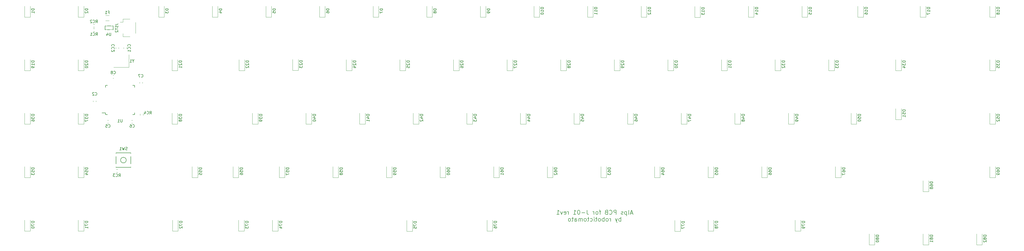
<source format=gbo>
G04 #@! TF.GenerationSoftware,KiCad,Pcbnew,(5.1.12)-1*
G04 #@! TF.CreationDate,2022-01-08T12:52:10-05:00*
G04 #@! TF.ProjectId,J-01-Alps,4a2d3031-2d41-46c7-9073-2e6b69636164,rev?*
G04 #@! TF.SameCoordinates,Original*
G04 #@! TF.FileFunction,Legend,Bot*
G04 #@! TF.FilePolarity,Positive*
%FSLAX46Y46*%
G04 Gerber Fmt 4.6, Leading zero omitted, Abs format (unit mm)*
G04 Created by KiCad (PCBNEW (5.1.12)-1) date 2022-01-08 12:52:10*
%MOMM*%
%LPD*%
G01*
G04 APERTURE LIST*
%ADD10C,0.200000*%
%ADD11C,0.150000*%
%ADD12C,0.120000*%
%ADD13C,0.400000*%
%ADD14C,2.250000*%
%ADD15R,1.000000X0.700000*%
%ADD16R,0.600000X0.700000*%
%ADD17C,3.987800*%
%ADD18C,3.048000*%
%ADD19R,1.200000X0.900000*%
%ADD20R,2.100000X1.800000*%
%ADD21R,0.550000X1.500000*%
%ADD22R,1.500000X0.550000*%
%ADD23R,1.800000X1.100000*%
G04 APERTURE END LIST*
D10*
X254764285Y-149837500D02*
X254050000Y-149837500D01*
X254907142Y-150266071D02*
X254407142Y-148766071D01*
X253907142Y-150266071D01*
X253192857Y-150266071D02*
X253335714Y-150194642D01*
X253407142Y-150051785D01*
X253407142Y-148766071D01*
X252621428Y-149266071D02*
X252621428Y-150766071D01*
X252621428Y-149337500D02*
X252478571Y-149266071D01*
X252192857Y-149266071D01*
X252050000Y-149337500D01*
X251978571Y-149408928D01*
X251907142Y-149551785D01*
X251907142Y-149980357D01*
X251978571Y-150123214D01*
X252050000Y-150194642D01*
X252192857Y-150266071D01*
X252478571Y-150266071D01*
X252621428Y-150194642D01*
X251335714Y-150194642D02*
X251192857Y-150266071D01*
X250907142Y-150266071D01*
X250764285Y-150194642D01*
X250692857Y-150051785D01*
X250692857Y-149980357D01*
X250764285Y-149837500D01*
X250907142Y-149766071D01*
X251121428Y-149766071D01*
X251264285Y-149694642D01*
X251335714Y-149551785D01*
X251335714Y-149480357D01*
X251264285Y-149337500D01*
X251121428Y-149266071D01*
X250907142Y-149266071D01*
X250764285Y-149337500D01*
X248907142Y-150266071D02*
X248907142Y-148766071D01*
X248335714Y-148766071D01*
X248192857Y-148837500D01*
X248121428Y-148908928D01*
X248050000Y-149051785D01*
X248050000Y-149266071D01*
X248121428Y-149408928D01*
X248192857Y-149480357D01*
X248335714Y-149551785D01*
X248907142Y-149551785D01*
X246550000Y-150123214D02*
X246621428Y-150194642D01*
X246835714Y-150266071D01*
X246978571Y-150266071D01*
X247192857Y-150194642D01*
X247335714Y-150051785D01*
X247407142Y-149908928D01*
X247478571Y-149623214D01*
X247478571Y-149408928D01*
X247407142Y-149123214D01*
X247335714Y-148980357D01*
X247192857Y-148837500D01*
X246978571Y-148766071D01*
X246835714Y-148766071D01*
X246621428Y-148837500D01*
X246550000Y-148908928D01*
X245407142Y-149480357D02*
X245192857Y-149551785D01*
X245121428Y-149623214D01*
X245050000Y-149766071D01*
X245050000Y-149980357D01*
X245121428Y-150123214D01*
X245192857Y-150194642D01*
X245335714Y-150266071D01*
X245907142Y-150266071D01*
X245907142Y-148766071D01*
X245407142Y-148766071D01*
X245264285Y-148837500D01*
X245192857Y-148908928D01*
X245121428Y-149051785D01*
X245121428Y-149194642D01*
X245192857Y-149337500D01*
X245264285Y-149408928D01*
X245407142Y-149480357D01*
X245907142Y-149480357D01*
X243478571Y-149266071D02*
X242907142Y-149266071D01*
X243264285Y-150266071D02*
X243264285Y-148980357D01*
X243192857Y-148837500D01*
X243050000Y-148766071D01*
X242907142Y-148766071D01*
X242192857Y-150266071D02*
X242335714Y-150194642D01*
X242407142Y-150123214D01*
X242478571Y-149980357D01*
X242478571Y-149551785D01*
X242407142Y-149408928D01*
X242335714Y-149337500D01*
X242192857Y-149266071D01*
X241978571Y-149266071D01*
X241835714Y-149337500D01*
X241764285Y-149408928D01*
X241692857Y-149551785D01*
X241692857Y-149980357D01*
X241764285Y-150123214D01*
X241835714Y-150194642D01*
X241978571Y-150266071D01*
X242192857Y-150266071D01*
X241050000Y-150266071D02*
X241050000Y-149266071D01*
X241050000Y-149551785D02*
X240978571Y-149408928D01*
X240907142Y-149337500D01*
X240764285Y-149266071D01*
X240621428Y-149266071D01*
X238550000Y-148766071D02*
X238550000Y-149837500D01*
X238621428Y-150051785D01*
X238764285Y-150194642D01*
X238978571Y-150266071D01*
X239121428Y-150266071D01*
X237835714Y-149694642D02*
X236692857Y-149694642D01*
X235692857Y-148766071D02*
X235550000Y-148766071D01*
X235407142Y-148837500D01*
X235335714Y-148908928D01*
X235264285Y-149051785D01*
X235192857Y-149337500D01*
X235192857Y-149694642D01*
X235264285Y-149980357D01*
X235335714Y-150123214D01*
X235407142Y-150194642D01*
X235550000Y-150266071D01*
X235692857Y-150266071D01*
X235835714Y-150194642D01*
X235907142Y-150123214D01*
X235978571Y-149980357D01*
X236050000Y-149694642D01*
X236050000Y-149337500D01*
X235978571Y-149051785D01*
X235907142Y-148908928D01*
X235835714Y-148837500D01*
X235692857Y-148766071D01*
X233764285Y-150266071D02*
X234621428Y-150266071D01*
X234192857Y-150266071D02*
X234192857Y-148766071D01*
X234335714Y-148980357D01*
X234478571Y-149123214D01*
X234621428Y-149194642D01*
X231978571Y-150266071D02*
X231978571Y-149266071D01*
X231978571Y-149551785D02*
X231907142Y-149408928D01*
X231835714Y-149337500D01*
X231692857Y-149266071D01*
X231550000Y-149266071D01*
X230478571Y-150194642D02*
X230621428Y-150266071D01*
X230907142Y-150266071D01*
X231050000Y-150194642D01*
X231121428Y-150051785D01*
X231121428Y-149480357D01*
X231050000Y-149337500D01*
X230907142Y-149266071D01*
X230621428Y-149266071D01*
X230478571Y-149337500D01*
X230407142Y-149480357D01*
X230407142Y-149623214D01*
X231121428Y-149766071D01*
X229907142Y-149266071D02*
X229550000Y-150266071D01*
X229192857Y-149266071D01*
X227835714Y-150266071D02*
X228692857Y-150266071D01*
X228264285Y-150266071D02*
X228264285Y-148766071D01*
X228407142Y-148980357D01*
X228550000Y-149123214D01*
X228692857Y-149194642D01*
X250585714Y-152716071D02*
X250585714Y-151216071D01*
X250585714Y-151787500D02*
X250442857Y-151716071D01*
X250157142Y-151716071D01*
X250014285Y-151787500D01*
X249942857Y-151858928D01*
X249871428Y-152001785D01*
X249871428Y-152430357D01*
X249942857Y-152573214D01*
X250014285Y-152644642D01*
X250157142Y-152716071D01*
X250442857Y-152716071D01*
X250585714Y-152644642D01*
X249371428Y-151716071D02*
X249014285Y-152716071D01*
X248657142Y-151716071D02*
X249014285Y-152716071D01*
X249157142Y-153073214D01*
X249228571Y-153144642D01*
X249371428Y-153216071D01*
X246942857Y-152716071D02*
X246942857Y-151716071D01*
X246942857Y-152001785D02*
X246871428Y-151858928D01*
X246800000Y-151787500D01*
X246657142Y-151716071D01*
X246514285Y-151716071D01*
X245800000Y-152716071D02*
X245942857Y-152644642D01*
X246014285Y-152573214D01*
X246085714Y-152430357D01*
X246085714Y-152001785D01*
X246014285Y-151858928D01*
X245942857Y-151787500D01*
X245800000Y-151716071D01*
X245585714Y-151716071D01*
X245442857Y-151787500D01*
X245371428Y-151858928D01*
X245300000Y-152001785D01*
X245300000Y-152430357D01*
X245371428Y-152573214D01*
X245442857Y-152644642D01*
X245585714Y-152716071D01*
X245800000Y-152716071D01*
X244657142Y-152716071D02*
X244657142Y-151216071D01*
X244657142Y-151787500D02*
X244514285Y-151716071D01*
X244228571Y-151716071D01*
X244085714Y-151787500D01*
X244014285Y-151858928D01*
X243942857Y-152001785D01*
X243942857Y-152430357D01*
X244014285Y-152573214D01*
X244085714Y-152644642D01*
X244228571Y-152716071D01*
X244514285Y-152716071D01*
X244657142Y-152644642D01*
X243085714Y-152716071D02*
X243228571Y-152644642D01*
X243300000Y-152573214D01*
X243371428Y-152430357D01*
X243371428Y-152001785D01*
X243300000Y-151858928D01*
X243228571Y-151787500D01*
X243085714Y-151716071D01*
X242871428Y-151716071D01*
X242728571Y-151787500D01*
X242657142Y-151858928D01*
X242585714Y-152001785D01*
X242585714Y-152430357D01*
X242657142Y-152573214D01*
X242728571Y-152644642D01*
X242871428Y-152716071D01*
X243085714Y-152716071D01*
X242157142Y-151716071D02*
X241585714Y-151716071D01*
X241942857Y-151216071D02*
X241942857Y-152501785D01*
X241871428Y-152644642D01*
X241728571Y-152716071D01*
X241585714Y-152716071D01*
X241085714Y-152716071D02*
X241085714Y-151716071D01*
X241085714Y-151216071D02*
X241157142Y-151287500D01*
X241085714Y-151358928D01*
X241014285Y-151287500D01*
X241085714Y-151216071D01*
X241085714Y-151358928D01*
X239728571Y-152644642D02*
X239871428Y-152716071D01*
X240157142Y-152716071D01*
X240300000Y-152644642D01*
X240371428Y-152573214D01*
X240442857Y-152430357D01*
X240442857Y-152001785D01*
X240371428Y-151858928D01*
X240300000Y-151787500D01*
X240157142Y-151716071D01*
X239871428Y-151716071D01*
X239728571Y-151787500D01*
X239300000Y-151716071D02*
X238728571Y-151716071D01*
X239085714Y-151216071D02*
X239085714Y-152501785D01*
X239014285Y-152644642D01*
X238871428Y-152716071D01*
X238728571Y-152716071D01*
X238014285Y-152716071D02*
X238157142Y-152644642D01*
X238228571Y-152573214D01*
X238300000Y-152430357D01*
X238300000Y-152001785D01*
X238228571Y-151858928D01*
X238157142Y-151787500D01*
X238014285Y-151716071D01*
X237800000Y-151716071D01*
X237657142Y-151787500D01*
X237585714Y-151858928D01*
X237514285Y-152001785D01*
X237514285Y-152430357D01*
X237585714Y-152573214D01*
X237657142Y-152644642D01*
X237800000Y-152716071D01*
X238014285Y-152716071D01*
X236871428Y-152716071D02*
X236871428Y-151716071D01*
X236871428Y-151858928D02*
X236800000Y-151787500D01*
X236657142Y-151716071D01*
X236442857Y-151716071D01*
X236300000Y-151787500D01*
X236228571Y-151930357D01*
X236228571Y-152716071D01*
X236228571Y-151930357D02*
X236157142Y-151787500D01*
X236014285Y-151716071D01*
X235800000Y-151716071D01*
X235657142Y-151787500D01*
X235585714Y-151930357D01*
X235585714Y-152716071D01*
X234228571Y-152716071D02*
X234228571Y-151930357D01*
X234300000Y-151787500D01*
X234442857Y-151716071D01*
X234728571Y-151716071D01*
X234871428Y-151787500D01*
X234228571Y-152644642D02*
X234371428Y-152716071D01*
X234728571Y-152716071D01*
X234871428Y-152644642D01*
X234942857Y-152501785D01*
X234942857Y-152358928D01*
X234871428Y-152216071D01*
X234728571Y-152144642D01*
X234371428Y-152144642D01*
X234228571Y-152073214D01*
X233728571Y-151716071D02*
X233157142Y-151716071D01*
X233514285Y-151216071D02*
X233514285Y-152501785D01*
X233442857Y-152644642D01*
X233300000Y-152716071D01*
X233157142Y-152716071D01*
X232442857Y-152716071D02*
X232585714Y-152644642D01*
X232657142Y-152573214D01*
X232728571Y-152430357D01*
X232728571Y-152001785D01*
X232657142Y-151858928D01*
X232585714Y-151787500D01*
X232442857Y-151716071D01*
X232228571Y-151716071D01*
X232085714Y-151787500D01*
X232014285Y-151858928D01*
X231942857Y-152001785D01*
X231942857Y-152430357D01*
X232014285Y-152573214D01*
X232085714Y-152644642D01*
X232228571Y-152716071D01*
X232442857Y-152716071D01*
D11*
G04 #@! TO.C,U4*
X70193750Y-83187500D02*
X67293750Y-83187500D01*
X70193750Y-83187500D02*
X70193750Y-84487500D01*
X70193750Y-84487500D02*
X67293750Y-84487500D01*
X67293750Y-84487500D02*
X67293750Y-83187500D01*
D12*
G04 #@! TO.C,C6*
X76996267Y-116740000D02*
X76703733Y-116740000D01*
X76996267Y-117760000D02*
X76703733Y-117760000D01*
G04 #@! TO.C,D77*
X271750000Y-156300000D02*
X271750000Y-152400000D01*
X269750000Y-156300000D02*
X269750000Y-152400000D01*
X271750000Y-156300000D02*
X269750000Y-156300000D01*
G04 #@! TO.C,D75*
X176500000Y-156300000D02*
X176500000Y-152400000D01*
X174500000Y-156300000D02*
X174500000Y-152400000D01*
X176500000Y-156300000D02*
X174500000Y-156300000D01*
G04 #@! TO.C,Y1*
X75762500Y-93368750D02*
X75762500Y-97868750D01*
X75762500Y-97868750D02*
X70362500Y-97868750D01*
D11*
G04 #@! TO.C,U1*
X67443750Y-114712500D02*
X67443750Y-114137500D01*
X77793750Y-114712500D02*
X77793750Y-114037500D01*
X77793750Y-104362500D02*
X77793750Y-105037500D01*
X67443750Y-104362500D02*
X67443750Y-105037500D01*
X67443750Y-114712500D02*
X68118750Y-114712500D01*
X67443750Y-104362500D02*
X68118750Y-104362500D01*
X77793750Y-104362500D02*
X77118750Y-104362500D01*
X77793750Y-114712500D02*
X77118750Y-114712500D01*
X67443750Y-114137500D02*
X66168750Y-114137500D01*
G04 #@! TO.C,SW1*
X74818750Y-130968750D02*
G75*
G03*
X74818750Y-130968750I-1000000J0D01*
G01*
X71218750Y-128368750D02*
X71218750Y-133568750D01*
X76418750Y-128368750D02*
X71218750Y-128368750D01*
X76418750Y-133568750D02*
X76418750Y-128368750D01*
X71218750Y-133568750D02*
X76418750Y-133568750D01*
D12*
G04 #@! TO.C,RC3*
X71754724Y-134227500D02*
X71245276Y-134227500D01*
X71754724Y-135272500D02*
X71245276Y-135272500D01*
G04 #@! TO.C,RC2*
X63604724Y-84077500D02*
X63095276Y-84077500D01*
X63604724Y-85122500D02*
X63095276Y-85122500D01*
G04 #@! TO.C,RC1*
X63095276Y-83622500D02*
X63604724Y-83622500D01*
X63095276Y-82577500D02*
X63604724Y-82577500D01*
G04 #@! TO.C,RC4*
X80822500Y-115004724D02*
X80822500Y-114495276D01*
X79777500Y-115004724D02*
X79777500Y-114495276D01*
G04 #@! TO.C,JST2*
X76146250Y-80740000D02*
X73646250Y-80740000D01*
X73646250Y-80740000D02*
X73646250Y-81790000D01*
X73646250Y-81790000D02*
X72656250Y-81790000D01*
X76146250Y-86960000D02*
X73646250Y-86960000D01*
X73646250Y-86960000D02*
X73646250Y-85910000D01*
X78116250Y-81910000D02*
X78116250Y-85790000D01*
G04 #@! TO.C,F1*
X67497936Y-81260000D02*
X68702064Y-81260000D01*
X67497936Y-79440000D02*
X68702064Y-79440000D01*
G04 #@! TO.C,D82*
X379000000Y-161150000D02*
X377000000Y-161150000D01*
X377000000Y-161150000D02*
X377000000Y-157250000D01*
X379000000Y-161150000D02*
X379000000Y-157250000D01*
G04 #@! TO.C,D81*
X360000000Y-161150000D02*
X358000000Y-161150000D01*
X358000000Y-161150000D02*
X358000000Y-157250000D01*
X360000000Y-161150000D02*
X360000000Y-157250000D01*
G04 #@! TO.C,D80*
X340800000Y-161150000D02*
X338800000Y-161150000D01*
X338800000Y-161150000D02*
X338800000Y-157250000D01*
X340800000Y-161150000D02*
X340800000Y-157250000D01*
G04 #@! TO.C,D79*
X314531250Y-156237500D02*
X312531250Y-156237500D01*
X312531250Y-156237500D02*
X312531250Y-152337500D01*
X314531250Y-156237500D02*
X314531250Y-152337500D01*
G04 #@! TO.C,D78*
X283575000Y-156237500D02*
X281575000Y-156237500D01*
X281575000Y-156237500D02*
X281575000Y-152337500D01*
X283575000Y-156237500D02*
X283575000Y-152337500D01*
G04 #@! TO.C,D76*
X205000000Y-156237500D02*
X203000000Y-156237500D01*
X203000000Y-156237500D02*
X203000000Y-152337500D01*
X205000000Y-156237500D02*
X205000000Y-152337500D01*
G04 #@! TO.C,D74*
X128750000Y-156237500D02*
X126750000Y-156237500D01*
X126750000Y-156237500D02*
X126750000Y-152337500D01*
X128750000Y-156237500D02*
X128750000Y-152337500D01*
G04 #@! TO.C,D73*
X116750000Y-156237500D02*
X114750000Y-156237500D01*
X114750000Y-156237500D02*
X114750000Y-152337500D01*
X116750000Y-156237500D02*
X116750000Y-152337500D01*
G04 #@! TO.C,D72*
X93250000Y-156237500D02*
X91250000Y-156237500D01*
X91250000Y-156237500D02*
X91250000Y-152337500D01*
X93250000Y-156237500D02*
X93250000Y-152337500D01*
G04 #@! TO.C,D71*
X59737500Y-156237500D02*
X57737500Y-156237500D01*
X57737500Y-156237500D02*
X57737500Y-152337500D01*
X59737500Y-156237500D02*
X59737500Y-152337500D01*
G04 #@! TO.C,D70*
X40687500Y-156237500D02*
X38687500Y-156237500D01*
X38687500Y-156237500D02*
X38687500Y-152337500D01*
X40687500Y-156237500D02*
X40687500Y-152337500D01*
G04 #@! TO.C,D69*
X383700000Y-137150000D02*
X381700000Y-137150000D01*
X381700000Y-137150000D02*
X381700000Y-133250000D01*
X383700000Y-137150000D02*
X383700000Y-133250000D01*
G04 #@! TO.C,D68*
X360000000Y-142150000D02*
X358000000Y-142150000D01*
X358000000Y-142150000D02*
X358000000Y-138250000D01*
X360000000Y-142150000D02*
X360000000Y-138250000D01*
G04 #@! TO.C,D67*
X328818750Y-137187500D02*
X326818750Y-137187500D01*
X326818750Y-137187500D02*
X326818750Y-133287500D01*
X328818750Y-137187500D02*
X328818750Y-133287500D01*
G04 #@! TO.C,D66*
X302625000Y-137187500D02*
X300625000Y-137187500D01*
X300625000Y-137187500D02*
X300625000Y-133287500D01*
X302625000Y-137187500D02*
X302625000Y-133287500D01*
G04 #@! TO.C,D65*
X283575000Y-137187500D02*
X281575000Y-137187500D01*
X281575000Y-137187500D02*
X281575000Y-133287500D01*
X283575000Y-137187500D02*
X283575000Y-133287500D01*
G04 #@! TO.C,D64*
X264525000Y-137187500D02*
X262525000Y-137187500D01*
X262525000Y-137187500D02*
X262525000Y-133287500D01*
X264525000Y-137187500D02*
X264525000Y-133287500D01*
G04 #@! TO.C,D63*
X245475000Y-137187500D02*
X243475000Y-137187500D01*
X243475000Y-137187500D02*
X243475000Y-133287500D01*
X245475000Y-137187500D02*
X245475000Y-133287500D01*
G04 #@! TO.C,D62*
X226425000Y-137187500D02*
X224425000Y-137187500D01*
X224425000Y-137187500D02*
X224425000Y-133287500D01*
X226425000Y-137187500D02*
X226425000Y-133287500D01*
G04 #@! TO.C,D61*
X207375000Y-137187500D02*
X205375000Y-137187500D01*
X205375000Y-137187500D02*
X205375000Y-133287500D01*
X207375000Y-137187500D02*
X207375000Y-133287500D01*
G04 #@! TO.C,D60*
X188325000Y-137187500D02*
X186325000Y-137187500D01*
X186325000Y-137187500D02*
X186325000Y-133287500D01*
X188325000Y-137187500D02*
X188325000Y-133287500D01*
G04 #@! TO.C,D59*
X169275000Y-137187500D02*
X167275000Y-137187500D01*
X167275000Y-137187500D02*
X167275000Y-133287500D01*
X169275000Y-137187500D02*
X169275000Y-133287500D01*
G04 #@! TO.C,D58*
X150225000Y-137187500D02*
X148225000Y-137187500D01*
X148225000Y-137187500D02*
X148225000Y-133287500D01*
X150225000Y-137187500D02*
X150225000Y-133287500D01*
G04 #@! TO.C,D57*
X131175000Y-137187500D02*
X129175000Y-137187500D01*
X129175000Y-137187500D02*
X129175000Y-133287500D01*
X131175000Y-137187500D02*
X131175000Y-133287500D01*
G04 #@! TO.C,D56*
X114750000Y-137187500D02*
X112750000Y-137187500D01*
X112750000Y-137187500D02*
X112750000Y-133287500D01*
X114750000Y-137187500D02*
X114750000Y-133287500D01*
G04 #@! TO.C,D55*
X100218750Y-137187500D02*
X98218750Y-137187500D01*
X98218750Y-137187500D02*
X98218750Y-133287500D01*
X100218750Y-137187500D02*
X100218750Y-133287500D01*
G04 #@! TO.C,D54*
X59737500Y-137187500D02*
X57737500Y-137187500D01*
X57737500Y-137187500D02*
X57737500Y-133287500D01*
X59737500Y-137187500D02*
X59737500Y-133287500D01*
G04 #@! TO.C,D53*
X40687500Y-137187500D02*
X38687500Y-137187500D01*
X38687500Y-137187500D02*
X38687500Y-133287500D01*
X40687500Y-137187500D02*
X40687500Y-133287500D01*
G04 #@! TO.C,D52*
X383700000Y-118137500D02*
X381700000Y-118137500D01*
X381700000Y-118137500D02*
X381700000Y-114237500D01*
X383700000Y-118137500D02*
X383700000Y-114237500D01*
G04 #@! TO.C,D51*
X350250000Y-116550000D02*
X348250000Y-116550000D01*
X348250000Y-116550000D02*
X348250000Y-112650000D01*
X350250000Y-116550000D02*
X350250000Y-112650000D01*
G04 #@! TO.C,D50*
X334375000Y-118137500D02*
X332375000Y-118137500D01*
X332375000Y-118137500D02*
X332375000Y-114237500D01*
X334375000Y-118137500D02*
X334375000Y-114237500D01*
G04 #@! TO.C,D49*
X312150000Y-118137500D02*
X310150000Y-118137500D01*
X310150000Y-118137500D02*
X310150000Y-114237500D01*
X312150000Y-118137500D02*
X312150000Y-114237500D01*
G04 #@! TO.C,D48*
X293100000Y-118137500D02*
X291100000Y-118137500D01*
X291100000Y-118137500D02*
X291100000Y-114237500D01*
X293100000Y-118137500D02*
X293100000Y-114237500D01*
G04 #@! TO.C,D47*
X274050000Y-118137500D02*
X272050000Y-118137500D01*
X272050000Y-118137500D02*
X272050000Y-114237500D01*
X274050000Y-118137500D02*
X274050000Y-114237500D01*
G04 #@! TO.C,D46*
X255000000Y-118137500D02*
X253000000Y-118137500D01*
X253000000Y-118137500D02*
X253000000Y-114237500D01*
X255000000Y-118137500D02*
X255000000Y-114237500D01*
G04 #@! TO.C,D45*
X235950000Y-118137500D02*
X233950000Y-118137500D01*
X233950000Y-118137500D02*
X233950000Y-114237500D01*
X235950000Y-118137500D02*
X235950000Y-114237500D01*
G04 #@! TO.C,D44*
X216900000Y-118137500D02*
X214900000Y-118137500D01*
X214900000Y-118137500D02*
X214900000Y-114237500D01*
X216900000Y-118137500D02*
X216900000Y-114237500D01*
G04 #@! TO.C,D43*
X197850000Y-118137500D02*
X195850000Y-118137500D01*
X195850000Y-118137500D02*
X195850000Y-114237500D01*
X197850000Y-118137500D02*
X197850000Y-114237500D01*
G04 #@! TO.C,D42*
X178800000Y-118137500D02*
X176800000Y-118137500D01*
X176800000Y-118137500D02*
X176800000Y-114237500D01*
X178800000Y-118137500D02*
X178800000Y-114237500D01*
G04 #@! TO.C,D41*
X159750000Y-118137500D02*
X157750000Y-118137500D01*
X157750000Y-118137500D02*
X157750000Y-114237500D01*
X159750000Y-118137500D02*
X159750000Y-114237500D01*
G04 #@! TO.C,D40*
X140700000Y-118137500D02*
X138700000Y-118137500D01*
X138700000Y-118137500D02*
X138700000Y-114237500D01*
X140700000Y-118137500D02*
X140700000Y-114237500D01*
G04 #@! TO.C,D39*
X121650000Y-118137500D02*
X119650000Y-118137500D01*
X119650000Y-118137500D02*
X119650000Y-114237500D01*
X121650000Y-118137500D02*
X121650000Y-114237500D01*
G04 #@! TO.C,D38*
X93075000Y-118137500D02*
X91075000Y-118137500D01*
X91075000Y-118137500D02*
X91075000Y-114237500D01*
X93075000Y-118137500D02*
X93075000Y-114237500D01*
G04 #@! TO.C,D37*
X59737500Y-118137500D02*
X57737500Y-118137500D01*
X57737500Y-118137500D02*
X57737500Y-114237500D01*
X59737500Y-118137500D02*
X59737500Y-114237500D01*
G04 #@! TO.C,D36*
X40687500Y-118137500D02*
X38687500Y-118137500D01*
X38687500Y-118137500D02*
X38687500Y-114237500D01*
X40687500Y-118137500D02*
X40687500Y-114237500D01*
G04 #@! TO.C,D35*
X383700000Y-99087500D02*
X381700000Y-99087500D01*
X381700000Y-99087500D02*
X381700000Y-95187500D01*
X383700000Y-99087500D02*
X383700000Y-95187500D01*
G04 #@! TO.C,D34*
X350250000Y-99087500D02*
X348250000Y-99087500D01*
X348250000Y-99087500D02*
X348250000Y-95187500D01*
X350250000Y-99087500D02*
X350250000Y-95187500D01*
G04 #@! TO.C,D33*
X326437500Y-99087500D02*
X324437500Y-99087500D01*
X324437500Y-99087500D02*
X324437500Y-95187500D01*
X326437500Y-99087500D02*
X326437500Y-95187500D01*
G04 #@! TO.C,D32*
X307387500Y-99087500D02*
X305387500Y-99087500D01*
X305387500Y-99087500D02*
X305387500Y-95187500D01*
X307387500Y-99087500D02*
X307387500Y-95187500D01*
G04 #@! TO.C,D31*
X288337500Y-99087500D02*
X286337500Y-99087500D01*
X286337500Y-99087500D02*
X286337500Y-95187500D01*
X288337500Y-99087500D02*
X288337500Y-95187500D01*
G04 #@! TO.C,D30*
X269287500Y-99087500D02*
X267287500Y-99087500D01*
X267287500Y-99087500D02*
X267287500Y-95187500D01*
X269287500Y-99087500D02*
X269287500Y-95187500D01*
G04 #@! TO.C,D29*
X250237500Y-99087500D02*
X248237500Y-99087500D01*
X248237500Y-99087500D02*
X248237500Y-95187500D01*
X250237500Y-99087500D02*
X250237500Y-95187500D01*
G04 #@! TO.C,D28*
X231187500Y-99087500D02*
X229187500Y-99087500D01*
X229187500Y-99087500D02*
X229187500Y-95187500D01*
X231187500Y-99087500D02*
X231187500Y-95187500D01*
G04 #@! TO.C,D27*
X212137500Y-99087500D02*
X210137500Y-99087500D01*
X210137500Y-99087500D02*
X210137500Y-95187500D01*
X212137500Y-99087500D02*
X212137500Y-95187500D01*
G04 #@! TO.C,D26*
X193087500Y-99087500D02*
X191087500Y-99087500D01*
X191087500Y-99087500D02*
X191087500Y-95187500D01*
X193087500Y-99087500D02*
X193087500Y-95187500D01*
G04 #@! TO.C,D25*
X174037500Y-99087500D02*
X172037500Y-99087500D01*
X172037500Y-99087500D02*
X172037500Y-95187500D01*
X174037500Y-99087500D02*
X174037500Y-95187500D01*
G04 #@! TO.C,D24*
X154987500Y-99087500D02*
X152987500Y-99087500D01*
X152987500Y-99087500D02*
X152987500Y-95187500D01*
X154987500Y-99087500D02*
X154987500Y-95187500D01*
G04 #@! TO.C,D23*
X135937500Y-99025000D02*
X133937500Y-99025000D01*
X133937500Y-99025000D02*
X133937500Y-95125000D01*
X135937500Y-99025000D02*
X135937500Y-95125000D01*
G04 #@! TO.C,D22*
X116887500Y-99087500D02*
X114887500Y-99087500D01*
X114887500Y-99087500D02*
X114887500Y-95187500D01*
X116887500Y-99087500D02*
X116887500Y-95187500D01*
G04 #@! TO.C,D21*
X93075000Y-99087500D02*
X91075000Y-99087500D01*
X91075000Y-99087500D02*
X91075000Y-95187500D01*
X93075000Y-99087500D02*
X93075000Y-95187500D01*
G04 #@! TO.C,D20*
X59737500Y-99087500D02*
X57737500Y-99087500D01*
X57737500Y-99087500D02*
X57737500Y-95187500D01*
X59737500Y-99087500D02*
X59737500Y-95187500D01*
G04 #@! TO.C,D19*
X40687500Y-99087500D02*
X38687500Y-99087500D01*
X38687500Y-99087500D02*
X38687500Y-95187500D01*
X40687500Y-99087500D02*
X40687500Y-95187500D01*
G04 #@! TO.C,D18*
X383700000Y-80037500D02*
X381700000Y-80037500D01*
X381700000Y-80037500D02*
X381700000Y-76137500D01*
X383700000Y-80037500D02*
X383700000Y-76137500D01*
G04 #@! TO.C,D17*
X358981250Y-80037500D02*
X356981250Y-80037500D01*
X356981250Y-80037500D02*
X356981250Y-76137500D01*
X358981250Y-80037500D02*
X358981250Y-76137500D01*
G04 #@! TO.C,D16*
X336756250Y-80037500D02*
X334756250Y-80037500D01*
X334756250Y-80037500D02*
X334756250Y-76137500D01*
X336756250Y-80037500D02*
X336756250Y-76137500D01*
G04 #@! TO.C,D15*
X316912500Y-80037500D02*
X314912500Y-80037500D01*
X314912500Y-80037500D02*
X314912500Y-76137500D01*
X316912500Y-80037500D02*
X316912500Y-76137500D01*
G04 #@! TO.C,D14*
X297862500Y-80037500D02*
X295862500Y-80037500D01*
X295862500Y-80037500D02*
X295862500Y-76137500D01*
X297862500Y-80037500D02*
X297862500Y-76137500D01*
G04 #@! TO.C,D13*
X278812500Y-80100000D02*
X276812500Y-80100000D01*
X276812500Y-80100000D02*
X276812500Y-76200000D01*
X278812500Y-80100000D02*
X278812500Y-76200000D01*
G04 #@! TO.C,D12*
X259762500Y-80037500D02*
X257762500Y-80037500D01*
X257762500Y-80037500D02*
X257762500Y-76137500D01*
X259762500Y-80037500D02*
X259762500Y-76137500D01*
G04 #@! TO.C,D11*
X240712500Y-80037500D02*
X238712500Y-80037500D01*
X238712500Y-80037500D02*
X238712500Y-76137500D01*
X240712500Y-80037500D02*
X240712500Y-76137500D01*
G04 #@! TO.C,D10*
X221662500Y-80037500D02*
X219662500Y-80037500D01*
X219662500Y-80037500D02*
X219662500Y-76137500D01*
X221662500Y-80037500D02*
X221662500Y-76137500D01*
G04 #@! TO.C,D9*
X202612500Y-80037500D02*
X200612500Y-80037500D01*
X200612500Y-80037500D02*
X200612500Y-76137500D01*
X202612500Y-80037500D02*
X202612500Y-76137500D01*
G04 #@! TO.C,D8*
X183562500Y-80037500D02*
X181562500Y-80037500D01*
X181562500Y-80037500D02*
X181562500Y-76137500D01*
X183562500Y-80037500D02*
X183562500Y-76137500D01*
G04 #@! TO.C,D7*
X164512500Y-80037500D02*
X162512500Y-80037500D01*
X162512500Y-80037500D02*
X162512500Y-76137500D01*
X164512500Y-80037500D02*
X164512500Y-76137500D01*
G04 #@! TO.C,D6*
X145462500Y-80037500D02*
X143462500Y-80037500D01*
X143462500Y-80037500D02*
X143462500Y-76137500D01*
X145462500Y-80037500D02*
X145462500Y-76137500D01*
G04 #@! TO.C,D5*
X126412500Y-80037500D02*
X124412500Y-80037500D01*
X124412500Y-80037500D02*
X124412500Y-76137500D01*
X126412500Y-80037500D02*
X126412500Y-76137500D01*
G04 #@! TO.C,D4*
X107362500Y-80037500D02*
X105362500Y-80037500D01*
X105362500Y-80037500D02*
X105362500Y-76137500D01*
X107362500Y-80037500D02*
X107362500Y-76137500D01*
G04 #@! TO.C,D3*
X88312500Y-80037500D02*
X86312500Y-80037500D01*
X86312500Y-80037500D02*
X86312500Y-76137500D01*
X88312500Y-80037500D02*
X88312500Y-76137500D01*
G04 #@! TO.C,D2*
X59737500Y-80037500D02*
X57737500Y-80037500D01*
X57737500Y-80037500D02*
X57737500Y-76137500D01*
X59737500Y-80037500D02*
X59737500Y-76137500D01*
G04 #@! TO.C,D1*
X40687500Y-80037500D02*
X38687500Y-80037500D01*
X38687500Y-80037500D02*
X38687500Y-76137500D01*
X40687500Y-80037500D02*
X40687500Y-76137500D01*
G04 #@! TO.C,CC2*
X72160000Y-91196267D02*
X72160000Y-90903733D01*
X71140000Y-91196267D02*
X71140000Y-90903733D01*
G04 #@! TO.C,CC1*
X74960000Y-91196267D02*
X74960000Y-90903733D01*
X73940000Y-91196267D02*
X73940000Y-90903733D01*
G04 #@! TO.C,C8*
X70053733Y-101810000D02*
X70346267Y-101810000D01*
X70053733Y-100790000D02*
X70346267Y-100790000D01*
G04 #@! TO.C,C7*
X80560000Y-103533767D02*
X80560000Y-103241233D01*
X79540000Y-103533767D02*
X79540000Y-103241233D01*
G04 #@! TO.C,C5*
X68153733Y-117760000D02*
X68446267Y-117760000D01*
X68153733Y-116740000D02*
X68446267Y-116740000D01*
G04 #@! TO.C,C2*
X63040000Y-109853733D02*
X63040000Y-110146267D01*
X64060000Y-109853733D02*
X64060000Y-110146267D01*
G04 #@! TO.C,U4*
D11*
X69361904Y-85652380D02*
X69361904Y-86461904D01*
X69314285Y-86557142D01*
X69266666Y-86604761D01*
X69171428Y-86652380D01*
X68980952Y-86652380D01*
X68885714Y-86604761D01*
X68838095Y-86557142D01*
X68790476Y-86461904D01*
X68790476Y-85652380D01*
X67885714Y-85985714D02*
X67885714Y-86652380D01*
X68123809Y-85604761D02*
X68361904Y-86319047D01*
X67742857Y-86319047D01*
G04 #@! TO.C,C6*
X77085416Y-119194642D02*
X77133035Y-119242261D01*
X77275892Y-119289880D01*
X77371130Y-119289880D01*
X77513988Y-119242261D01*
X77609226Y-119147023D01*
X77656845Y-119051785D01*
X77704464Y-118861309D01*
X77704464Y-118718452D01*
X77656845Y-118527976D01*
X77609226Y-118432738D01*
X77513988Y-118337500D01*
X77371130Y-118289880D01*
X77275892Y-118289880D01*
X77133035Y-118337500D01*
X77085416Y-118385119D01*
X76228273Y-118289880D02*
X76418750Y-118289880D01*
X76513988Y-118337500D01*
X76561607Y-118385119D01*
X76656845Y-118527976D01*
X76704464Y-118718452D01*
X76704464Y-119099404D01*
X76656845Y-119194642D01*
X76609226Y-119242261D01*
X76513988Y-119289880D01*
X76323511Y-119289880D01*
X76228273Y-119242261D01*
X76180654Y-119194642D01*
X76133035Y-119099404D01*
X76133035Y-118861309D01*
X76180654Y-118766071D01*
X76228273Y-118718452D01*
X76323511Y-118670833D01*
X76513988Y-118670833D01*
X76609226Y-118718452D01*
X76656845Y-118766071D01*
X76704464Y-118861309D01*
G04 #@! TO.C,D77*
X273202380Y-152835714D02*
X272202380Y-152835714D01*
X272202380Y-153073809D01*
X272250000Y-153216666D01*
X272345238Y-153311904D01*
X272440476Y-153359523D01*
X272630952Y-153407142D01*
X272773809Y-153407142D01*
X272964285Y-153359523D01*
X273059523Y-153311904D01*
X273154761Y-153216666D01*
X273202380Y-153073809D01*
X273202380Y-152835714D01*
X272202380Y-153740476D02*
X272202380Y-154407142D01*
X273202380Y-153978571D01*
X272202380Y-154692857D02*
X272202380Y-155359523D01*
X273202380Y-154930952D01*
G04 #@! TO.C,D75*
X177952380Y-152835714D02*
X176952380Y-152835714D01*
X176952380Y-153073809D01*
X177000000Y-153216666D01*
X177095238Y-153311904D01*
X177190476Y-153359523D01*
X177380952Y-153407142D01*
X177523809Y-153407142D01*
X177714285Y-153359523D01*
X177809523Y-153311904D01*
X177904761Y-153216666D01*
X177952380Y-153073809D01*
X177952380Y-152835714D01*
X176952380Y-153740476D02*
X176952380Y-154407142D01*
X177952380Y-153978571D01*
X176952380Y-155264285D02*
X176952380Y-154788095D01*
X177428571Y-154740476D01*
X177380952Y-154788095D01*
X177333333Y-154883333D01*
X177333333Y-155121428D01*
X177380952Y-155216666D01*
X177428571Y-155264285D01*
X177523809Y-155311904D01*
X177761904Y-155311904D01*
X177857142Y-155264285D01*
X177904761Y-155216666D01*
X177952380Y-155121428D01*
X177952380Y-154883333D01*
X177904761Y-154788095D01*
X177857142Y-154740476D01*
G04 #@! TO.C,Y1*
X77326190Y-95626190D02*
X77326190Y-96102380D01*
X77659523Y-95102380D02*
X77326190Y-95626190D01*
X76992857Y-95102380D01*
X76135714Y-96102380D02*
X76707142Y-96102380D01*
X76421428Y-96102380D02*
X76421428Y-95102380D01*
X76516666Y-95245238D01*
X76611904Y-95340476D01*
X76707142Y-95388095D01*
G04 #@! TO.C,U1*
X73380654Y-116439880D02*
X73380654Y-117249404D01*
X73333035Y-117344642D01*
X73285416Y-117392261D01*
X73190178Y-117439880D01*
X72999702Y-117439880D01*
X72904464Y-117392261D01*
X72856845Y-117344642D01*
X72809226Y-117249404D01*
X72809226Y-116439880D01*
X71809226Y-117439880D02*
X72380654Y-117439880D01*
X72094940Y-117439880D02*
X72094940Y-116439880D01*
X72190178Y-116582738D01*
X72285416Y-116677976D01*
X72380654Y-116725595D01*
G04 #@! TO.C,SW1*
X75152083Y-127309511D02*
X75009226Y-127357130D01*
X74771130Y-127357130D01*
X74675892Y-127309511D01*
X74628273Y-127261892D01*
X74580654Y-127166654D01*
X74580654Y-127071416D01*
X74628273Y-126976178D01*
X74675892Y-126928559D01*
X74771130Y-126880940D01*
X74961607Y-126833321D01*
X75056845Y-126785702D01*
X75104464Y-126738083D01*
X75152083Y-126642845D01*
X75152083Y-126547607D01*
X75104464Y-126452369D01*
X75056845Y-126404750D01*
X74961607Y-126357130D01*
X74723511Y-126357130D01*
X74580654Y-126404750D01*
X74247321Y-126357130D02*
X74009226Y-127357130D01*
X73818750Y-126642845D01*
X73628273Y-127357130D01*
X73390178Y-126357130D01*
X72485416Y-127357130D02*
X73056845Y-127357130D01*
X72771130Y-127357130D02*
X72771130Y-126357130D01*
X72866369Y-126499988D01*
X72961607Y-126595226D01*
X73056845Y-126642845D01*
G04 #@! TO.C,RC3*
X72166666Y-136852380D02*
X72500000Y-136376190D01*
X72738095Y-136852380D02*
X72738095Y-135852380D01*
X72357142Y-135852380D01*
X72261904Y-135900000D01*
X72214285Y-135947619D01*
X72166666Y-136042857D01*
X72166666Y-136185714D01*
X72214285Y-136280952D01*
X72261904Y-136328571D01*
X72357142Y-136376190D01*
X72738095Y-136376190D01*
X71166666Y-136757142D02*
X71214285Y-136804761D01*
X71357142Y-136852380D01*
X71452380Y-136852380D01*
X71595238Y-136804761D01*
X71690476Y-136709523D01*
X71738095Y-136614285D01*
X71785714Y-136423809D01*
X71785714Y-136280952D01*
X71738095Y-136090476D01*
X71690476Y-135995238D01*
X71595238Y-135900000D01*
X71452380Y-135852380D01*
X71357142Y-135852380D01*
X71214285Y-135900000D01*
X71166666Y-135947619D01*
X70833333Y-135852380D02*
X70214285Y-135852380D01*
X70547619Y-136233333D01*
X70404761Y-136233333D01*
X70309523Y-136280952D01*
X70261904Y-136328571D01*
X70214285Y-136423809D01*
X70214285Y-136661904D01*
X70261904Y-136757142D01*
X70309523Y-136804761D01*
X70404761Y-136852380D01*
X70690476Y-136852380D01*
X70785714Y-136804761D01*
X70833333Y-136757142D01*
G04 #@! TO.C,RC2*
X64016666Y-82052380D02*
X64350000Y-81576190D01*
X64588095Y-82052380D02*
X64588095Y-81052380D01*
X64207142Y-81052380D01*
X64111904Y-81100000D01*
X64064285Y-81147619D01*
X64016666Y-81242857D01*
X64016666Y-81385714D01*
X64064285Y-81480952D01*
X64111904Y-81528571D01*
X64207142Y-81576190D01*
X64588095Y-81576190D01*
X63016666Y-81957142D02*
X63064285Y-82004761D01*
X63207142Y-82052380D01*
X63302380Y-82052380D01*
X63445238Y-82004761D01*
X63540476Y-81909523D01*
X63588095Y-81814285D01*
X63635714Y-81623809D01*
X63635714Y-81480952D01*
X63588095Y-81290476D01*
X63540476Y-81195238D01*
X63445238Y-81100000D01*
X63302380Y-81052380D01*
X63207142Y-81052380D01*
X63064285Y-81100000D01*
X63016666Y-81147619D01*
X62635714Y-81147619D02*
X62588095Y-81100000D01*
X62492857Y-81052380D01*
X62254761Y-81052380D01*
X62159523Y-81100000D01*
X62111904Y-81147619D01*
X62064285Y-81242857D01*
X62064285Y-81338095D01*
X62111904Y-81480952D01*
X62683333Y-82052380D01*
X62064285Y-82052380D01*
G04 #@! TO.C,RC1*
X64016666Y-86552380D02*
X64350000Y-86076190D01*
X64588095Y-86552380D02*
X64588095Y-85552380D01*
X64207142Y-85552380D01*
X64111904Y-85600000D01*
X64064285Y-85647619D01*
X64016666Y-85742857D01*
X64016666Y-85885714D01*
X64064285Y-85980952D01*
X64111904Y-86028571D01*
X64207142Y-86076190D01*
X64588095Y-86076190D01*
X63016666Y-86457142D02*
X63064285Y-86504761D01*
X63207142Y-86552380D01*
X63302380Y-86552380D01*
X63445238Y-86504761D01*
X63540476Y-86409523D01*
X63588095Y-86314285D01*
X63635714Y-86123809D01*
X63635714Y-85980952D01*
X63588095Y-85790476D01*
X63540476Y-85695238D01*
X63445238Y-85600000D01*
X63302380Y-85552380D01*
X63207142Y-85552380D01*
X63064285Y-85600000D01*
X63016666Y-85647619D01*
X62064285Y-86552380D02*
X62635714Y-86552380D01*
X62350000Y-86552380D02*
X62350000Y-85552380D01*
X62445238Y-85695238D01*
X62540476Y-85790476D01*
X62635714Y-85838095D01*
G04 #@! TO.C,RC4*
X83166666Y-114552380D02*
X83500000Y-114076190D01*
X83738095Y-114552380D02*
X83738095Y-113552380D01*
X83357142Y-113552380D01*
X83261904Y-113600000D01*
X83214285Y-113647619D01*
X83166666Y-113742857D01*
X83166666Y-113885714D01*
X83214285Y-113980952D01*
X83261904Y-114028571D01*
X83357142Y-114076190D01*
X83738095Y-114076190D01*
X82166666Y-114457142D02*
X82214285Y-114504761D01*
X82357142Y-114552380D01*
X82452380Y-114552380D01*
X82595238Y-114504761D01*
X82690476Y-114409523D01*
X82738095Y-114314285D01*
X82785714Y-114123809D01*
X82785714Y-113980952D01*
X82738095Y-113790476D01*
X82690476Y-113695238D01*
X82595238Y-113600000D01*
X82452380Y-113552380D01*
X82357142Y-113552380D01*
X82214285Y-113600000D01*
X82166666Y-113647619D01*
X81309523Y-113885714D02*
X81309523Y-114552380D01*
X81547619Y-113504761D02*
X81785714Y-114219047D01*
X81166666Y-114219047D01*
G04 #@! TO.C,JST2*
X70903630Y-82659523D02*
X71617916Y-82659523D01*
X71760773Y-82611904D01*
X71856011Y-82516666D01*
X71903630Y-82373809D01*
X71903630Y-82278571D01*
X71856011Y-83088095D02*
X71903630Y-83230952D01*
X71903630Y-83469047D01*
X71856011Y-83564285D01*
X71808392Y-83611904D01*
X71713154Y-83659523D01*
X71617916Y-83659523D01*
X71522678Y-83611904D01*
X71475059Y-83564285D01*
X71427440Y-83469047D01*
X71379821Y-83278571D01*
X71332202Y-83183333D01*
X71284583Y-83135714D01*
X71189345Y-83088095D01*
X71094107Y-83088095D01*
X70998869Y-83135714D01*
X70951250Y-83183333D01*
X70903630Y-83278571D01*
X70903630Y-83516666D01*
X70951250Y-83659523D01*
X70903630Y-83945238D02*
X70903630Y-84516666D01*
X71903630Y-84230952D02*
X70903630Y-84230952D01*
X70998869Y-84802380D02*
X70951250Y-84850000D01*
X70903630Y-84945238D01*
X70903630Y-85183333D01*
X70951250Y-85278571D01*
X70998869Y-85326190D01*
X71094107Y-85373809D01*
X71189345Y-85373809D01*
X71332202Y-85326190D01*
X71903630Y-84754761D01*
X71903630Y-85373809D01*
G04 #@! TO.C,F1*
X68433333Y-78328571D02*
X68766666Y-78328571D01*
X68766666Y-78852380D02*
X68766666Y-77852380D01*
X68290476Y-77852380D01*
X67385714Y-78852380D02*
X67957142Y-78852380D01*
X67671428Y-78852380D02*
X67671428Y-77852380D01*
X67766666Y-77995238D01*
X67861904Y-78090476D01*
X67957142Y-78138095D01*
G04 #@! TO.C,D82*
X380452380Y-157685714D02*
X379452380Y-157685714D01*
X379452380Y-157923809D01*
X379500000Y-158066666D01*
X379595238Y-158161904D01*
X379690476Y-158209523D01*
X379880952Y-158257142D01*
X380023809Y-158257142D01*
X380214285Y-158209523D01*
X380309523Y-158161904D01*
X380404761Y-158066666D01*
X380452380Y-157923809D01*
X380452380Y-157685714D01*
X379880952Y-158828571D02*
X379833333Y-158733333D01*
X379785714Y-158685714D01*
X379690476Y-158638095D01*
X379642857Y-158638095D01*
X379547619Y-158685714D01*
X379500000Y-158733333D01*
X379452380Y-158828571D01*
X379452380Y-159019047D01*
X379500000Y-159114285D01*
X379547619Y-159161904D01*
X379642857Y-159209523D01*
X379690476Y-159209523D01*
X379785714Y-159161904D01*
X379833333Y-159114285D01*
X379880952Y-159019047D01*
X379880952Y-158828571D01*
X379928571Y-158733333D01*
X379976190Y-158685714D01*
X380071428Y-158638095D01*
X380261904Y-158638095D01*
X380357142Y-158685714D01*
X380404761Y-158733333D01*
X380452380Y-158828571D01*
X380452380Y-159019047D01*
X380404761Y-159114285D01*
X380357142Y-159161904D01*
X380261904Y-159209523D01*
X380071428Y-159209523D01*
X379976190Y-159161904D01*
X379928571Y-159114285D01*
X379880952Y-159019047D01*
X379547619Y-159590476D02*
X379500000Y-159638095D01*
X379452380Y-159733333D01*
X379452380Y-159971428D01*
X379500000Y-160066666D01*
X379547619Y-160114285D01*
X379642857Y-160161904D01*
X379738095Y-160161904D01*
X379880952Y-160114285D01*
X380452380Y-159542857D01*
X380452380Y-160161904D01*
G04 #@! TO.C,D81*
X361452380Y-157685714D02*
X360452380Y-157685714D01*
X360452380Y-157923809D01*
X360500000Y-158066666D01*
X360595238Y-158161904D01*
X360690476Y-158209523D01*
X360880952Y-158257142D01*
X361023809Y-158257142D01*
X361214285Y-158209523D01*
X361309523Y-158161904D01*
X361404761Y-158066666D01*
X361452380Y-157923809D01*
X361452380Y-157685714D01*
X360880952Y-158828571D02*
X360833333Y-158733333D01*
X360785714Y-158685714D01*
X360690476Y-158638095D01*
X360642857Y-158638095D01*
X360547619Y-158685714D01*
X360500000Y-158733333D01*
X360452380Y-158828571D01*
X360452380Y-159019047D01*
X360500000Y-159114285D01*
X360547619Y-159161904D01*
X360642857Y-159209523D01*
X360690476Y-159209523D01*
X360785714Y-159161904D01*
X360833333Y-159114285D01*
X360880952Y-159019047D01*
X360880952Y-158828571D01*
X360928571Y-158733333D01*
X360976190Y-158685714D01*
X361071428Y-158638095D01*
X361261904Y-158638095D01*
X361357142Y-158685714D01*
X361404761Y-158733333D01*
X361452380Y-158828571D01*
X361452380Y-159019047D01*
X361404761Y-159114285D01*
X361357142Y-159161904D01*
X361261904Y-159209523D01*
X361071428Y-159209523D01*
X360976190Y-159161904D01*
X360928571Y-159114285D01*
X360880952Y-159019047D01*
X361452380Y-160161904D02*
X361452380Y-159590476D01*
X361452380Y-159876190D02*
X360452380Y-159876190D01*
X360595238Y-159780952D01*
X360690476Y-159685714D01*
X360738095Y-159590476D01*
G04 #@! TO.C,D80*
X342252380Y-157685714D02*
X341252380Y-157685714D01*
X341252380Y-157923809D01*
X341300000Y-158066666D01*
X341395238Y-158161904D01*
X341490476Y-158209523D01*
X341680952Y-158257142D01*
X341823809Y-158257142D01*
X342014285Y-158209523D01*
X342109523Y-158161904D01*
X342204761Y-158066666D01*
X342252380Y-157923809D01*
X342252380Y-157685714D01*
X341680952Y-158828571D02*
X341633333Y-158733333D01*
X341585714Y-158685714D01*
X341490476Y-158638095D01*
X341442857Y-158638095D01*
X341347619Y-158685714D01*
X341300000Y-158733333D01*
X341252380Y-158828571D01*
X341252380Y-159019047D01*
X341300000Y-159114285D01*
X341347619Y-159161904D01*
X341442857Y-159209523D01*
X341490476Y-159209523D01*
X341585714Y-159161904D01*
X341633333Y-159114285D01*
X341680952Y-159019047D01*
X341680952Y-158828571D01*
X341728571Y-158733333D01*
X341776190Y-158685714D01*
X341871428Y-158638095D01*
X342061904Y-158638095D01*
X342157142Y-158685714D01*
X342204761Y-158733333D01*
X342252380Y-158828571D01*
X342252380Y-159019047D01*
X342204761Y-159114285D01*
X342157142Y-159161904D01*
X342061904Y-159209523D01*
X341871428Y-159209523D01*
X341776190Y-159161904D01*
X341728571Y-159114285D01*
X341680952Y-159019047D01*
X341252380Y-159828571D02*
X341252380Y-159923809D01*
X341300000Y-160019047D01*
X341347619Y-160066666D01*
X341442857Y-160114285D01*
X341633333Y-160161904D01*
X341871428Y-160161904D01*
X342061904Y-160114285D01*
X342157142Y-160066666D01*
X342204761Y-160019047D01*
X342252380Y-159923809D01*
X342252380Y-159828571D01*
X342204761Y-159733333D01*
X342157142Y-159685714D01*
X342061904Y-159638095D01*
X341871428Y-159590476D01*
X341633333Y-159590476D01*
X341442857Y-159638095D01*
X341347619Y-159685714D01*
X341300000Y-159733333D01*
X341252380Y-159828571D01*
G04 #@! TO.C,D79*
X315983630Y-152773214D02*
X314983630Y-152773214D01*
X314983630Y-153011309D01*
X315031250Y-153154166D01*
X315126488Y-153249404D01*
X315221726Y-153297023D01*
X315412202Y-153344642D01*
X315555059Y-153344642D01*
X315745535Y-153297023D01*
X315840773Y-153249404D01*
X315936011Y-153154166D01*
X315983630Y-153011309D01*
X315983630Y-152773214D01*
X314983630Y-153677976D02*
X314983630Y-154344642D01*
X315983630Y-153916071D01*
X315983630Y-154773214D02*
X315983630Y-154963690D01*
X315936011Y-155058928D01*
X315888392Y-155106547D01*
X315745535Y-155201785D01*
X315555059Y-155249404D01*
X315174107Y-155249404D01*
X315078869Y-155201785D01*
X315031250Y-155154166D01*
X314983630Y-155058928D01*
X314983630Y-154868452D01*
X315031250Y-154773214D01*
X315078869Y-154725595D01*
X315174107Y-154677976D01*
X315412202Y-154677976D01*
X315507440Y-154725595D01*
X315555059Y-154773214D01*
X315602678Y-154868452D01*
X315602678Y-155058928D01*
X315555059Y-155154166D01*
X315507440Y-155201785D01*
X315412202Y-155249404D01*
G04 #@! TO.C,D78*
X285027380Y-152773214D02*
X284027380Y-152773214D01*
X284027380Y-153011309D01*
X284075000Y-153154166D01*
X284170238Y-153249404D01*
X284265476Y-153297023D01*
X284455952Y-153344642D01*
X284598809Y-153344642D01*
X284789285Y-153297023D01*
X284884523Y-153249404D01*
X284979761Y-153154166D01*
X285027380Y-153011309D01*
X285027380Y-152773214D01*
X284027380Y-153677976D02*
X284027380Y-154344642D01*
X285027380Y-153916071D01*
X284455952Y-154868452D02*
X284408333Y-154773214D01*
X284360714Y-154725595D01*
X284265476Y-154677976D01*
X284217857Y-154677976D01*
X284122619Y-154725595D01*
X284075000Y-154773214D01*
X284027380Y-154868452D01*
X284027380Y-155058928D01*
X284075000Y-155154166D01*
X284122619Y-155201785D01*
X284217857Y-155249404D01*
X284265476Y-155249404D01*
X284360714Y-155201785D01*
X284408333Y-155154166D01*
X284455952Y-155058928D01*
X284455952Y-154868452D01*
X284503571Y-154773214D01*
X284551190Y-154725595D01*
X284646428Y-154677976D01*
X284836904Y-154677976D01*
X284932142Y-154725595D01*
X284979761Y-154773214D01*
X285027380Y-154868452D01*
X285027380Y-155058928D01*
X284979761Y-155154166D01*
X284932142Y-155201785D01*
X284836904Y-155249404D01*
X284646428Y-155249404D01*
X284551190Y-155201785D01*
X284503571Y-155154166D01*
X284455952Y-155058928D01*
G04 #@! TO.C,D76*
X206452380Y-152773214D02*
X205452380Y-152773214D01*
X205452380Y-153011309D01*
X205500000Y-153154166D01*
X205595238Y-153249404D01*
X205690476Y-153297023D01*
X205880952Y-153344642D01*
X206023809Y-153344642D01*
X206214285Y-153297023D01*
X206309523Y-153249404D01*
X206404761Y-153154166D01*
X206452380Y-153011309D01*
X206452380Y-152773214D01*
X205452380Y-153677976D02*
X205452380Y-154344642D01*
X206452380Y-153916071D01*
X205452380Y-155154166D02*
X205452380Y-154963690D01*
X205500000Y-154868452D01*
X205547619Y-154820833D01*
X205690476Y-154725595D01*
X205880952Y-154677976D01*
X206261904Y-154677976D01*
X206357142Y-154725595D01*
X206404761Y-154773214D01*
X206452380Y-154868452D01*
X206452380Y-155058928D01*
X206404761Y-155154166D01*
X206357142Y-155201785D01*
X206261904Y-155249404D01*
X206023809Y-155249404D01*
X205928571Y-155201785D01*
X205880952Y-155154166D01*
X205833333Y-155058928D01*
X205833333Y-154868452D01*
X205880952Y-154773214D01*
X205928571Y-154725595D01*
X206023809Y-154677976D01*
G04 #@! TO.C,D74*
X130202380Y-152773214D02*
X129202380Y-152773214D01*
X129202380Y-153011309D01*
X129250000Y-153154166D01*
X129345238Y-153249404D01*
X129440476Y-153297023D01*
X129630952Y-153344642D01*
X129773809Y-153344642D01*
X129964285Y-153297023D01*
X130059523Y-153249404D01*
X130154761Y-153154166D01*
X130202380Y-153011309D01*
X130202380Y-152773214D01*
X129202380Y-153677976D02*
X129202380Y-154344642D01*
X130202380Y-153916071D01*
X129535714Y-155154166D02*
X130202380Y-155154166D01*
X129154761Y-154916071D02*
X129869047Y-154677976D01*
X129869047Y-155297023D01*
G04 #@! TO.C,D73*
X118202380Y-152773214D02*
X117202380Y-152773214D01*
X117202380Y-153011309D01*
X117250000Y-153154166D01*
X117345238Y-153249404D01*
X117440476Y-153297023D01*
X117630952Y-153344642D01*
X117773809Y-153344642D01*
X117964285Y-153297023D01*
X118059523Y-153249404D01*
X118154761Y-153154166D01*
X118202380Y-153011309D01*
X118202380Y-152773214D01*
X117202380Y-153677976D02*
X117202380Y-154344642D01*
X118202380Y-153916071D01*
X117202380Y-154630357D02*
X117202380Y-155249404D01*
X117583333Y-154916071D01*
X117583333Y-155058928D01*
X117630952Y-155154166D01*
X117678571Y-155201785D01*
X117773809Y-155249404D01*
X118011904Y-155249404D01*
X118107142Y-155201785D01*
X118154761Y-155154166D01*
X118202380Y-155058928D01*
X118202380Y-154773214D01*
X118154761Y-154677976D01*
X118107142Y-154630357D01*
G04 #@! TO.C,D72*
X94702380Y-152773214D02*
X93702380Y-152773214D01*
X93702380Y-153011309D01*
X93750000Y-153154166D01*
X93845238Y-153249404D01*
X93940476Y-153297023D01*
X94130952Y-153344642D01*
X94273809Y-153344642D01*
X94464285Y-153297023D01*
X94559523Y-153249404D01*
X94654761Y-153154166D01*
X94702380Y-153011309D01*
X94702380Y-152773214D01*
X93702380Y-153677976D02*
X93702380Y-154344642D01*
X94702380Y-153916071D01*
X93797619Y-154677976D02*
X93750000Y-154725595D01*
X93702380Y-154820833D01*
X93702380Y-155058928D01*
X93750000Y-155154166D01*
X93797619Y-155201785D01*
X93892857Y-155249404D01*
X93988095Y-155249404D01*
X94130952Y-155201785D01*
X94702380Y-154630357D01*
X94702380Y-155249404D01*
G04 #@! TO.C,D71*
X61189880Y-152773214D02*
X60189880Y-152773214D01*
X60189880Y-153011309D01*
X60237500Y-153154166D01*
X60332738Y-153249404D01*
X60427976Y-153297023D01*
X60618452Y-153344642D01*
X60761309Y-153344642D01*
X60951785Y-153297023D01*
X61047023Y-153249404D01*
X61142261Y-153154166D01*
X61189880Y-153011309D01*
X61189880Y-152773214D01*
X60189880Y-153677976D02*
X60189880Y-154344642D01*
X61189880Y-153916071D01*
X61189880Y-155249404D02*
X61189880Y-154677976D01*
X61189880Y-154963690D02*
X60189880Y-154963690D01*
X60332738Y-154868452D01*
X60427976Y-154773214D01*
X60475595Y-154677976D01*
G04 #@! TO.C,D70*
X42139880Y-152773214D02*
X41139880Y-152773214D01*
X41139880Y-153011309D01*
X41187500Y-153154166D01*
X41282738Y-153249404D01*
X41377976Y-153297023D01*
X41568452Y-153344642D01*
X41711309Y-153344642D01*
X41901785Y-153297023D01*
X41997023Y-153249404D01*
X42092261Y-153154166D01*
X42139880Y-153011309D01*
X42139880Y-152773214D01*
X41139880Y-153677976D02*
X41139880Y-154344642D01*
X42139880Y-153916071D01*
X41139880Y-154916071D02*
X41139880Y-155011309D01*
X41187500Y-155106547D01*
X41235119Y-155154166D01*
X41330357Y-155201785D01*
X41520833Y-155249404D01*
X41758928Y-155249404D01*
X41949404Y-155201785D01*
X42044642Y-155154166D01*
X42092261Y-155106547D01*
X42139880Y-155011309D01*
X42139880Y-154916071D01*
X42092261Y-154820833D01*
X42044642Y-154773214D01*
X41949404Y-154725595D01*
X41758928Y-154677976D01*
X41520833Y-154677976D01*
X41330357Y-154725595D01*
X41235119Y-154773214D01*
X41187500Y-154820833D01*
X41139880Y-154916071D01*
G04 #@! TO.C,D69*
X385152380Y-133685714D02*
X384152380Y-133685714D01*
X384152380Y-133923809D01*
X384200000Y-134066666D01*
X384295238Y-134161904D01*
X384390476Y-134209523D01*
X384580952Y-134257142D01*
X384723809Y-134257142D01*
X384914285Y-134209523D01*
X385009523Y-134161904D01*
X385104761Y-134066666D01*
X385152380Y-133923809D01*
X385152380Y-133685714D01*
X384152380Y-135114285D02*
X384152380Y-134923809D01*
X384200000Y-134828571D01*
X384247619Y-134780952D01*
X384390476Y-134685714D01*
X384580952Y-134638095D01*
X384961904Y-134638095D01*
X385057142Y-134685714D01*
X385104761Y-134733333D01*
X385152380Y-134828571D01*
X385152380Y-135019047D01*
X385104761Y-135114285D01*
X385057142Y-135161904D01*
X384961904Y-135209523D01*
X384723809Y-135209523D01*
X384628571Y-135161904D01*
X384580952Y-135114285D01*
X384533333Y-135019047D01*
X384533333Y-134828571D01*
X384580952Y-134733333D01*
X384628571Y-134685714D01*
X384723809Y-134638095D01*
X385152380Y-135685714D02*
X385152380Y-135876190D01*
X385104761Y-135971428D01*
X385057142Y-136019047D01*
X384914285Y-136114285D01*
X384723809Y-136161904D01*
X384342857Y-136161904D01*
X384247619Y-136114285D01*
X384200000Y-136066666D01*
X384152380Y-135971428D01*
X384152380Y-135780952D01*
X384200000Y-135685714D01*
X384247619Y-135638095D01*
X384342857Y-135590476D01*
X384580952Y-135590476D01*
X384676190Y-135638095D01*
X384723809Y-135685714D01*
X384771428Y-135780952D01*
X384771428Y-135971428D01*
X384723809Y-136066666D01*
X384676190Y-136114285D01*
X384580952Y-136161904D01*
G04 #@! TO.C,D68*
X361452380Y-138685714D02*
X360452380Y-138685714D01*
X360452380Y-138923809D01*
X360500000Y-139066666D01*
X360595238Y-139161904D01*
X360690476Y-139209523D01*
X360880952Y-139257142D01*
X361023809Y-139257142D01*
X361214285Y-139209523D01*
X361309523Y-139161904D01*
X361404761Y-139066666D01*
X361452380Y-138923809D01*
X361452380Y-138685714D01*
X360452380Y-140114285D02*
X360452380Y-139923809D01*
X360500000Y-139828571D01*
X360547619Y-139780952D01*
X360690476Y-139685714D01*
X360880952Y-139638095D01*
X361261904Y-139638095D01*
X361357142Y-139685714D01*
X361404761Y-139733333D01*
X361452380Y-139828571D01*
X361452380Y-140019047D01*
X361404761Y-140114285D01*
X361357142Y-140161904D01*
X361261904Y-140209523D01*
X361023809Y-140209523D01*
X360928571Y-140161904D01*
X360880952Y-140114285D01*
X360833333Y-140019047D01*
X360833333Y-139828571D01*
X360880952Y-139733333D01*
X360928571Y-139685714D01*
X361023809Y-139638095D01*
X360880952Y-140780952D02*
X360833333Y-140685714D01*
X360785714Y-140638095D01*
X360690476Y-140590476D01*
X360642857Y-140590476D01*
X360547619Y-140638095D01*
X360500000Y-140685714D01*
X360452380Y-140780952D01*
X360452380Y-140971428D01*
X360500000Y-141066666D01*
X360547619Y-141114285D01*
X360642857Y-141161904D01*
X360690476Y-141161904D01*
X360785714Y-141114285D01*
X360833333Y-141066666D01*
X360880952Y-140971428D01*
X360880952Y-140780952D01*
X360928571Y-140685714D01*
X360976190Y-140638095D01*
X361071428Y-140590476D01*
X361261904Y-140590476D01*
X361357142Y-140638095D01*
X361404761Y-140685714D01*
X361452380Y-140780952D01*
X361452380Y-140971428D01*
X361404761Y-141066666D01*
X361357142Y-141114285D01*
X361261904Y-141161904D01*
X361071428Y-141161904D01*
X360976190Y-141114285D01*
X360928571Y-141066666D01*
X360880952Y-140971428D01*
G04 #@! TO.C,D67*
X330271130Y-133723214D02*
X329271130Y-133723214D01*
X329271130Y-133961309D01*
X329318750Y-134104166D01*
X329413988Y-134199404D01*
X329509226Y-134247023D01*
X329699702Y-134294642D01*
X329842559Y-134294642D01*
X330033035Y-134247023D01*
X330128273Y-134199404D01*
X330223511Y-134104166D01*
X330271130Y-133961309D01*
X330271130Y-133723214D01*
X329271130Y-135151785D02*
X329271130Y-134961309D01*
X329318750Y-134866071D01*
X329366369Y-134818452D01*
X329509226Y-134723214D01*
X329699702Y-134675595D01*
X330080654Y-134675595D01*
X330175892Y-134723214D01*
X330223511Y-134770833D01*
X330271130Y-134866071D01*
X330271130Y-135056547D01*
X330223511Y-135151785D01*
X330175892Y-135199404D01*
X330080654Y-135247023D01*
X329842559Y-135247023D01*
X329747321Y-135199404D01*
X329699702Y-135151785D01*
X329652083Y-135056547D01*
X329652083Y-134866071D01*
X329699702Y-134770833D01*
X329747321Y-134723214D01*
X329842559Y-134675595D01*
X329271130Y-135580357D02*
X329271130Y-136247023D01*
X330271130Y-135818452D01*
G04 #@! TO.C,D66*
X304077380Y-133723214D02*
X303077380Y-133723214D01*
X303077380Y-133961309D01*
X303125000Y-134104166D01*
X303220238Y-134199404D01*
X303315476Y-134247023D01*
X303505952Y-134294642D01*
X303648809Y-134294642D01*
X303839285Y-134247023D01*
X303934523Y-134199404D01*
X304029761Y-134104166D01*
X304077380Y-133961309D01*
X304077380Y-133723214D01*
X303077380Y-135151785D02*
X303077380Y-134961309D01*
X303125000Y-134866071D01*
X303172619Y-134818452D01*
X303315476Y-134723214D01*
X303505952Y-134675595D01*
X303886904Y-134675595D01*
X303982142Y-134723214D01*
X304029761Y-134770833D01*
X304077380Y-134866071D01*
X304077380Y-135056547D01*
X304029761Y-135151785D01*
X303982142Y-135199404D01*
X303886904Y-135247023D01*
X303648809Y-135247023D01*
X303553571Y-135199404D01*
X303505952Y-135151785D01*
X303458333Y-135056547D01*
X303458333Y-134866071D01*
X303505952Y-134770833D01*
X303553571Y-134723214D01*
X303648809Y-134675595D01*
X303077380Y-136104166D02*
X303077380Y-135913690D01*
X303125000Y-135818452D01*
X303172619Y-135770833D01*
X303315476Y-135675595D01*
X303505952Y-135627976D01*
X303886904Y-135627976D01*
X303982142Y-135675595D01*
X304029761Y-135723214D01*
X304077380Y-135818452D01*
X304077380Y-136008928D01*
X304029761Y-136104166D01*
X303982142Y-136151785D01*
X303886904Y-136199404D01*
X303648809Y-136199404D01*
X303553571Y-136151785D01*
X303505952Y-136104166D01*
X303458333Y-136008928D01*
X303458333Y-135818452D01*
X303505952Y-135723214D01*
X303553571Y-135675595D01*
X303648809Y-135627976D01*
G04 #@! TO.C,D65*
X285027380Y-133723214D02*
X284027380Y-133723214D01*
X284027380Y-133961309D01*
X284075000Y-134104166D01*
X284170238Y-134199404D01*
X284265476Y-134247023D01*
X284455952Y-134294642D01*
X284598809Y-134294642D01*
X284789285Y-134247023D01*
X284884523Y-134199404D01*
X284979761Y-134104166D01*
X285027380Y-133961309D01*
X285027380Y-133723214D01*
X284027380Y-135151785D02*
X284027380Y-134961309D01*
X284075000Y-134866071D01*
X284122619Y-134818452D01*
X284265476Y-134723214D01*
X284455952Y-134675595D01*
X284836904Y-134675595D01*
X284932142Y-134723214D01*
X284979761Y-134770833D01*
X285027380Y-134866071D01*
X285027380Y-135056547D01*
X284979761Y-135151785D01*
X284932142Y-135199404D01*
X284836904Y-135247023D01*
X284598809Y-135247023D01*
X284503571Y-135199404D01*
X284455952Y-135151785D01*
X284408333Y-135056547D01*
X284408333Y-134866071D01*
X284455952Y-134770833D01*
X284503571Y-134723214D01*
X284598809Y-134675595D01*
X284027380Y-136151785D02*
X284027380Y-135675595D01*
X284503571Y-135627976D01*
X284455952Y-135675595D01*
X284408333Y-135770833D01*
X284408333Y-136008928D01*
X284455952Y-136104166D01*
X284503571Y-136151785D01*
X284598809Y-136199404D01*
X284836904Y-136199404D01*
X284932142Y-136151785D01*
X284979761Y-136104166D01*
X285027380Y-136008928D01*
X285027380Y-135770833D01*
X284979761Y-135675595D01*
X284932142Y-135627976D01*
G04 #@! TO.C,D64*
X265977380Y-133723214D02*
X264977380Y-133723214D01*
X264977380Y-133961309D01*
X265025000Y-134104166D01*
X265120238Y-134199404D01*
X265215476Y-134247023D01*
X265405952Y-134294642D01*
X265548809Y-134294642D01*
X265739285Y-134247023D01*
X265834523Y-134199404D01*
X265929761Y-134104166D01*
X265977380Y-133961309D01*
X265977380Y-133723214D01*
X264977380Y-135151785D02*
X264977380Y-134961309D01*
X265025000Y-134866071D01*
X265072619Y-134818452D01*
X265215476Y-134723214D01*
X265405952Y-134675595D01*
X265786904Y-134675595D01*
X265882142Y-134723214D01*
X265929761Y-134770833D01*
X265977380Y-134866071D01*
X265977380Y-135056547D01*
X265929761Y-135151785D01*
X265882142Y-135199404D01*
X265786904Y-135247023D01*
X265548809Y-135247023D01*
X265453571Y-135199404D01*
X265405952Y-135151785D01*
X265358333Y-135056547D01*
X265358333Y-134866071D01*
X265405952Y-134770833D01*
X265453571Y-134723214D01*
X265548809Y-134675595D01*
X265310714Y-136104166D02*
X265977380Y-136104166D01*
X264929761Y-135866071D02*
X265644047Y-135627976D01*
X265644047Y-136247023D01*
G04 #@! TO.C,D63*
X246927380Y-133723214D02*
X245927380Y-133723214D01*
X245927380Y-133961309D01*
X245975000Y-134104166D01*
X246070238Y-134199404D01*
X246165476Y-134247023D01*
X246355952Y-134294642D01*
X246498809Y-134294642D01*
X246689285Y-134247023D01*
X246784523Y-134199404D01*
X246879761Y-134104166D01*
X246927380Y-133961309D01*
X246927380Y-133723214D01*
X245927380Y-135151785D02*
X245927380Y-134961309D01*
X245975000Y-134866071D01*
X246022619Y-134818452D01*
X246165476Y-134723214D01*
X246355952Y-134675595D01*
X246736904Y-134675595D01*
X246832142Y-134723214D01*
X246879761Y-134770833D01*
X246927380Y-134866071D01*
X246927380Y-135056547D01*
X246879761Y-135151785D01*
X246832142Y-135199404D01*
X246736904Y-135247023D01*
X246498809Y-135247023D01*
X246403571Y-135199404D01*
X246355952Y-135151785D01*
X246308333Y-135056547D01*
X246308333Y-134866071D01*
X246355952Y-134770833D01*
X246403571Y-134723214D01*
X246498809Y-134675595D01*
X245927380Y-135580357D02*
X245927380Y-136199404D01*
X246308333Y-135866071D01*
X246308333Y-136008928D01*
X246355952Y-136104166D01*
X246403571Y-136151785D01*
X246498809Y-136199404D01*
X246736904Y-136199404D01*
X246832142Y-136151785D01*
X246879761Y-136104166D01*
X246927380Y-136008928D01*
X246927380Y-135723214D01*
X246879761Y-135627976D01*
X246832142Y-135580357D01*
G04 #@! TO.C,D62*
X227877380Y-133723214D02*
X226877380Y-133723214D01*
X226877380Y-133961309D01*
X226925000Y-134104166D01*
X227020238Y-134199404D01*
X227115476Y-134247023D01*
X227305952Y-134294642D01*
X227448809Y-134294642D01*
X227639285Y-134247023D01*
X227734523Y-134199404D01*
X227829761Y-134104166D01*
X227877380Y-133961309D01*
X227877380Y-133723214D01*
X226877380Y-135151785D02*
X226877380Y-134961309D01*
X226925000Y-134866071D01*
X226972619Y-134818452D01*
X227115476Y-134723214D01*
X227305952Y-134675595D01*
X227686904Y-134675595D01*
X227782142Y-134723214D01*
X227829761Y-134770833D01*
X227877380Y-134866071D01*
X227877380Y-135056547D01*
X227829761Y-135151785D01*
X227782142Y-135199404D01*
X227686904Y-135247023D01*
X227448809Y-135247023D01*
X227353571Y-135199404D01*
X227305952Y-135151785D01*
X227258333Y-135056547D01*
X227258333Y-134866071D01*
X227305952Y-134770833D01*
X227353571Y-134723214D01*
X227448809Y-134675595D01*
X226972619Y-135627976D02*
X226925000Y-135675595D01*
X226877380Y-135770833D01*
X226877380Y-136008928D01*
X226925000Y-136104166D01*
X226972619Y-136151785D01*
X227067857Y-136199404D01*
X227163095Y-136199404D01*
X227305952Y-136151785D01*
X227877380Y-135580357D01*
X227877380Y-136199404D01*
G04 #@! TO.C,D61*
X208827380Y-133723214D02*
X207827380Y-133723214D01*
X207827380Y-133961309D01*
X207875000Y-134104166D01*
X207970238Y-134199404D01*
X208065476Y-134247023D01*
X208255952Y-134294642D01*
X208398809Y-134294642D01*
X208589285Y-134247023D01*
X208684523Y-134199404D01*
X208779761Y-134104166D01*
X208827380Y-133961309D01*
X208827380Y-133723214D01*
X207827380Y-135151785D02*
X207827380Y-134961309D01*
X207875000Y-134866071D01*
X207922619Y-134818452D01*
X208065476Y-134723214D01*
X208255952Y-134675595D01*
X208636904Y-134675595D01*
X208732142Y-134723214D01*
X208779761Y-134770833D01*
X208827380Y-134866071D01*
X208827380Y-135056547D01*
X208779761Y-135151785D01*
X208732142Y-135199404D01*
X208636904Y-135247023D01*
X208398809Y-135247023D01*
X208303571Y-135199404D01*
X208255952Y-135151785D01*
X208208333Y-135056547D01*
X208208333Y-134866071D01*
X208255952Y-134770833D01*
X208303571Y-134723214D01*
X208398809Y-134675595D01*
X208827380Y-136199404D02*
X208827380Y-135627976D01*
X208827380Y-135913690D02*
X207827380Y-135913690D01*
X207970238Y-135818452D01*
X208065476Y-135723214D01*
X208113095Y-135627976D01*
G04 #@! TO.C,D60*
X189777380Y-133723214D02*
X188777380Y-133723214D01*
X188777380Y-133961309D01*
X188825000Y-134104166D01*
X188920238Y-134199404D01*
X189015476Y-134247023D01*
X189205952Y-134294642D01*
X189348809Y-134294642D01*
X189539285Y-134247023D01*
X189634523Y-134199404D01*
X189729761Y-134104166D01*
X189777380Y-133961309D01*
X189777380Y-133723214D01*
X188777380Y-135151785D02*
X188777380Y-134961309D01*
X188825000Y-134866071D01*
X188872619Y-134818452D01*
X189015476Y-134723214D01*
X189205952Y-134675595D01*
X189586904Y-134675595D01*
X189682142Y-134723214D01*
X189729761Y-134770833D01*
X189777380Y-134866071D01*
X189777380Y-135056547D01*
X189729761Y-135151785D01*
X189682142Y-135199404D01*
X189586904Y-135247023D01*
X189348809Y-135247023D01*
X189253571Y-135199404D01*
X189205952Y-135151785D01*
X189158333Y-135056547D01*
X189158333Y-134866071D01*
X189205952Y-134770833D01*
X189253571Y-134723214D01*
X189348809Y-134675595D01*
X188777380Y-135866071D02*
X188777380Y-135961309D01*
X188825000Y-136056547D01*
X188872619Y-136104166D01*
X188967857Y-136151785D01*
X189158333Y-136199404D01*
X189396428Y-136199404D01*
X189586904Y-136151785D01*
X189682142Y-136104166D01*
X189729761Y-136056547D01*
X189777380Y-135961309D01*
X189777380Y-135866071D01*
X189729761Y-135770833D01*
X189682142Y-135723214D01*
X189586904Y-135675595D01*
X189396428Y-135627976D01*
X189158333Y-135627976D01*
X188967857Y-135675595D01*
X188872619Y-135723214D01*
X188825000Y-135770833D01*
X188777380Y-135866071D01*
G04 #@! TO.C,D59*
X170727380Y-133723214D02*
X169727380Y-133723214D01*
X169727380Y-133961309D01*
X169775000Y-134104166D01*
X169870238Y-134199404D01*
X169965476Y-134247023D01*
X170155952Y-134294642D01*
X170298809Y-134294642D01*
X170489285Y-134247023D01*
X170584523Y-134199404D01*
X170679761Y-134104166D01*
X170727380Y-133961309D01*
X170727380Y-133723214D01*
X169727380Y-135199404D02*
X169727380Y-134723214D01*
X170203571Y-134675595D01*
X170155952Y-134723214D01*
X170108333Y-134818452D01*
X170108333Y-135056547D01*
X170155952Y-135151785D01*
X170203571Y-135199404D01*
X170298809Y-135247023D01*
X170536904Y-135247023D01*
X170632142Y-135199404D01*
X170679761Y-135151785D01*
X170727380Y-135056547D01*
X170727380Y-134818452D01*
X170679761Y-134723214D01*
X170632142Y-134675595D01*
X170727380Y-135723214D02*
X170727380Y-135913690D01*
X170679761Y-136008928D01*
X170632142Y-136056547D01*
X170489285Y-136151785D01*
X170298809Y-136199404D01*
X169917857Y-136199404D01*
X169822619Y-136151785D01*
X169775000Y-136104166D01*
X169727380Y-136008928D01*
X169727380Y-135818452D01*
X169775000Y-135723214D01*
X169822619Y-135675595D01*
X169917857Y-135627976D01*
X170155952Y-135627976D01*
X170251190Y-135675595D01*
X170298809Y-135723214D01*
X170346428Y-135818452D01*
X170346428Y-136008928D01*
X170298809Y-136104166D01*
X170251190Y-136151785D01*
X170155952Y-136199404D01*
G04 #@! TO.C,D58*
X151677380Y-133723214D02*
X150677380Y-133723214D01*
X150677380Y-133961309D01*
X150725000Y-134104166D01*
X150820238Y-134199404D01*
X150915476Y-134247023D01*
X151105952Y-134294642D01*
X151248809Y-134294642D01*
X151439285Y-134247023D01*
X151534523Y-134199404D01*
X151629761Y-134104166D01*
X151677380Y-133961309D01*
X151677380Y-133723214D01*
X150677380Y-135199404D02*
X150677380Y-134723214D01*
X151153571Y-134675595D01*
X151105952Y-134723214D01*
X151058333Y-134818452D01*
X151058333Y-135056547D01*
X151105952Y-135151785D01*
X151153571Y-135199404D01*
X151248809Y-135247023D01*
X151486904Y-135247023D01*
X151582142Y-135199404D01*
X151629761Y-135151785D01*
X151677380Y-135056547D01*
X151677380Y-134818452D01*
X151629761Y-134723214D01*
X151582142Y-134675595D01*
X151105952Y-135818452D02*
X151058333Y-135723214D01*
X151010714Y-135675595D01*
X150915476Y-135627976D01*
X150867857Y-135627976D01*
X150772619Y-135675595D01*
X150725000Y-135723214D01*
X150677380Y-135818452D01*
X150677380Y-136008928D01*
X150725000Y-136104166D01*
X150772619Y-136151785D01*
X150867857Y-136199404D01*
X150915476Y-136199404D01*
X151010714Y-136151785D01*
X151058333Y-136104166D01*
X151105952Y-136008928D01*
X151105952Y-135818452D01*
X151153571Y-135723214D01*
X151201190Y-135675595D01*
X151296428Y-135627976D01*
X151486904Y-135627976D01*
X151582142Y-135675595D01*
X151629761Y-135723214D01*
X151677380Y-135818452D01*
X151677380Y-136008928D01*
X151629761Y-136104166D01*
X151582142Y-136151785D01*
X151486904Y-136199404D01*
X151296428Y-136199404D01*
X151201190Y-136151785D01*
X151153571Y-136104166D01*
X151105952Y-136008928D01*
G04 #@! TO.C,D57*
X132627380Y-133723214D02*
X131627380Y-133723214D01*
X131627380Y-133961309D01*
X131675000Y-134104166D01*
X131770238Y-134199404D01*
X131865476Y-134247023D01*
X132055952Y-134294642D01*
X132198809Y-134294642D01*
X132389285Y-134247023D01*
X132484523Y-134199404D01*
X132579761Y-134104166D01*
X132627380Y-133961309D01*
X132627380Y-133723214D01*
X131627380Y-135199404D02*
X131627380Y-134723214D01*
X132103571Y-134675595D01*
X132055952Y-134723214D01*
X132008333Y-134818452D01*
X132008333Y-135056547D01*
X132055952Y-135151785D01*
X132103571Y-135199404D01*
X132198809Y-135247023D01*
X132436904Y-135247023D01*
X132532142Y-135199404D01*
X132579761Y-135151785D01*
X132627380Y-135056547D01*
X132627380Y-134818452D01*
X132579761Y-134723214D01*
X132532142Y-134675595D01*
X131627380Y-135580357D02*
X131627380Y-136247023D01*
X132627380Y-135818452D01*
G04 #@! TO.C,D56*
X116202380Y-133723214D02*
X115202380Y-133723214D01*
X115202380Y-133961309D01*
X115250000Y-134104166D01*
X115345238Y-134199404D01*
X115440476Y-134247023D01*
X115630952Y-134294642D01*
X115773809Y-134294642D01*
X115964285Y-134247023D01*
X116059523Y-134199404D01*
X116154761Y-134104166D01*
X116202380Y-133961309D01*
X116202380Y-133723214D01*
X115202380Y-135199404D02*
X115202380Y-134723214D01*
X115678571Y-134675595D01*
X115630952Y-134723214D01*
X115583333Y-134818452D01*
X115583333Y-135056547D01*
X115630952Y-135151785D01*
X115678571Y-135199404D01*
X115773809Y-135247023D01*
X116011904Y-135247023D01*
X116107142Y-135199404D01*
X116154761Y-135151785D01*
X116202380Y-135056547D01*
X116202380Y-134818452D01*
X116154761Y-134723214D01*
X116107142Y-134675595D01*
X115202380Y-136104166D02*
X115202380Y-135913690D01*
X115250000Y-135818452D01*
X115297619Y-135770833D01*
X115440476Y-135675595D01*
X115630952Y-135627976D01*
X116011904Y-135627976D01*
X116107142Y-135675595D01*
X116154761Y-135723214D01*
X116202380Y-135818452D01*
X116202380Y-136008928D01*
X116154761Y-136104166D01*
X116107142Y-136151785D01*
X116011904Y-136199404D01*
X115773809Y-136199404D01*
X115678571Y-136151785D01*
X115630952Y-136104166D01*
X115583333Y-136008928D01*
X115583333Y-135818452D01*
X115630952Y-135723214D01*
X115678571Y-135675595D01*
X115773809Y-135627976D01*
G04 #@! TO.C,D55*
X101671130Y-133723214D02*
X100671130Y-133723214D01*
X100671130Y-133961309D01*
X100718750Y-134104166D01*
X100813988Y-134199404D01*
X100909226Y-134247023D01*
X101099702Y-134294642D01*
X101242559Y-134294642D01*
X101433035Y-134247023D01*
X101528273Y-134199404D01*
X101623511Y-134104166D01*
X101671130Y-133961309D01*
X101671130Y-133723214D01*
X100671130Y-135199404D02*
X100671130Y-134723214D01*
X101147321Y-134675595D01*
X101099702Y-134723214D01*
X101052083Y-134818452D01*
X101052083Y-135056547D01*
X101099702Y-135151785D01*
X101147321Y-135199404D01*
X101242559Y-135247023D01*
X101480654Y-135247023D01*
X101575892Y-135199404D01*
X101623511Y-135151785D01*
X101671130Y-135056547D01*
X101671130Y-134818452D01*
X101623511Y-134723214D01*
X101575892Y-134675595D01*
X100671130Y-136151785D02*
X100671130Y-135675595D01*
X101147321Y-135627976D01*
X101099702Y-135675595D01*
X101052083Y-135770833D01*
X101052083Y-136008928D01*
X101099702Y-136104166D01*
X101147321Y-136151785D01*
X101242559Y-136199404D01*
X101480654Y-136199404D01*
X101575892Y-136151785D01*
X101623511Y-136104166D01*
X101671130Y-136008928D01*
X101671130Y-135770833D01*
X101623511Y-135675595D01*
X101575892Y-135627976D01*
G04 #@! TO.C,D54*
X61189880Y-133723214D02*
X60189880Y-133723214D01*
X60189880Y-133961309D01*
X60237500Y-134104166D01*
X60332738Y-134199404D01*
X60427976Y-134247023D01*
X60618452Y-134294642D01*
X60761309Y-134294642D01*
X60951785Y-134247023D01*
X61047023Y-134199404D01*
X61142261Y-134104166D01*
X61189880Y-133961309D01*
X61189880Y-133723214D01*
X60189880Y-135199404D02*
X60189880Y-134723214D01*
X60666071Y-134675595D01*
X60618452Y-134723214D01*
X60570833Y-134818452D01*
X60570833Y-135056547D01*
X60618452Y-135151785D01*
X60666071Y-135199404D01*
X60761309Y-135247023D01*
X60999404Y-135247023D01*
X61094642Y-135199404D01*
X61142261Y-135151785D01*
X61189880Y-135056547D01*
X61189880Y-134818452D01*
X61142261Y-134723214D01*
X61094642Y-134675595D01*
X60523214Y-136104166D02*
X61189880Y-136104166D01*
X60142261Y-135866071D02*
X60856547Y-135627976D01*
X60856547Y-136247023D01*
G04 #@! TO.C,D53*
X42139880Y-133723214D02*
X41139880Y-133723214D01*
X41139880Y-133961309D01*
X41187500Y-134104166D01*
X41282738Y-134199404D01*
X41377976Y-134247023D01*
X41568452Y-134294642D01*
X41711309Y-134294642D01*
X41901785Y-134247023D01*
X41997023Y-134199404D01*
X42092261Y-134104166D01*
X42139880Y-133961309D01*
X42139880Y-133723214D01*
X41139880Y-135199404D02*
X41139880Y-134723214D01*
X41616071Y-134675595D01*
X41568452Y-134723214D01*
X41520833Y-134818452D01*
X41520833Y-135056547D01*
X41568452Y-135151785D01*
X41616071Y-135199404D01*
X41711309Y-135247023D01*
X41949404Y-135247023D01*
X42044642Y-135199404D01*
X42092261Y-135151785D01*
X42139880Y-135056547D01*
X42139880Y-134818452D01*
X42092261Y-134723214D01*
X42044642Y-134675595D01*
X41139880Y-135580357D02*
X41139880Y-136199404D01*
X41520833Y-135866071D01*
X41520833Y-136008928D01*
X41568452Y-136104166D01*
X41616071Y-136151785D01*
X41711309Y-136199404D01*
X41949404Y-136199404D01*
X42044642Y-136151785D01*
X42092261Y-136104166D01*
X42139880Y-136008928D01*
X42139880Y-135723214D01*
X42092261Y-135627976D01*
X42044642Y-135580357D01*
G04 #@! TO.C,D52*
X385152380Y-114673214D02*
X384152380Y-114673214D01*
X384152380Y-114911309D01*
X384200000Y-115054166D01*
X384295238Y-115149404D01*
X384390476Y-115197023D01*
X384580952Y-115244642D01*
X384723809Y-115244642D01*
X384914285Y-115197023D01*
X385009523Y-115149404D01*
X385104761Y-115054166D01*
X385152380Y-114911309D01*
X385152380Y-114673214D01*
X384152380Y-116149404D02*
X384152380Y-115673214D01*
X384628571Y-115625595D01*
X384580952Y-115673214D01*
X384533333Y-115768452D01*
X384533333Y-116006547D01*
X384580952Y-116101785D01*
X384628571Y-116149404D01*
X384723809Y-116197023D01*
X384961904Y-116197023D01*
X385057142Y-116149404D01*
X385104761Y-116101785D01*
X385152380Y-116006547D01*
X385152380Y-115768452D01*
X385104761Y-115673214D01*
X385057142Y-115625595D01*
X384247619Y-116577976D02*
X384200000Y-116625595D01*
X384152380Y-116720833D01*
X384152380Y-116958928D01*
X384200000Y-117054166D01*
X384247619Y-117101785D01*
X384342857Y-117149404D01*
X384438095Y-117149404D01*
X384580952Y-117101785D01*
X385152380Y-116530357D01*
X385152380Y-117149404D01*
G04 #@! TO.C,D51*
X351702380Y-113085714D02*
X350702380Y-113085714D01*
X350702380Y-113323809D01*
X350750000Y-113466666D01*
X350845238Y-113561904D01*
X350940476Y-113609523D01*
X351130952Y-113657142D01*
X351273809Y-113657142D01*
X351464285Y-113609523D01*
X351559523Y-113561904D01*
X351654761Y-113466666D01*
X351702380Y-113323809D01*
X351702380Y-113085714D01*
X350702380Y-114561904D02*
X350702380Y-114085714D01*
X351178571Y-114038095D01*
X351130952Y-114085714D01*
X351083333Y-114180952D01*
X351083333Y-114419047D01*
X351130952Y-114514285D01*
X351178571Y-114561904D01*
X351273809Y-114609523D01*
X351511904Y-114609523D01*
X351607142Y-114561904D01*
X351654761Y-114514285D01*
X351702380Y-114419047D01*
X351702380Y-114180952D01*
X351654761Y-114085714D01*
X351607142Y-114038095D01*
X351702380Y-115561904D02*
X351702380Y-114990476D01*
X351702380Y-115276190D02*
X350702380Y-115276190D01*
X350845238Y-115180952D01*
X350940476Y-115085714D01*
X350988095Y-114990476D01*
G04 #@! TO.C,D50*
X335827380Y-114673214D02*
X334827380Y-114673214D01*
X334827380Y-114911309D01*
X334875000Y-115054166D01*
X334970238Y-115149404D01*
X335065476Y-115197023D01*
X335255952Y-115244642D01*
X335398809Y-115244642D01*
X335589285Y-115197023D01*
X335684523Y-115149404D01*
X335779761Y-115054166D01*
X335827380Y-114911309D01*
X335827380Y-114673214D01*
X334827380Y-116149404D02*
X334827380Y-115673214D01*
X335303571Y-115625595D01*
X335255952Y-115673214D01*
X335208333Y-115768452D01*
X335208333Y-116006547D01*
X335255952Y-116101785D01*
X335303571Y-116149404D01*
X335398809Y-116197023D01*
X335636904Y-116197023D01*
X335732142Y-116149404D01*
X335779761Y-116101785D01*
X335827380Y-116006547D01*
X335827380Y-115768452D01*
X335779761Y-115673214D01*
X335732142Y-115625595D01*
X334827380Y-116816071D02*
X334827380Y-116911309D01*
X334875000Y-117006547D01*
X334922619Y-117054166D01*
X335017857Y-117101785D01*
X335208333Y-117149404D01*
X335446428Y-117149404D01*
X335636904Y-117101785D01*
X335732142Y-117054166D01*
X335779761Y-117006547D01*
X335827380Y-116911309D01*
X335827380Y-116816071D01*
X335779761Y-116720833D01*
X335732142Y-116673214D01*
X335636904Y-116625595D01*
X335446428Y-116577976D01*
X335208333Y-116577976D01*
X335017857Y-116625595D01*
X334922619Y-116673214D01*
X334875000Y-116720833D01*
X334827380Y-116816071D01*
G04 #@! TO.C,D49*
X313602380Y-114673214D02*
X312602380Y-114673214D01*
X312602380Y-114911309D01*
X312650000Y-115054166D01*
X312745238Y-115149404D01*
X312840476Y-115197023D01*
X313030952Y-115244642D01*
X313173809Y-115244642D01*
X313364285Y-115197023D01*
X313459523Y-115149404D01*
X313554761Y-115054166D01*
X313602380Y-114911309D01*
X313602380Y-114673214D01*
X312935714Y-116101785D02*
X313602380Y-116101785D01*
X312554761Y-115863690D02*
X313269047Y-115625595D01*
X313269047Y-116244642D01*
X313602380Y-116673214D02*
X313602380Y-116863690D01*
X313554761Y-116958928D01*
X313507142Y-117006547D01*
X313364285Y-117101785D01*
X313173809Y-117149404D01*
X312792857Y-117149404D01*
X312697619Y-117101785D01*
X312650000Y-117054166D01*
X312602380Y-116958928D01*
X312602380Y-116768452D01*
X312650000Y-116673214D01*
X312697619Y-116625595D01*
X312792857Y-116577976D01*
X313030952Y-116577976D01*
X313126190Y-116625595D01*
X313173809Y-116673214D01*
X313221428Y-116768452D01*
X313221428Y-116958928D01*
X313173809Y-117054166D01*
X313126190Y-117101785D01*
X313030952Y-117149404D01*
G04 #@! TO.C,D48*
X294552380Y-114673214D02*
X293552380Y-114673214D01*
X293552380Y-114911309D01*
X293600000Y-115054166D01*
X293695238Y-115149404D01*
X293790476Y-115197023D01*
X293980952Y-115244642D01*
X294123809Y-115244642D01*
X294314285Y-115197023D01*
X294409523Y-115149404D01*
X294504761Y-115054166D01*
X294552380Y-114911309D01*
X294552380Y-114673214D01*
X293885714Y-116101785D02*
X294552380Y-116101785D01*
X293504761Y-115863690D02*
X294219047Y-115625595D01*
X294219047Y-116244642D01*
X293980952Y-116768452D02*
X293933333Y-116673214D01*
X293885714Y-116625595D01*
X293790476Y-116577976D01*
X293742857Y-116577976D01*
X293647619Y-116625595D01*
X293600000Y-116673214D01*
X293552380Y-116768452D01*
X293552380Y-116958928D01*
X293600000Y-117054166D01*
X293647619Y-117101785D01*
X293742857Y-117149404D01*
X293790476Y-117149404D01*
X293885714Y-117101785D01*
X293933333Y-117054166D01*
X293980952Y-116958928D01*
X293980952Y-116768452D01*
X294028571Y-116673214D01*
X294076190Y-116625595D01*
X294171428Y-116577976D01*
X294361904Y-116577976D01*
X294457142Y-116625595D01*
X294504761Y-116673214D01*
X294552380Y-116768452D01*
X294552380Y-116958928D01*
X294504761Y-117054166D01*
X294457142Y-117101785D01*
X294361904Y-117149404D01*
X294171428Y-117149404D01*
X294076190Y-117101785D01*
X294028571Y-117054166D01*
X293980952Y-116958928D01*
G04 #@! TO.C,D47*
X275502380Y-114673214D02*
X274502380Y-114673214D01*
X274502380Y-114911309D01*
X274550000Y-115054166D01*
X274645238Y-115149404D01*
X274740476Y-115197023D01*
X274930952Y-115244642D01*
X275073809Y-115244642D01*
X275264285Y-115197023D01*
X275359523Y-115149404D01*
X275454761Y-115054166D01*
X275502380Y-114911309D01*
X275502380Y-114673214D01*
X274835714Y-116101785D02*
X275502380Y-116101785D01*
X274454761Y-115863690D02*
X275169047Y-115625595D01*
X275169047Y-116244642D01*
X274502380Y-116530357D02*
X274502380Y-117197023D01*
X275502380Y-116768452D01*
G04 #@! TO.C,D46*
X256452380Y-114673214D02*
X255452380Y-114673214D01*
X255452380Y-114911309D01*
X255500000Y-115054166D01*
X255595238Y-115149404D01*
X255690476Y-115197023D01*
X255880952Y-115244642D01*
X256023809Y-115244642D01*
X256214285Y-115197023D01*
X256309523Y-115149404D01*
X256404761Y-115054166D01*
X256452380Y-114911309D01*
X256452380Y-114673214D01*
X255785714Y-116101785D02*
X256452380Y-116101785D01*
X255404761Y-115863690D02*
X256119047Y-115625595D01*
X256119047Y-116244642D01*
X255452380Y-117054166D02*
X255452380Y-116863690D01*
X255500000Y-116768452D01*
X255547619Y-116720833D01*
X255690476Y-116625595D01*
X255880952Y-116577976D01*
X256261904Y-116577976D01*
X256357142Y-116625595D01*
X256404761Y-116673214D01*
X256452380Y-116768452D01*
X256452380Y-116958928D01*
X256404761Y-117054166D01*
X256357142Y-117101785D01*
X256261904Y-117149404D01*
X256023809Y-117149404D01*
X255928571Y-117101785D01*
X255880952Y-117054166D01*
X255833333Y-116958928D01*
X255833333Y-116768452D01*
X255880952Y-116673214D01*
X255928571Y-116625595D01*
X256023809Y-116577976D01*
G04 #@! TO.C,D45*
X237402380Y-114673214D02*
X236402380Y-114673214D01*
X236402380Y-114911309D01*
X236450000Y-115054166D01*
X236545238Y-115149404D01*
X236640476Y-115197023D01*
X236830952Y-115244642D01*
X236973809Y-115244642D01*
X237164285Y-115197023D01*
X237259523Y-115149404D01*
X237354761Y-115054166D01*
X237402380Y-114911309D01*
X237402380Y-114673214D01*
X236735714Y-116101785D02*
X237402380Y-116101785D01*
X236354761Y-115863690D02*
X237069047Y-115625595D01*
X237069047Y-116244642D01*
X236402380Y-117101785D02*
X236402380Y-116625595D01*
X236878571Y-116577976D01*
X236830952Y-116625595D01*
X236783333Y-116720833D01*
X236783333Y-116958928D01*
X236830952Y-117054166D01*
X236878571Y-117101785D01*
X236973809Y-117149404D01*
X237211904Y-117149404D01*
X237307142Y-117101785D01*
X237354761Y-117054166D01*
X237402380Y-116958928D01*
X237402380Y-116720833D01*
X237354761Y-116625595D01*
X237307142Y-116577976D01*
G04 #@! TO.C,D44*
X218352380Y-114673214D02*
X217352380Y-114673214D01*
X217352380Y-114911309D01*
X217400000Y-115054166D01*
X217495238Y-115149404D01*
X217590476Y-115197023D01*
X217780952Y-115244642D01*
X217923809Y-115244642D01*
X218114285Y-115197023D01*
X218209523Y-115149404D01*
X218304761Y-115054166D01*
X218352380Y-114911309D01*
X218352380Y-114673214D01*
X217685714Y-116101785D02*
X218352380Y-116101785D01*
X217304761Y-115863690D02*
X218019047Y-115625595D01*
X218019047Y-116244642D01*
X217685714Y-117054166D02*
X218352380Y-117054166D01*
X217304761Y-116816071D02*
X218019047Y-116577976D01*
X218019047Y-117197023D01*
G04 #@! TO.C,D43*
X199302380Y-114673214D02*
X198302380Y-114673214D01*
X198302380Y-114911309D01*
X198350000Y-115054166D01*
X198445238Y-115149404D01*
X198540476Y-115197023D01*
X198730952Y-115244642D01*
X198873809Y-115244642D01*
X199064285Y-115197023D01*
X199159523Y-115149404D01*
X199254761Y-115054166D01*
X199302380Y-114911309D01*
X199302380Y-114673214D01*
X198635714Y-116101785D02*
X199302380Y-116101785D01*
X198254761Y-115863690D02*
X198969047Y-115625595D01*
X198969047Y-116244642D01*
X198302380Y-116530357D02*
X198302380Y-117149404D01*
X198683333Y-116816071D01*
X198683333Y-116958928D01*
X198730952Y-117054166D01*
X198778571Y-117101785D01*
X198873809Y-117149404D01*
X199111904Y-117149404D01*
X199207142Y-117101785D01*
X199254761Y-117054166D01*
X199302380Y-116958928D01*
X199302380Y-116673214D01*
X199254761Y-116577976D01*
X199207142Y-116530357D01*
G04 #@! TO.C,D42*
X180252380Y-114673214D02*
X179252380Y-114673214D01*
X179252380Y-114911309D01*
X179300000Y-115054166D01*
X179395238Y-115149404D01*
X179490476Y-115197023D01*
X179680952Y-115244642D01*
X179823809Y-115244642D01*
X180014285Y-115197023D01*
X180109523Y-115149404D01*
X180204761Y-115054166D01*
X180252380Y-114911309D01*
X180252380Y-114673214D01*
X179585714Y-116101785D02*
X180252380Y-116101785D01*
X179204761Y-115863690D02*
X179919047Y-115625595D01*
X179919047Y-116244642D01*
X179347619Y-116577976D02*
X179300000Y-116625595D01*
X179252380Y-116720833D01*
X179252380Y-116958928D01*
X179300000Y-117054166D01*
X179347619Y-117101785D01*
X179442857Y-117149404D01*
X179538095Y-117149404D01*
X179680952Y-117101785D01*
X180252380Y-116530357D01*
X180252380Y-117149404D01*
G04 #@! TO.C,D41*
X161202380Y-114673214D02*
X160202380Y-114673214D01*
X160202380Y-114911309D01*
X160250000Y-115054166D01*
X160345238Y-115149404D01*
X160440476Y-115197023D01*
X160630952Y-115244642D01*
X160773809Y-115244642D01*
X160964285Y-115197023D01*
X161059523Y-115149404D01*
X161154761Y-115054166D01*
X161202380Y-114911309D01*
X161202380Y-114673214D01*
X160535714Y-116101785D02*
X161202380Y-116101785D01*
X160154761Y-115863690D02*
X160869047Y-115625595D01*
X160869047Y-116244642D01*
X161202380Y-117149404D02*
X161202380Y-116577976D01*
X161202380Y-116863690D02*
X160202380Y-116863690D01*
X160345238Y-116768452D01*
X160440476Y-116673214D01*
X160488095Y-116577976D01*
G04 #@! TO.C,D40*
X142152380Y-114673214D02*
X141152380Y-114673214D01*
X141152380Y-114911309D01*
X141200000Y-115054166D01*
X141295238Y-115149404D01*
X141390476Y-115197023D01*
X141580952Y-115244642D01*
X141723809Y-115244642D01*
X141914285Y-115197023D01*
X142009523Y-115149404D01*
X142104761Y-115054166D01*
X142152380Y-114911309D01*
X142152380Y-114673214D01*
X141485714Y-116101785D02*
X142152380Y-116101785D01*
X141104761Y-115863690D02*
X141819047Y-115625595D01*
X141819047Y-116244642D01*
X141152380Y-116816071D02*
X141152380Y-116911309D01*
X141200000Y-117006547D01*
X141247619Y-117054166D01*
X141342857Y-117101785D01*
X141533333Y-117149404D01*
X141771428Y-117149404D01*
X141961904Y-117101785D01*
X142057142Y-117054166D01*
X142104761Y-117006547D01*
X142152380Y-116911309D01*
X142152380Y-116816071D01*
X142104761Y-116720833D01*
X142057142Y-116673214D01*
X141961904Y-116625595D01*
X141771428Y-116577976D01*
X141533333Y-116577976D01*
X141342857Y-116625595D01*
X141247619Y-116673214D01*
X141200000Y-116720833D01*
X141152380Y-116816071D01*
G04 #@! TO.C,D39*
X123102380Y-114673214D02*
X122102380Y-114673214D01*
X122102380Y-114911309D01*
X122150000Y-115054166D01*
X122245238Y-115149404D01*
X122340476Y-115197023D01*
X122530952Y-115244642D01*
X122673809Y-115244642D01*
X122864285Y-115197023D01*
X122959523Y-115149404D01*
X123054761Y-115054166D01*
X123102380Y-114911309D01*
X123102380Y-114673214D01*
X122102380Y-115577976D02*
X122102380Y-116197023D01*
X122483333Y-115863690D01*
X122483333Y-116006547D01*
X122530952Y-116101785D01*
X122578571Y-116149404D01*
X122673809Y-116197023D01*
X122911904Y-116197023D01*
X123007142Y-116149404D01*
X123054761Y-116101785D01*
X123102380Y-116006547D01*
X123102380Y-115720833D01*
X123054761Y-115625595D01*
X123007142Y-115577976D01*
X123102380Y-116673214D02*
X123102380Y-116863690D01*
X123054761Y-116958928D01*
X123007142Y-117006547D01*
X122864285Y-117101785D01*
X122673809Y-117149404D01*
X122292857Y-117149404D01*
X122197619Y-117101785D01*
X122150000Y-117054166D01*
X122102380Y-116958928D01*
X122102380Y-116768452D01*
X122150000Y-116673214D01*
X122197619Y-116625595D01*
X122292857Y-116577976D01*
X122530952Y-116577976D01*
X122626190Y-116625595D01*
X122673809Y-116673214D01*
X122721428Y-116768452D01*
X122721428Y-116958928D01*
X122673809Y-117054166D01*
X122626190Y-117101785D01*
X122530952Y-117149404D01*
G04 #@! TO.C,D38*
X94527380Y-114673214D02*
X93527380Y-114673214D01*
X93527380Y-114911309D01*
X93575000Y-115054166D01*
X93670238Y-115149404D01*
X93765476Y-115197023D01*
X93955952Y-115244642D01*
X94098809Y-115244642D01*
X94289285Y-115197023D01*
X94384523Y-115149404D01*
X94479761Y-115054166D01*
X94527380Y-114911309D01*
X94527380Y-114673214D01*
X93527380Y-115577976D02*
X93527380Y-116197023D01*
X93908333Y-115863690D01*
X93908333Y-116006547D01*
X93955952Y-116101785D01*
X94003571Y-116149404D01*
X94098809Y-116197023D01*
X94336904Y-116197023D01*
X94432142Y-116149404D01*
X94479761Y-116101785D01*
X94527380Y-116006547D01*
X94527380Y-115720833D01*
X94479761Y-115625595D01*
X94432142Y-115577976D01*
X93955952Y-116768452D02*
X93908333Y-116673214D01*
X93860714Y-116625595D01*
X93765476Y-116577976D01*
X93717857Y-116577976D01*
X93622619Y-116625595D01*
X93575000Y-116673214D01*
X93527380Y-116768452D01*
X93527380Y-116958928D01*
X93575000Y-117054166D01*
X93622619Y-117101785D01*
X93717857Y-117149404D01*
X93765476Y-117149404D01*
X93860714Y-117101785D01*
X93908333Y-117054166D01*
X93955952Y-116958928D01*
X93955952Y-116768452D01*
X94003571Y-116673214D01*
X94051190Y-116625595D01*
X94146428Y-116577976D01*
X94336904Y-116577976D01*
X94432142Y-116625595D01*
X94479761Y-116673214D01*
X94527380Y-116768452D01*
X94527380Y-116958928D01*
X94479761Y-117054166D01*
X94432142Y-117101785D01*
X94336904Y-117149404D01*
X94146428Y-117149404D01*
X94051190Y-117101785D01*
X94003571Y-117054166D01*
X93955952Y-116958928D01*
G04 #@! TO.C,D37*
X61189880Y-114673214D02*
X60189880Y-114673214D01*
X60189880Y-114911309D01*
X60237500Y-115054166D01*
X60332738Y-115149404D01*
X60427976Y-115197023D01*
X60618452Y-115244642D01*
X60761309Y-115244642D01*
X60951785Y-115197023D01*
X61047023Y-115149404D01*
X61142261Y-115054166D01*
X61189880Y-114911309D01*
X61189880Y-114673214D01*
X60189880Y-115577976D02*
X60189880Y-116197023D01*
X60570833Y-115863690D01*
X60570833Y-116006547D01*
X60618452Y-116101785D01*
X60666071Y-116149404D01*
X60761309Y-116197023D01*
X60999404Y-116197023D01*
X61094642Y-116149404D01*
X61142261Y-116101785D01*
X61189880Y-116006547D01*
X61189880Y-115720833D01*
X61142261Y-115625595D01*
X61094642Y-115577976D01*
X60189880Y-116530357D02*
X60189880Y-117197023D01*
X61189880Y-116768452D01*
G04 #@! TO.C,D36*
X42139880Y-114673214D02*
X41139880Y-114673214D01*
X41139880Y-114911309D01*
X41187500Y-115054166D01*
X41282738Y-115149404D01*
X41377976Y-115197023D01*
X41568452Y-115244642D01*
X41711309Y-115244642D01*
X41901785Y-115197023D01*
X41997023Y-115149404D01*
X42092261Y-115054166D01*
X42139880Y-114911309D01*
X42139880Y-114673214D01*
X41139880Y-115577976D02*
X41139880Y-116197023D01*
X41520833Y-115863690D01*
X41520833Y-116006547D01*
X41568452Y-116101785D01*
X41616071Y-116149404D01*
X41711309Y-116197023D01*
X41949404Y-116197023D01*
X42044642Y-116149404D01*
X42092261Y-116101785D01*
X42139880Y-116006547D01*
X42139880Y-115720833D01*
X42092261Y-115625595D01*
X42044642Y-115577976D01*
X41139880Y-117054166D02*
X41139880Y-116863690D01*
X41187500Y-116768452D01*
X41235119Y-116720833D01*
X41377976Y-116625595D01*
X41568452Y-116577976D01*
X41949404Y-116577976D01*
X42044642Y-116625595D01*
X42092261Y-116673214D01*
X42139880Y-116768452D01*
X42139880Y-116958928D01*
X42092261Y-117054166D01*
X42044642Y-117101785D01*
X41949404Y-117149404D01*
X41711309Y-117149404D01*
X41616071Y-117101785D01*
X41568452Y-117054166D01*
X41520833Y-116958928D01*
X41520833Y-116768452D01*
X41568452Y-116673214D01*
X41616071Y-116625595D01*
X41711309Y-116577976D01*
G04 #@! TO.C,D35*
X385152380Y-95623214D02*
X384152380Y-95623214D01*
X384152380Y-95861309D01*
X384200000Y-96004166D01*
X384295238Y-96099404D01*
X384390476Y-96147023D01*
X384580952Y-96194642D01*
X384723809Y-96194642D01*
X384914285Y-96147023D01*
X385009523Y-96099404D01*
X385104761Y-96004166D01*
X385152380Y-95861309D01*
X385152380Y-95623214D01*
X384152380Y-96527976D02*
X384152380Y-97147023D01*
X384533333Y-96813690D01*
X384533333Y-96956547D01*
X384580952Y-97051785D01*
X384628571Y-97099404D01*
X384723809Y-97147023D01*
X384961904Y-97147023D01*
X385057142Y-97099404D01*
X385104761Y-97051785D01*
X385152380Y-96956547D01*
X385152380Y-96670833D01*
X385104761Y-96575595D01*
X385057142Y-96527976D01*
X384152380Y-98051785D02*
X384152380Y-97575595D01*
X384628571Y-97527976D01*
X384580952Y-97575595D01*
X384533333Y-97670833D01*
X384533333Y-97908928D01*
X384580952Y-98004166D01*
X384628571Y-98051785D01*
X384723809Y-98099404D01*
X384961904Y-98099404D01*
X385057142Y-98051785D01*
X385104761Y-98004166D01*
X385152380Y-97908928D01*
X385152380Y-97670833D01*
X385104761Y-97575595D01*
X385057142Y-97527976D01*
G04 #@! TO.C,D34*
X351702380Y-95623214D02*
X350702380Y-95623214D01*
X350702380Y-95861309D01*
X350750000Y-96004166D01*
X350845238Y-96099404D01*
X350940476Y-96147023D01*
X351130952Y-96194642D01*
X351273809Y-96194642D01*
X351464285Y-96147023D01*
X351559523Y-96099404D01*
X351654761Y-96004166D01*
X351702380Y-95861309D01*
X351702380Y-95623214D01*
X350702380Y-96527976D02*
X350702380Y-97147023D01*
X351083333Y-96813690D01*
X351083333Y-96956547D01*
X351130952Y-97051785D01*
X351178571Y-97099404D01*
X351273809Y-97147023D01*
X351511904Y-97147023D01*
X351607142Y-97099404D01*
X351654761Y-97051785D01*
X351702380Y-96956547D01*
X351702380Y-96670833D01*
X351654761Y-96575595D01*
X351607142Y-96527976D01*
X351035714Y-98004166D02*
X351702380Y-98004166D01*
X350654761Y-97766071D02*
X351369047Y-97527976D01*
X351369047Y-98147023D01*
G04 #@! TO.C,D33*
X327889880Y-95623214D02*
X326889880Y-95623214D01*
X326889880Y-95861309D01*
X326937500Y-96004166D01*
X327032738Y-96099404D01*
X327127976Y-96147023D01*
X327318452Y-96194642D01*
X327461309Y-96194642D01*
X327651785Y-96147023D01*
X327747023Y-96099404D01*
X327842261Y-96004166D01*
X327889880Y-95861309D01*
X327889880Y-95623214D01*
X326889880Y-96527976D02*
X326889880Y-97147023D01*
X327270833Y-96813690D01*
X327270833Y-96956547D01*
X327318452Y-97051785D01*
X327366071Y-97099404D01*
X327461309Y-97147023D01*
X327699404Y-97147023D01*
X327794642Y-97099404D01*
X327842261Y-97051785D01*
X327889880Y-96956547D01*
X327889880Y-96670833D01*
X327842261Y-96575595D01*
X327794642Y-96527976D01*
X326889880Y-97480357D02*
X326889880Y-98099404D01*
X327270833Y-97766071D01*
X327270833Y-97908928D01*
X327318452Y-98004166D01*
X327366071Y-98051785D01*
X327461309Y-98099404D01*
X327699404Y-98099404D01*
X327794642Y-98051785D01*
X327842261Y-98004166D01*
X327889880Y-97908928D01*
X327889880Y-97623214D01*
X327842261Y-97527976D01*
X327794642Y-97480357D01*
G04 #@! TO.C,D32*
X308839880Y-95623214D02*
X307839880Y-95623214D01*
X307839880Y-95861309D01*
X307887500Y-96004166D01*
X307982738Y-96099404D01*
X308077976Y-96147023D01*
X308268452Y-96194642D01*
X308411309Y-96194642D01*
X308601785Y-96147023D01*
X308697023Y-96099404D01*
X308792261Y-96004166D01*
X308839880Y-95861309D01*
X308839880Y-95623214D01*
X307839880Y-96527976D02*
X307839880Y-97147023D01*
X308220833Y-96813690D01*
X308220833Y-96956547D01*
X308268452Y-97051785D01*
X308316071Y-97099404D01*
X308411309Y-97147023D01*
X308649404Y-97147023D01*
X308744642Y-97099404D01*
X308792261Y-97051785D01*
X308839880Y-96956547D01*
X308839880Y-96670833D01*
X308792261Y-96575595D01*
X308744642Y-96527976D01*
X307935119Y-97527976D02*
X307887500Y-97575595D01*
X307839880Y-97670833D01*
X307839880Y-97908928D01*
X307887500Y-98004166D01*
X307935119Y-98051785D01*
X308030357Y-98099404D01*
X308125595Y-98099404D01*
X308268452Y-98051785D01*
X308839880Y-97480357D01*
X308839880Y-98099404D01*
G04 #@! TO.C,D31*
X289789880Y-95623214D02*
X288789880Y-95623214D01*
X288789880Y-95861309D01*
X288837500Y-96004166D01*
X288932738Y-96099404D01*
X289027976Y-96147023D01*
X289218452Y-96194642D01*
X289361309Y-96194642D01*
X289551785Y-96147023D01*
X289647023Y-96099404D01*
X289742261Y-96004166D01*
X289789880Y-95861309D01*
X289789880Y-95623214D01*
X288789880Y-96527976D02*
X288789880Y-97147023D01*
X289170833Y-96813690D01*
X289170833Y-96956547D01*
X289218452Y-97051785D01*
X289266071Y-97099404D01*
X289361309Y-97147023D01*
X289599404Y-97147023D01*
X289694642Y-97099404D01*
X289742261Y-97051785D01*
X289789880Y-96956547D01*
X289789880Y-96670833D01*
X289742261Y-96575595D01*
X289694642Y-96527976D01*
X289789880Y-98099404D02*
X289789880Y-97527976D01*
X289789880Y-97813690D02*
X288789880Y-97813690D01*
X288932738Y-97718452D01*
X289027976Y-97623214D01*
X289075595Y-97527976D01*
G04 #@! TO.C,D30*
X270739880Y-95623214D02*
X269739880Y-95623214D01*
X269739880Y-95861309D01*
X269787500Y-96004166D01*
X269882738Y-96099404D01*
X269977976Y-96147023D01*
X270168452Y-96194642D01*
X270311309Y-96194642D01*
X270501785Y-96147023D01*
X270597023Y-96099404D01*
X270692261Y-96004166D01*
X270739880Y-95861309D01*
X270739880Y-95623214D01*
X269739880Y-96527976D02*
X269739880Y-97147023D01*
X270120833Y-96813690D01*
X270120833Y-96956547D01*
X270168452Y-97051785D01*
X270216071Y-97099404D01*
X270311309Y-97147023D01*
X270549404Y-97147023D01*
X270644642Y-97099404D01*
X270692261Y-97051785D01*
X270739880Y-96956547D01*
X270739880Y-96670833D01*
X270692261Y-96575595D01*
X270644642Y-96527976D01*
X269739880Y-97766071D02*
X269739880Y-97861309D01*
X269787500Y-97956547D01*
X269835119Y-98004166D01*
X269930357Y-98051785D01*
X270120833Y-98099404D01*
X270358928Y-98099404D01*
X270549404Y-98051785D01*
X270644642Y-98004166D01*
X270692261Y-97956547D01*
X270739880Y-97861309D01*
X270739880Y-97766071D01*
X270692261Y-97670833D01*
X270644642Y-97623214D01*
X270549404Y-97575595D01*
X270358928Y-97527976D01*
X270120833Y-97527976D01*
X269930357Y-97575595D01*
X269835119Y-97623214D01*
X269787500Y-97670833D01*
X269739880Y-97766071D01*
G04 #@! TO.C,D29*
X251689880Y-95623214D02*
X250689880Y-95623214D01*
X250689880Y-95861309D01*
X250737500Y-96004166D01*
X250832738Y-96099404D01*
X250927976Y-96147023D01*
X251118452Y-96194642D01*
X251261309Y-96194642D01*
X251451785Y-96147023D01*
X251547023Y-96099404D01*
X251642261Y-96004166D01*
X251689880Y-95861309D01*
X251689880Y-95623214D01*
X250785119Y-96575595D02*
X250737500Y-96623214D01*
X250689880Y-96718452D01*
X250689880Y-96956547D01*
X250737500Y-97051785D01*
X250785119Y-97099404D01*
X250880357Y-97147023D01*
X250975595Y-97147023D01*
X251118452Y-97099404D01*
X251689880Y-96527976D01*
X251689880Y-97147023D01*
X251689880Y-97623214D02*
X251689880Y-97813690D01*
X251642261Y-97908928D01*
X251594642Y-97956547D01*
X251451785Y-98051785D01*
X251261309Y-98099404D01*
X250880357Y-98099404D01*
X250785119Y-98051785D01*
X250737500Y-98004166D01*
X250689880Y-97908928D01*
X250689880Y-97718452D01*
X250737500Y-97623214D01*
X250785119Y-97575595D01*
X250880357Y-97527976D01*
X251118452Y-97527976D01*
X251213690Y-97575595D01*
X251261309Y-97623214D01*
X251308928Y-97718452D01*
X251308928Y-97908928D01*
X251261309Y-98004166D01*
X251213690Y-98051785D01*
X251118452Y-98099404D01*
G04 #@! TO.C,D28*
X232639880Y-95623214D02*
X231639880Y-95623214D01*
X231639880Y-95861309D01*
X231687500Y-96004166D01*
X231782738Y-96099404D01*
X231877976Y-96147023D01*
X232068452Y-96194642D01*
X232211309Y-96194642D01*
X232401785Y-96147023D01*
X232497023Y-96099404D01*
X232592261Y-96004166D01*
X232639880Y-95861309D01*
X232639880Y-95623214D01*
X231735119Y-96575595D02*
X231687500Y-96623214D01*
X231639880Y-96718452D01*
X231639880Y-96956547D01*
X231687500Y-97051785D01*
X231735119Y-97099404D01*
X231830357Y-97147023D01*
X231925595Y-97147023D01*
X232068452Y-97099404D01*
X232639880Y-96527976D01*
X232639880Y-97147023D01*
X232068452Y-97718452D02*
X232020833Y-97623214D01*
X231973214Y-97575595D01*
X231877976Y-97527976D01*
X231830357Y-97527976D01*
X231735119Y-97575595D01*
X231687500Y-97623214D01*
X231639880Y-97718452D01*
X231639880Y-97908928D01*
X231687500Y-98004166D01*
X231735119Y-98051785D01*
X231830357Y-98099404D01*
X231877976Y-98099404D01*
X231973214Y-98051785D01*
X232020833Y-98004166D01*
X232068452Y-97908928D01*
X232068452Y-97718452D01*
X232116071Y-97623214D01*
X232163690Y-97575595D01*
X232258928Y-97527976D01*
X232449404Y-97527976D01*
X232544642Y-97575595D01*
X232592261Y-97623214D01*
X232639880Y-97718452D01*
X232639880Y-97908928D01*
X232592261Y-98004166D01*
X232544642Y-98051785D01*
X232449404Y-98099404D01*
X232258928Y-98099404D01*
X232163690Y-98051785D01*
X232116071Y-98004166D01*
X232068452Y-97908928D01*
G04 #@! TO.C,D27*
X213589880Y-95623214D02*
X212589880Y-95623214D01*
X212589880Y-95861309D01*
X212637500Y-96004166D01*
X212732738Y-96099404D01*
X212827976Y-96147023D01*
X213018452Y-96194642D01*
X213161309Y-96194642D01*
X213351785Y-96147023D01*
X213447023Y-96099404D01*
X213542261Y-96004166D01*
X213589880Y-95861309D01*
X213589880Y-95623214D01*
X212685119Y-96575595D02*
X212637500Y-96623214D01*
X212589880Y-96718452D01*
X212589880Y-96956547D01*
X212637500Y-97051785D01*
X212685119Y-97099404D01*
X212780357Y-97147023D01*
X212875595Y-97147023D01*
X213018452Y-97099404D01*
X213589880Y-96527976D01*
X213589880Y-97147023D01*
X212589880Y-97480357D02*
X212589880Y-98147023D01*
X213589880Y-97718452D01*
G04 #@! TO.C,D26*
X194539880Y-95623214D02*
X193539880Y-95623214D01*
X193539880Y-95861309D01*
X193587500Y-96004166D01*
X193682738Y-96099404D01*
X193777976Y-96147023D01*
X193968452Y-96194642D01*
X194111309Y-96194642D01*
X194301785Y-96147023D01*
X194397023Y-96099404D01*
X194492261Y-96004166D01*
X194539880Y-95861309D01*
X194539880Y-95623214D01*
X193635119Y-96575595D02*
X193587500Y-96623214D01*
X193539880Y-96718452D01*
X193539880Y-96956547D01*
X193587500Y-97051785D01*
X193635119Y-97099404D01*
X193730357Y-97147023D01*
X193825595Y-97147023D01*
X193968452Y-97099404D01*
X194539880Y-96527976D01*
X194539880Y-97147023D01*
X193539880Y-98004166D02*
X193539880Y-97813690D01*
X193587500Y-97718452D01*
X193635119Y-97670833D01*
X193777976Y-97575595D01*
X193968452Y-97527976D01*
X194349404Y-97527976D01*
X194444642Y-97575595D01*
X194492261Y-97623214D01*
X194539880Y-97718452D01*
X194539880Y-97908928D01*
X194492261Y-98004166D01*
X194444642Y-98051785D01*
X194349404Y-98099404D01*
X194111309Y-98099404D01*
X194016071Y-98051785D01*
X193968452Y-98004166D01*
X193920833Y-97908928D01*
X193920833Y-97718452D01*
X193968452Y-97623214D01*
X194016071Y-97575595D01*
X194111309Y-97527976D01*
G04 #@! TO.C,D25*
X175489880Y-95623214D02*
X174489880Y-95623214D01*
X174489880Y-95861309D01*
X174537500Y-96004166D01*
X174632738Y-96099404D01*
X174727976Y-96147023D01*
X174918452Y-96194642D01*
X175061309Y-96194642D01*
X175251785Y-96147023D01*
X175347023Y-96099404D01*
X175442261Y-96004166D01*
X175489880Y-95861309D01*
X175489880Y-95623214D01*
X174585119Y-96575595D02*
X174537500Y-96623214D01*
X174489880Y-96718452D01*
X174489880Y-96956547D01*
X174537500Y-97051785D01*
X174585119Y-97099404D01*
X174680357Y-97147023D01*
X174775595Y-97147023D01*
X174918452Y-97099404D01*
X175489880Y-96527976D01*
X175489880Y-97147023D01*
X174489880Y-98051785D02*
X174489880Y-97575595D01*
X174966071Y-97527976D01*
X174918452Y-97575595D01*
X174870833Y-97670833D01*
X174870833Y-97908928D01*
X174918452Y-98004166D01*
X174966071Y-98051785D01*
X175061309Y-98099404D01*
X175299404Y-98099404D01*
X175394642Y-98051785D01*
X175442261Y-98004166D01*
X175489880Y-97908928D01*
X175489880Y-97670833D01*
X175442261Y-97575595D01*
X175394642Y-97527976D01*
G04 #@! TO.C,D24*
X156439880Y-95623214D02*
X155439880Y-95623214D01*
X155439880Y-95861309D01*
X155487500Y-96004166D01*
X155582738Y-96099404D01*
X155677976Y-96147023D01*
X155868452Y-96194642D01*
X156011309Y-96194642D01*
X156201785Y-96147023D01*
X156297023Y-96099404D01*
X156392261Y-96004166D01*
X156439880Y-95861309D01*
X156439880Y-95623214D01*
X155535119Y-96575595D02*
X155487500Y-96623214D01*
X155439880Y-96718452D01*
X155439880Y-96956547D01*
X155487500Y-97051785D01*
X155535119Y-97099404D01*
X155630357Y-97147023D01*
X155725595Y-97147023D01*
X155868452Y-97099404D01*
X156439880Y-96527976D01*
X156439880Y-97147023D01*
X155773214Y-98004166D02*
X156439880Y-98004166D01*
X155392261Y-97766071D02*
X156106547Y-97527976D01*
X156106547Y-98147023D01*
G04 #@! TO.C,D23*
X137389880Y-95560714D02*
X136389880Y-95560714D01*
X136389880Y-95798809D01*
X136437500Y-95941666D01*
X136532738Y-96036904D01*
X136627976Y-96084523D01*
X136818452Y-96132142D01*
X136961309Y-96132142D01*
X137151785Y-96084523D01*
X137247023Y-96036904D01*
X137342261Y-95941666D01*
X137389880Y-95798809D01*
X137389880Y-95560714D01*
X136485119Y-96513095D02*
X136437500Y-96560714D01*
X136389880Y-96655952D01*
X136389880Y-96894047D01*
X136437500Y-96989285D01*
X136485119Y-97036904D01*
X136580357Y-97084523D01*
X136675595Y-97084523D01*
X136818452Y-97036904D01*
X137389880Y-96465476D01*
X137389880Y-97084523D01*
X136389880Y-97417857D02*
X136389880Y-98036904D01*
X136770833Y-97703571D01*
X136770833Y-97846428D01*
X136818452Y-97941666D01*
X136866071Y-97989285D01*
X136961309Y-98036904D01*
X137199404Y-98036904D01*
X137294642Y-97989285D01*
X137342261Y-97941666D01*
X137389880Y-97846428D01*
X137389880Y-97560714D01*
X137342261Y-97465476D01*
X137294642Y-97417857D01*
G04 #@! TO.C,D22*
X118339880Y-95623214D02*
X117339880Y-95623214D01*
X117339880Y-95861309D01*
X117387500Y-96004166D01*
X117482738Y-96099404D01*
X117577976Y-96147023D01*
X117768452Y-96194642D01*
X117911309Y-96194642D01*
X118101785Y-96147023D01*
X118197023Y-96099404D01*
X118292261Y-96004166D01*
X118339880Y-95861309D01*
X118339880Y-95623214D01*
X117435119Y-96575595D02*
X117387500Y-96623214D01*
X117339880Y-96718452D01*
X117339880Y-96956547D01*
X117387500Y-97051785D01*
X117435119Y-97099404D01*
X117530357Y-97147023D01*
X117625595Y-97147023D01*
X117768452Y-97099404D01*
X118339880Y-96527976D01*
X118339880Y-97147023D01*
X117435119Y-97527976D02*
X117387500Y-97575595D01*
X117339880Y-97670833D01*
X117339880Y-97908928D01*
X117387500Y-98004166D01*
X117435119Y-98051785D01*
X117530357Y-98099404D01*
X117625595Y-98099404D01*
X117768452Y-98051785D01*
X118339880Y-97480357D01*
X118339880Y-98099404D01*
G04 #@! TO.C,D21*
X94527380Y-95623214D02*
X93527380Y-95623214D01*
X93527380Y-95861309D01*
X93575000Y-96004166D01*
X93670238Y-96099404D01*
X93765476Y-96147023D01*
X93955952Y-96194642D01*
X94098809Y-96194642D01*
X94289285Y-96147023D01*
X94384523Y-96099404D01*
X94479761Y-96004166D01*
X94527380Y-95861309D01*
X94527380Y-95623214D01*
X93622619Y-96575595D02*
X93575000Y-96623214D01*
X93527380Y-96718452D01*
X93527380Y-96956547D01*
X93575000Y-97051785D01*
X93622619Y-97099404D01*
X93717857Y-97147023D01*
X93813095Y-97147023D01*
X93955952Y-97099404D01*
X94527380Y-96527976D01*
X94527380Y-97147023D01*
X94527380Y-98099404D02*
X94527380Y-97527976D01*
X94527380Y-97813690D02*
X93527380Y-97813690D01*
X93670238Y-97718452D01*
X93765476Y-97623214D01*
X93813095Y-97527976D01*
G04 #@! TO.C,D20*
X61189880Y-95623214D02*
X60189880Y-95623214D01*
X60189880Y-95861309D01*
X60237500Y-96004166D01*
X60332738Y-96099404D01*
X60427976Y-96147023D01*
X60618452Y-96194642D01*
X60761309Y-96194642D01*
X60951785Y-96147023D01*
X61047023Y-96099404D01*
X61142261Y-96004166D01*
X61189880Y-95861309D01*
X61189880Y-95623214D01*
X60285119Y-96575595D02*
X60237500Y-96623214D01*
X60189880Y-96718452D01*
X60189880Y-96956547D01*
X60237500Y-97051785D01*
X60285119Y-97099404D01*
X60380357Y-97147023D01*
X60475595Y-97147023D01*
X60618452Y-97099404D01*
X61189880Y-96527976D01*
X61189880Y-97147023D01*
X60189880Y-97766071D02*
X60189880Y-97861309D01*
X60237500Y-97956547D01*
X60285119Y-98004166D01*
X60380357Y-98051785D01*
X60570833Y-98099404D01*
X60808928Y-98099404D01*
X60999404Y-98051785D01*
X61094642Y-98004166D01*
X61142261Y-97956547D01*
X61189880Y-97861309D01*
X61189880Y-97766071D01*
X61142261Y-97670833D01*
X61094642Y-97623214D01*
X60999404Y-97575595D01*
X60808928Y-97527976D01*
X60570833Y-97527976D01*
X60380357Y-97575595D01*
X60285119Y-97623214D01*
X60237500Y-97670833D01*
X60189880Y-97766071D01*
G04 #@! TO.C,D19*
X42139880Y-95623214D02*
X41139880Y-95623214D01*
X41139880Y-95861309D01*
X41187500Y-96004166D01*
X41282738Y-96099404D01*
X41377976Y-96147023D01*
X41568452Y-96194642D01*
X41711309Y-96194642D01*
X41901785Y-96147023D01*
X41997023Y-96099404D01*
X42092261Y-96004166D01*
X42139880Y-95861309D01*
X42139880Y-95623214D01*
X42139880Y-97147023D02*
X42139880Y-96575595D01*
X42139880Y-96861309D02*
X41139880Y-96861309D01*
X41282738Y-96766071D01*
X41377976Y-96670833D01*
X41425595Y-96575595D01*
X42139880Y-97623214D02*
X42139880Y-97813690D01*
X42092261Y-97908928D01*
X42044642Y-97956547D01*
X41901785Y-98051785D01*
X41711309Y-98099404D01*
X41330357Y-98099404D01*
X41235119Y-98051785D01*
X41187500Y-98004166D01*
X41139880Y-97908928D01*
X41139880Y-97718452D01*
X41187500Y-97623214D01*
X41235119Y-97575595D01*
X41330357Y-97527976D01*
X41568452Y-97527976D01*
X41663690Y-97575595D01*
X41711309Y-97623214D01*
X41758928Y-97718452D01*
X41758928Y-97908928D01*
X41711309Y-98004166D01*
X41663690Y-98051785D01*
X41568452Y-98099404D01*
G04 #@! TO.C,D18*
X385152380Y-76573214D02*
X384152380Y-76573214D01*
X384152380Y-76811309D01*
X384200000Y-76954166D01*
X384295238Y-77049404D01*
X384390476Y-77097023D01*
X384580952Y-77144642D01*
X384723809Y-77144642D01*
X384914285Y-77097023D01*
X385009523Y-77049404D01*
X385104761Y-76954166D01*
X385152380Y-76811309D01*
X385152380Y-76573214D01*
X385152380Y-78097023D02*
X385152380Y-77525595D01*
X385152380Y-77811309D02*
X384152380Y-77811309D01*
X384295238Y-77716071D01*
X384390476Y-77620833D01*
X384438095Y-77525595D01*
X384580952Y-78668452D02*
X384533333Y-78573214D01*
X384485714Y-78525595D01*
X384390476Y-78477976D01*
X384342857Y-78477976D01*
X384247619Y-78525595D01*
X384200000Y-78573214D01*
X384152380Y-78668452D01*
X384152380Y-78858928D01*
X384200000Y-78954166D01*
X384247619Y-79001785D01*
X384342857Y-79049404D01*
X384390476Y-79049404D01*
X384485714Y-79001785D01*
X384533333Y-78954166D01*
X384580952Y-78858928D01*
X384580952Y-78668452D01*
X384628571Y-78573214D01*
X384676190Y-78525595D01*
X384771428Y-78477976D01*
X384961904Y-78477976D01*
X385057142Y-78525595D01*
X385104761Y-78573214D01*
X385152380Y-78668452D01*
X385152380Y-78858928D01*
X385104761Y-78954166D01*
X385057142Y-79001785D01*
X384961904Y-79049404D01*
X384771428Y-79049404D01*
X384676190Y-79001785D01*
X384628571Y-78954166D01*
X384580952Y-78858928D01*
G04 #@! TO.C,D17*
X360433630Y-76573214D02*
X359433630Y-76573214D01*
X359433630Y-76811309D01*
X359481250Y-76954166D01*
X359576488Y-77049404D01*
X359671726Y-77097023D01*
X359862202Y-77144642D01*
X360005059Y-77144642D01*
X360195535Y-77097023D01*
X360290773Y-77049404D01*
X360386011Y-76954166D01*
X360433630Y-76811309D01*
X360433630Y-76573214D01*
X360433630Y-78097023D02*
X360433630Y-77525595D01*
X360433630Y-77811309D02*
X359433630Y-77811309D01*
X359576488Y-77716071D01*
X359671726Y-77620833D01*
X359719345Y-77525595D01*
X359433630Y-78430357D02*
X359433630Y-79097023D01*
X360433630Y-78668452D01*
G04 #@! TO.C,D16*
X338208630Y-76573214D02*
X337208630Y-76573214D01*
X337208630Y-76811309D01*
X337256250Y-76954166D01*
X337351488Y-77049404D01*
X337446726Y-77097023D01*
X337637202Y-77144642D01*
X337780059Y-77144642D01*
X337970535Y-77097023D01*
X338065773Y-77049404D01*
X338161011Y-76954166D01*
X338208630Y-76811309D01*
X338208630Y-76573214D01*
X338208630Y-78097023D02*
X338208630Y-77525595D01*
X338208630Y-77811309D02*
X337208630Y-77811309D01*
X337351488Y-77716071D01*
X337446726Y-77620833D01*
X337494345Y-77525595D01*
X337208630Y-78954166D02*
X337208630Y-78763690D01*
X337256250Y-78668452D01*
X337303869Y-78620833D01*
X337446726Y-78525595D01*
X337637202Y-78477976D01*
X338018154Y-78477976D01*
X338113392Y-78525595D01*
X338161011Y-78573214D01*
X338208630Y-78668452D01*
X338208630Y-78858928D01*
X338161011Y-78954166D01*
X338113392Y-79001785D01*
X338018154Y-79049404D01*
X337780059Y-79049404D01*
X337684821Y-79001785D01*
X337637202Y-78954166D01*
X337589583Y-78858928D01*
X337589583Y-78668452D01*
X337637202Y-78573214D01*
X337684821Y-78525595D01*
X337780059Y-78477976D01*
G04 #@! TO.C,D15*
X318364880Y-76573214D02*
X317364880Y-76573214D01*
X317364880Y-76811309D01*
X317412500Y-76954166D01*
X317507738Y-77049404D01*
X317602976Y-77097023D01*
X317793452Y-77144642D01*
X317936309Y-77144642D01*
X318126785Y-77097023D01*
X318222023Y-77049404D01*
X318317261Y-76954166D01*
X318364880Y-76811309D01*
X318364880Y-76573214D01*
X318364880Y-78097023D02*
X318364880Y-77525595D01*
X318364880Y-77811309D02*
X317364880Y-77811309D01*
X317507738Y-77716071D01*
X317602976Y-77620833D01*
X317650595Y-77525595D01*
X317364880Y-79001785D02*
X317364880Y-78525595D01*
X317841071Y-78477976D01*
X317793452Y-78525595D01*
X317745833Y-78620833D01*
X317745833Y-78858928D01*
X317793452Y-78954166D01*
X317841071Y-79001785D01*
X317936309Y-79049404D01*
X318174404Y-79049404D01*
X318269642Y-79001785D01*
X318317261Y-78954166D01*
X318364880Y-78858928D01*
X318364880Y-78620833D01*
X318317261Y-78525595D01*
X318269642Y-78477976D01*
G04 #@! TO.C,D14*
X299314880Y-76573214D02*
X298314880Y-76573214D01*
X298314880Y-76811309D01*
X298362500Y-76954166D01*
X298457738Y-77049404D01*
X298552976Y-77097023D01*
X298743452Y-77144642D01*
X298886309Y-77144642D01*
X299076785Y-77097023D01*
X299172023Y-77049404D01*
X299267261Y-76954166D01*
X299314880Y-76811309D01*
X299314880Y-76573214D01*
X299314880Y-78097023D02*
X299314880Y-77525595D01*
X299314880Y-77811309D02*
X298314880Y-77811309D01*
X298457738Y-77716071D01*
X298552976Y-77620833D01*
X298600595Y-77525595D01*
X298648214Y-78954166D02*
X299314880Y-78954166D01*
X298267261Y-78716071D02*
X298981547Y-78477976D01*
X298981547Y-79097023D01*
G04 #@! TO.C,D13*
X280264880Y-76635714D02*
X279264880Y-76635714D01*
X279264880Y-76873809D01*
X279312500Y-77016666D01*
X279407738Y-77111904D01*
X279502976Y-77159523D01*
X279693452Y-77207142D01*
X279836309Y-77207142D01*
X280026785Y-77159523D01*
X280122023Y-77111904D01*
X280217261Y-77016666D01*
X280264880Y-76873809D01*
X280264880Y-76635714D01*
X280264880Y-78159523D02*
X280264880Y-77588095D01*
X280264880Y-77873809D02*
X279264880Y-77873809D01*
X279407738Y-77778571D01*
X279502976Y-77683333D01*
X279550595Y-77588095D01*
X279264880Y-78492857D02*
X279264880Y-79111904D01*
X279645833Y-78778571D01*
X279645833Y-78921428D01*
X279693452Y-79016666D01*
X279741071Y-79064285D01*
X279836309Y-79111904D01*
X280074404Y-79111904D01*
X280169642Y-79064285D01*
X280217261Y-79016666D01*
X280264880Y-78921428D01*
X280264880Y-78635714D01*
X280217261Y-78540476D01*
X280169642Y-78492857D01*
G04 #@! TO.C,D12*
X261214880Y-76573214D02*
X260214880Y-76573214D01*
X260214880Y-76811309D01*
X260262500Y-76954166D01*
X260357738Y-77049404D01*
X260452976Y-77097023D01*
X260643452Y-77144642D01*
X260786309Y-77144642D01*
X260976785Y-77097023D01*
X261072023Y-77049404D01*
X261167261Y-76954166D01*
X261214880Y-76811309D01*
X261214880Y-76573214D01*
X261214880Y-78097023D02*
X261214880Y-77525595D01*
X261214880Y-77811309D02*
X260214880Y-77811309D01*
X260357738Y-77716071D01*
X260452976Y-77620833D01*
X260500595Y-77525595D01*
X260310119Y-78477976D02*
X260262500Y-78525595D01*
X260214880Y-78620833D01*
X260214880Y-78858928D01*
X260262500Y-78954166D01*
X260310119Y-79001785D01*
X260405357Y-79049404D01*
X260500595Y-79049404D01*
X260643452Y-79001785D01*
X261214880Y-78430357D01*
X261214880Y-79049404D01*
G04 #@! TO.C,D11*
X242164880Y-76573214D02*
X241164880Y-76573214D01*
X241164880Y-76811309D01*
X241212500Y-76954166D01*
X241307738Y-77049404D01*
X241402976Y-77097023D01*
X241593452Y-77144642D01*
X241736309Y-77144642D01*
X241926785Y-77097023D01*
X242022023Y-77049404D01*
X242117261Y-76954166D01*
X242164880Y-76811309D01*
X242164880Y-76573214D01*
X242164880Y-78097023D02*
X242164880Y-77525595D01*
X242164880Y-77811309D02*
X241164880Y-77811309D01*
X241307738Y-77716071D01*
X241402976Y-77620833D01*
X241450595Y-77525595D01*
X242164880Y-79049404D02*
X242164880Y-78477976D01*
X242164880Y-78763690D02*
X241164880Y-78763690D01*
X241307738Y-78668452D01*
X241402976Y-78573214D01*
X241450595Y-78477976D01*
G04 #@! TO.C,D10*
X223114880Y-76573214D02*
X222114880Y-76573214D01*
X222114880Y-76811309D01*
X222162500Y-76954166D01*
X222257738Y-77049404D01*
X222352976Y-77097023D01*
X222543452Y-77144642D01*
X222686309Y-77144642D01*
X222876785Y-77097023D01*
X222972023Y-77049404D01*
X223067261Y-76954166D01*
X223114880Y-76811309D01*
X223114880Y-76573214D01*
X223114880Y-78097023D02*
X223114880Y-77525595D01*
X223114880Y-77811309D02*
X222114880Y-77811309D01*
X222257738Y-77716071D01*
X222352976Y-77620833D01*
X222400595Y-77525595D01*
X222114880Y-78716071D02*
X222114880Y-78811309D01*
X222162500Y-78906547D01*
X222210119Y-78954166D01*
X222305357Y-79001785D01*
X222495833Y-79049404D01*
X222733928Y-79049404D01*
X222924404Y-79001785D01*
X223019642Y-78954166D01*
X223067261Y-78906547D01*
X223114880Y-78811309D01*
X223114880Y-78716071D01*
X223067261Y-78620833D01*
X223019642Y-78573214D01*
X222924404Y-78525595D01*
X222733928Y-78477976D01*
X222495833Y-78477976D01*
X222305357Y-78525595D01*
X222210119Y-78573214D01*
X222162500Y-78620833D01*
X222114880Y-78716071D01*
G04 #@! TO.C,D9*
X204064880Y-77049404D02*
X203064880Y-77049404D01*
X203064880Y-77287500D01*
X203112500Y-77430357D01*
X203207738Y-77525595D01*
X203302976Y-77573214D01*
X203493452Y-77620833D01*
X203636309Y-77620833D01*
X203826785Y-77573214D01*
X203922023Y-77525595D01*
X204017261Y-77430357D01*
X204064880Y-77287500D01*
X204064880Y-77049404D01*
X204064880Y-78097023D02*
X204064880Y-78287500D01*
X204017261Y-78382738D01*
X203969642Y-78430357D01*
X203826785Y-78525595D01*
X203636309Y-78573214D01*
X203255357Y-78573214D01*
X203160119Y-78525595D01*
X203112500Y-78477976D01*
X203064880Y-78382738D01*
X203064880Y-78192261D01*
X203112500Y-78097023D01*
X203160119Y-78049404D01*
X203255357Y-78001785D01*
X203493452Y-78001785D01*
X203588690Y-78049404D01*
X203636309Y-78097023D01*
X203683928Y-78192261D01*
X203683928Y-78382738D01*
X203636309Y-78477976D01*
X203588690Y-78525595D01*
X203493452Y-78573214D01*
G04 #@! TO.C,D8*
X185014880Y-77049404D02*
X184014880Y-77049404D01*
X184014880Y-77287500D01*
X184062500Y-77430357D01*
X184157738Y-77525595D01*
X184252976Y-77573214D01*
X184443452Y-77620833D01*
X184586309Y-77620833D01*
X184776785Y-77573214D01*
X184872023Y-77525595D01*
X184967261Y-77430357D01*
X185014880Y-77287500D01*
X185014880Y-77049404D01*
X184443452Y-78192261D02*
X184395833Y-78097023D01*
X184348214Y-78049404D01*
X184252976Y-78001785D01*
X184205357Y-78001785D01*
X184110119Y-78049404D01*
X184062500Y-78097023D01*
X184014880Y-78192261D01*
X184014880Y-78382738D01*
X184062500Y-78477976D01*
X184110119Y-78525595D01*
X184205357Y-78573214D01*
X184252976Y-78573214D01*
X184348214Y-78525595D01*
X184395833Y-78477976D01*
X184443452Y-78382738D01*
X184443452Y-78192261D01*
X184491071Y-78097023D01*
X184538690Y-78049404D01*
X184633928Y-78001785D01*
X184824404Y-78001785D01*
X184919642Y-78049404D01*
X184967261Y-78097023D01*
X185014880Y-78192261D01*
X185014880Y-78382738D01*
X184967261Y-78477976D01*
X184919642Y-78525595D01*
X184824404Y-78573214D01*
X184633928Y-78573214D01*
X184538690Y-78525595D01*
X184491071Y-78477976D01*
X184443452Y-78382738D01*
G04 #@! TO.C,D7*
X165964880Y-77049404D02*
X164964880Y-77049404D01*
X164964880Y-77287500D01*
X165012500Y-77430357D01*
X165107738Y-77525595D01*
X165202976Y-77573214D01*
X165393452Y-77620833D01*
X165536309Y-77620833D01*
X165726785Y-77573214D01*
X165822023Y-77525595D01*
X165917261Y-77430357D01*
X165964880Y-77287500D01*
X165964880Y-77049404D01*
X164964880Y-77954166D02*
X164964880Y-78620833D01*
X165964880Y-78192261D01*
G04 #@! TO.C,D6*
X146914880Y-77049404D02*
X145914880Y-77049404D01*
X145914880Y-77287500D01*
X145962500Y-77430357D01*
X146057738Y-77525595D01*
X146152976Y-77573214D01*
X146343452Y-77620833D01*
X146486309Y-77620833D01*
X146676785Y-77573214D01*
X146772023Y-77525595D01*
X146867261Y-77430357D01*
X146914880Y-77287500D01*
X146914880Y-77049404D01*
X145914880Y-78477976D02*
X145914880Y-78287500D01*
X145962500Y-78192261D01*
X146010119Y-78144642D01*
X146152976Y-78049404D01*
X146343452Y-78001785D01*
X146724404Y-78001785D01*
X146819642Y-78049404D01*
X146867261Y-78097023D01*
X146914880Y-78192261D01*
X146914880Y-78382738D01*
X146867261Y-78477976D01*
X146819642Y-78525595D01*
X146724404Y-78573214D01*
X146486309Y-78573214D01*
X146391071Y-78525595D01*
X146343452Y-78477976D01*
X146295833Y-78382738D01*
X146295833Y-78192261D01*
X146343452Y-78097023D01*
X146391071Y-78049404D01*
X146486309Y-78001785D01*
G04 #@! TO.C,D5*
X127864880Y-77049404D02*
X126864880Y-77049404D01*
X126864880Y-77287500D01*
X126912500Y-77430357D01*
X127007738Y-77525595D01*
X127102976Y-77573214D01*
X127293452Y-77620833D01*
X127436309Y-77620833D01*
X127626785Y-77573214D01*
X127722023Y-77525595D01*
X127817261Y-77430357D01*
X127864880Y-77287500D01*
X127864880Y-77049404D01*
X126864880Y-78525595D02*
X126864880Y-78049404D01*
X127341071Y-78001785D01*
X127293452Y-78049404D01*
X127245833Y-78144642D01*
X127245833Y-78382738D01*
X127293452Y-78477976D01*
X127341071Y-78525595D01*
X127436309Y-78573214D01*
X127674404Y-78573214D01*
X127769642Y-78525595D01*
X127817261Y-78477976D01*
X127864880Y-78382738D01*
X127864880Y-78144642D01*
X127817261Y-78049404D01*
X127769642Y-78001785D01*
G04 #@! TO.C,D4*
X108814880Y-77049404D02*
X107814880Y-77049404D01*
X107814880Y-77287500D01*
X107862500Y-77430357D01*
X107957738Y-77525595D01*
X108052976Y-77573214D01*
X108243452Y-77620833D01*
X108386309Y-77620833D01*
X108576785Y-77573214D01*
X108672023Y-77525595D01*
X108767261Y-77430357D01*
X108814880Y-77287500D01*
X108814880Y-77049404D01*
X108148214Y-78477976D02*
X108814880Y-78477976D01*
X107767261Y-78239880D02*
X108481547Y-78001785D01*
X108481547Y-78620833D01*
G04 #@! TO.C,D3*
X89764880Y-77049404D02*
X88764880Y-77049404D01*
X88764880Y-77287500D01*
X88812500Y-77430357D01*
X88907738Y-77525595D01*
X89002976Y-77573214D01*
X89193452Y-77620833D01*
X89336309Y-77620833D01*
X89526785Y-77573214D01*
X89622023Y-77525595D01*
X89717261Y-77430357D01*
X89764880Y-77287500D01*
X89764880Y-77049404D01*
X88764880Y-77954166D02*
X88764880Y-78573214D01*
X89145833Y-78239880D01*
X89145833Y-78382738D01*
X89193452Y-78477976D01*
X89241071Y-78525595D01*
X89336309Y-78573214D01*
X89574404Y-78573214D01*
X89669642Y-78525595D01*
X89717261Y-78477976D01*
X89764880Y-78382738D01*
X89764880Y-78097023D01*
X89717261Y-78001785D01*
X89669642Y-77954166D01*
G04 #@! TO.C,D2*
X61189880Y-77049404D02*
X60189880Y-77049404D01*
X60189880Y-77287500D01*
X60237500Y-77430357D01*
X60332738Y-77525595D01*
X60427976Y-77573214D01*
X60618452Y-77620833D01*
X60761309Y-77620833D01*
X60951785Y-77573214D01*
X61047023Y-77525595D01*
X61142261Y-77430357D01*
X61189880Y-77287500D01*
X61189880Y-77049404D01*
X60285119Y-78001785D02*
X60237500Y-78049404D01*
X60189880Y-78144642D01*
X60189880Y-78382738D01*
X60237500Y-78477976D01*
X60285119Y-78525595D01*
X60380357Y-78573214D01*
X60475595Y-78573214D01*
X60618452Y-78525595D01*
X61189880Y-77954166D01*
X61189880Y-78573214D01*
G04 #@! TO.C,D1*
X42139880Y-77049404D02*
X41139880Y-77049404D01*
X41139880Y-77287500D01*
X41187500Y-77430357D01*
X41282738Y-77525595D01*
X41377976Y-77573214D01*
X41568452Y-77620833D01*
X41711309Y-77620833D01*
X41901785Y-77573214D01*
X41997023Y-77525595D01*
X42092261Y-77430357D01*
X42139880Y-77287500D01*
X42139880Y-77049404D01*
X42139880Y-78573214D02*
X42139880Y-78001785D01*
X42139880Y-78287500D02*
X41139880Y-78287500D01*
X41282738Y-78192261D01*
X41377976Y-78097023D01*
X41425595Y-78001785D01*
G04 #@! TO.C,CC2*
X70507142Y-90383333D02*
X70554761Y-90335714D01*
X70602380Y-90192857D01*
X70602380Y-90097619D01*
X70554761Y-89954761D01*
X70459523Y-89859523D01*
X70364285Y-89811904D01*
X70173809Y-89764285D01*
X70030952Y-89764285D01*
X69840476Y-89811904D01*
X69745238Y-89859523D01*
X69650000Y-89954761D01*
X69602380Y-90097619D01*
X69602380Y-90192857D01*
X69650000Y-90335714D01*
X69697619Y-90383333D01*
X70507142Y-91383333D02*
X70554761Y-91335714D01*
X70602380Y-91192857D01*
X70602380Y-91097619D01*
X70554761Y-90954761D01*
X70459523Y-90859523D01*
X70364285Y-90811904D01*
X70173809Y-90764285D01*
X70030952Y-90764285D01*
X69840476Y-90811904D01*
X69745238Y-90859523D01*
X69650000Y-90954761D01*
X69602380Y-91097619D01*
X69602380Y-91192857D01*
X69650000Y-91335714D01*
X69697619Y-91383333D01*
X69697619Y-91764285D02*
X69650000Y-91811904D01*
X69602380Y-91907142D01*
X69602380Y-92145238D01*
X69650000Y-92240476D01*
X69697619Y-92288095D01*
X69792857Y-92335714D01*
X69888095Y-92335714D01*
X70030952Y-92288095D01*
X70602380Y-91716666D01*
X70602380Y-92335714D01*
G04 #@! TO.C,CC1*
X76237142Y-90383333D02*
X76284761Y-90335714D01*
X76332380Y-90192857D01*
X76332380Y-90097619D01*
X76284761Y-89954761D01*
X76189523Y-89859523D01*
X76094285Y-89811904D01*
X75903809Y-89764285D01*
X75760952Y-89764285D01*
X75570476Y-89811904D01*
X75475238Y-89859523D01*
X75380000Y-89954761D01*
X75332380Y-90097619D01*
X75332380Y-90192857D01*
X75380000Y-90335714D01*
X75427619Y-90383333D01*
X76237142Y-91383333D02*
X76284761Y-91335714D01*
X76332380Y-91192857D01*
X76332380Y-91097619D01*
X76284761Y-90954761D01*
X76189523Y-90859523D01*
X76094285Y-90811904D01*
X75903809Y-90764285D01*
X75760952Y-90764285D01*
X75570476Y-90811904D01*
X75475238Y-90859523D01*
X75380000Y-90954761D01*
X75332380Y-91097619D01*
X75332380Y-91192857D01*
X75380000Y-91335714D01*
X75427619Y-91383333D01*
X76332380Y-92335714D02*
X76332380Y-91764285D01*
X76332380Y-92050000D02*
X75332380Y-92050000D01*
X75475238Y-91954761D01*
X75570476Y-91859523D01*
X75618095Y-91764285D01*
G04 #@! TO.C,C8*
X70366666Y-100157142D02*
X70414285Y-100204761D01*
X70557142Y-100252380D01*
X70652380Y-100252380D01*
X70795238Y-100204761D01*
X70890476Y-100109523D01*
X70938095Y-100014285D01*
X70985714Y-99823809D01*
X70985714Y-99680952D01*
X70938095Y-99490476D01*
X70890476Y-99395238D01*
X70795238Y-99300000D01*
X70652380Y-99252380D01*
X70557142Y-99252380D01*
X70414285Y-99300000D01*
X70366666Y-99347619D01*
X69795238Y-99680952D02*
X69890476Y-99633333D01*
X69938095Y-99585714D01*
X69985714Y-99490476D01*
X69985714Y-99442857D01*
X69938095Y-99347619D01*
X69890476Y-99300000D01*
X69795238Y-99252380D01*
X69604761Y-99252380D01*
X69509523Y-99300000D01*
X69461904Y-99347619D01*
X69414285Y-99442857D01*
X69414285Y-99490476D01*
X69461904Y-99585714D01*
X69509523Y-99633333D01*
X69604761Y-99680952D01*
X69795238Y-99680952D01*
X69890476Y-99728571D01*
X69938095Y-99776190D01*
X69985714Y-99871428D01*
X69985714Y-100061904D01*
X69938095Y-100157142D01*
X69890476Y-100204761D01*
X69795238Y-100252380D01*
X69604761Y-100252380D01*
X69509523Y-100204761D01*
X69461904Y-100157142D01*
X69414285Y-100061904D01*
X69414285Y-99871428D01*
X69461904Y-99776190D01*
X69509523Y-99728571D01*
X69604761Y-99680952D01*
G04 #@! TO.C,C7*
X80166666Y-101357142D02*
X80214285Y-101404761D01*
X80357142Y-101452380D01*
X80452380Y-101452380D01*
X80595238Y-101404761D01*
X80690476Y-101309523D01*
X80738095Y-101214285D01*
X80785714Y-101023809D01*
X80785714Y-100880952D01*
X80738095Y-100690476D01*
X80690476Y-100595238D01*
X80595238Y-100500000D01*
X80452380Y-100452380D01*
X80357142Y-100452380D01*
X80214285Y-100500000D01*
X80166666Y-100547619D01*
X79833333Y-100452380D02*
X79166666Y-100452380D01*
X79595238Y-101452380D01*
G04 #@! TO.C,C5*
X68466666Y-119194642D02*
X68514285Y-119242261D01*
X68657142Y-119289880D01*
X68752380Y-119289880D01*
X68895238Y-119242261D01*
X68990476Y-119147023D01*
X69038095Y-119051785D01*
X69085714Y-118861309D01*
X69085714Y-118718452D01*
X69038095Y-118527976D01*
X68990476Y-118432738D01*
X68895238Y-118337500D01*
X68752380Y-118289880D01*
X68657142Y-118289880D01*
X68514285Y-118337500D01*
X68466666Y-118385119D01*
X67561904Y-118289880D02*
X68038095Y-118289880D01*
X68085714Y-118766071D01*
X68038095Y-118718452D01*
X67942857Y-118670833D01*
X67704761Y-118670833D01*
X67609523Y-118718452D01*
X67561904Y-118766071D01*
X67514285Y-118861309D01*
X67514285Y-119099404D01*
X67561904Y-119194642D01*
X67609523Y-119242261D01*
X67704761Y-119289880D01*
X67942857Y-119289880D01*
X68038095Y-119242261D01*
X68085714Y-119194642D01*
G04 #@! TO.C,C2*
X63766666Y-107757142D02*
X63814285Y-107804761D01*
X63957142Y-107852380D01*
X64052380Y-107852380D01*
X64195238Y-107804761D01*
X64290476Y-107709523D01*
X64338095Y-107614285D01*
X64385714Y-107423809D01*
X64385714Y-107280952D01*
X64338095Y-107090476D01*
X64290476Y-106995238D01*
X64195238Y-106900000D01*
X64052380Y-106852380D01*
X63957142Y-106852380D01*
X63814285Y-106900000D01*
X63766666Y-106947619D01*
X63385714Y-106947619D02*
X63338095Y-106900000D01*
X63242857Y-106852380D01*
X63004761Y-106852380D01*
X62909523Y-106900000D01*
X62861904Y-106947619D01*
X62814285Y-107042857D01*
X62814285Y-107138095D01*
X62861904Y-107280952D01*
X63433333Y-107852380D01*
X62814285Y-107852380D01*
G04 #@! TD*
%LPC*%
D13*
X164995535Y-153169642D02*
X165709821Y-153169642D01*
X165709821Y-148883928D01*
X164995535Y-148883928D01*
X162995535Y-149169642D02*
X162995535Y-151312500D01*
X163138392Y-151741071D01*
X163424107Y-152026785D01*
X163852678Y-152169642D01*
X164138392Y-152169642D01*
X161852678Y-153169642D02*
X161138392Y-153169642D01*
X161138392Y-148883928D01*
X161852678Y-148883928D01*
X158995535Y-149169642D02*
X158709821Y-149169642D01*
X158424107Y-149312500D01*
X158281250Y-149455357D01*
X158138392Y-149741071D01*
X157995535Y-150312500D01*
X157995535Y-151026785D01*
X158138392Y-151598214D01*
X158281250Y-151883928D01*
X158424107Y-152026785D01*
X158709821Y-152169642D01*
X158995535Y-152169642D01*
X159281250Y-152026785D01*
X159424107Y-151883928D01*
X159566964Y-151598214D01*
X159709821Y-151026785D01*
X159709821Y-150312500D01*
X159566964Y-149741071D01*
X159424107Y-149455357D01*
X159281250Y-149312500D01*
X158995535Y-149169642D01*
X155138392Y-152169642D02*
X156852678Y-152169642D01*
X155995535Y-152169642D02*
X155995535Y-149169642D01*
X156281250Y-149598214D01*
X156566964Y-149883928D01*
X156852678Y-150026785D01*
X151709821Y-151312500D02*
X150281250Y-151312500D01*
X151995535Y-152169642D02*
X150995535Y-149169642D01*
X149995535Y-152169642D01*
X148566964Y-152169642D02*
X148852678Y-152026785D01*
X148995535Y-151741071D01*
X148995535Y-149169642D01*
X147424107Y-150169642D02*
X147424107Y-153169642D01*
X147424107Y-150312500D02*
X147138392Y-150169642D01*
X146566964Y-150169642D01*
X146281250Y-150312500D01*
X146138392Y-150455357D01*
X145995535Y-150741071D01*
X145995535Y-151598214D01*
X146138392Y-151883928D01*
X146281250Y-152026785D01*
X146566964Y-152169642D01*
X147138392Y-152169642D01*
X147424107Y-152026785D01*
X144852678Y-152026785D02*
X144566964Y-152169642D01*
X143995535Y-152169642D01*
X143709821Y-152026785D01*
X143566964Y-151741071D01*
X143566964Y-151598214D01*
X143709821Y-151312500D01*
X143995535Y-151169642D01*
X144424107Y-151169642D01*
X144709821Y-151026785D01*
X144852678Y-150741071D01*
X144852678Y-150598214D01*
X144709821Y-150312500D01*
X144424107Y-150169642D01*
X143995535Y-150169642D01*
X143709821Y-150312500D01*
D14*
G04 #@! TO.C,SW-M1*
X34800000Y-71400000D03*
X39800000Y-70900000D03*
G04 #@! TD*
G04 #@! TO.C,SW-DEL1*
X377690000Y-71410000D03*
X382690000Y-70910000D03*
G04 #@! TD*
G04 #@! TO.C,SW-RIGHT1*
X372900000Y-152481250D03*
X377900000Y-151981250D03*
G04 #@! TD*
G04 #@! TO.C,SW-M9*
X34831250Y-147606250D03*
X39831250Y-147106250D03*
G04 #@! TD*
G04 #@! TO.C,SW-M2*
X53850000Y-71400000D03*
X58850000Y-70900000D03*
G04 #@! TD*
G04 #@! TO.C,SW-ESC1*
X82431250Y-71406250D03*
X87431250Y-70906250D03*
G04 #@! TD*
G04 #@! TO.C,SW-`1*
X349131250Y-71400000D03*
X354131250Y-70900000D03*
G04 #@! TD*
G04 #@! TO.C,SW-SPACE225*
X170537500Y-147606250D03*
X175537500Y-147106250D03*
G04 #@! TD*
G04 #@! TO.C,SW-END1*
X377690000Y-128556250D03*
X382690000Y-128056250D03*
G04 #@! TD*
G04 #@! TO.C,SW-RSHFT1*
X322937500Y-128556250D03*
X327937500Y-128056250D03*
G04 #@! TD*
G04 #@! TO.C,SW-PGDN1*
X377690000Y-109506250D03*
X382690000Y-109006250D03*
G04 #@! TD*
G04 #@! TO.C,SW-\u005C2*
X344368750Y-90456250D03*
X349368750Y-89956250D03*
G04 #@! TD*
G04 #@! TO.C,SW-PGUP1*
X377690000Y-90460000D03*
X382690000Y-89960000D03*
G04 #@! TD*
G04 #@! TO.C,SW-DOWN1*
X353850000Y-152481250D03*
X358850000Y-151981250D03*
G04 #@! TD*
G04 #@! TO.C,SW-LEFT1*
X334800000Y-152481250D03*
X339800000Y-151981250D03*
G04 #@! TD*
G04 #@! TO.C,SW-RCTRL2*
X308650000Y-147606250D03*
X313650000Y-147106250D03*
G04 #@! TD*
G04 #@! TO.C,SW-M8*
X53881250Y-128556250D03*
X58881250Y-128056250D03*
G04 #@! TD*
G04 #@! TO.C,SW-LSHIFT2*
X84812500Y-128556250D03*
X89812500Y-128056250D03*
G04 #@! TD*
G04 #@! TO.C,SW-M4*
X53850000Y-90450000D03*
X58850000Y-89950000D03*
G04 #@! TD*
G04 #@! TO.C,SW-TAB1*
X87193750Y-90456250D03*
X92193750Y-89956250D03*
G04 #@! TD*
G04 #@! TO.C,SW-M5*
X34800000Y-109500000D03*
X39800000Y-109000000D03*
G04 #@! TD*
G04 #@! TO.C,SW-LCTRL2*
X87193750Y-147606250D03*
X92193750Y-147106250D03*
G04 #@! TD*
G04 #@! TO.C,SW-LCTRL1*
X84812500Y-147606250D03*
X89812500Y-147106250D03*
G04 #@! TD*
G04 #@! TO.C,SW-M10*
X53881250Y-147606250D03*
X58881250Y-147106250D03*
G04 #@! TD*
G04 #@! TO.C,SW-9*
X253881250Y-71406250D03*
X258881250Y-70906250D03*
G04 #@! TD*
G04 #@! TO.C,SW-UP1*
X353850000Y-133430000D03*
X358850000Y-132930000D03*
G04 #@! TD*
D15*
G04 #@! TO.C,U4*
X69493750Y-84837500D03*
D16*
X69693750Y-82837500D03*
X67793750Y-84837500D03*
X67793750Y-82837500D03*
G04 #@! TD*
D14*
G04 #@! TO.C,SW-L1*
X268168750Y-109506250D03*
X273168750Y-109006250D03*
G04 #@! TD*
G04 #@! TO.C,C6*
G36*
G01*
X76525000Y-117012500D02*
X76525000Y-117487500D01*
G75*
G02*
X76287500Y-117725000I-237500J0D01*
G01*
X75687500Y-117725000D01*
G75*
G02*
X75450000Y-117487500I0J237500D01*
G01*
X75450000Y-117012500D01*
G75*
G02*
X75687500Y-116775000I237500J0D01*
G01*
X76287500Y-116775000D01*
G75*
G02*
X76525000Y-117012500I0J-237500D01*
G01*
G37*
G36*
G01*
X78250000Y-117012500D02*
X78250000Y-117487500D01*
G75*
G02*
X78012500Y-117725000I-237500J0D01*
G01*
X77412500Y-117725000D01*
G75*
G02*
X77175000Y-117487500I0J237500D01*
G01*
X77175000Y-117012500D01*
G75*
G02*
X77412500Y-116775000I237500J0D01*
G01*
X78012500Y-116775000D01*
G75*
G02*
X78250000Y-117012500I0J-237500D01*
G01*
G37*
G04 #@! TD*
G04 #@! TO.C,SW-RALT3*
X258643750Y-147606250D03*
X263643750Y-147106250D03*
G04 #@! TD*
G04 #@! TO.C,SW-SPACE625*
X203875000Y-147606250D03*
X208875000Y-147106250D03*
G04 #@! TD*
G04 #@! TO.C,SW-SPACE7*
X196731250Y-147606250D03*
G36*
G01*
X201652774Y-148228510D02*
X201652774Y-148228510D01*
G75*
G02*
X200608990Y-147027774I78476J1122260D01*
G01*
X200608990Y-147027774D01*
G75*
G02*
X201809726Y-145983990I1122260J-78476D01*
G01*
X201809726Y-145983990D01*
G75*
G02*
X202853510Y-147184726I-78476J-1122260D01*
G01*
X202853510Y-147184726D01*
G75*
G02*
X201652774Y-148228510I-1122260J78476D01*
G01*
G37*
G04 #@! TD*
G04 #@! TO.C,SW-LALT3*
X127675000Y-147606250D03*
X132675000Y-147106250D03*
G04 #@! TD*
G04 #@! TO.C,SW-LALT2*
X115768750Y-147606250D03*
X120768750Y-147106250D03*
G04 #@! TD*
G04 #@! TO.C,SW-LWIN2*
X106243750Y-147606250D03*
X111243750Y-147106250D03*
G04 #@! TD*
G04 #@! TO.C,SW-MENU2*
X282456250Y-147606250D03*
X287456250Y-147106250D03*
G04 #@! TD*
D17*
G04 #@! TO.C,SW-SPACE6*
X246856250Y-143351250D03*
X151606250Y-143351250D03*
D18*
X246856250Y-158591250D03*
X151606250Y-158591250D03*
D14*
X196731250Y-147606250D03*
X201731250Y-147106250D03*
G04 #@! TD*
D17*
G04 #@! TO.C,Stab-275U1*
X208724500Y-143351250D03*
X232600500Y-143351250D03*
D18*
X208724500Y-158591250D03*
X232600500Y-158591250D03*
G04 #@! TD*
D17*
G04 #@! TO.C,Stab-225U2*
X161099500Y-143351250D03*
X184975500Y-143351250D03*
D18*
X161099500Y-158591250D03*
X184975500Y-158591250D03*
G04 #@! TD*
D14*
G04 #@! TO.C,SW-LWIN3*
X111006250Y-147606250D03*
X116006250Y-147106250D03*
G04 #@! TD*
G04 #@! TO.C,SW-LALT4*
X134818750Y-147606250D03*
X139818750Y-147106250D03*
G04 #@! TD*
G04 #@! TO.C,SW-SPACE275*
X218162500Y-147606250D03*
X223162500Y-147106250D03*
G04 #@! TD*
G04 #@! TO.C,SW-RALT2*
X265787500Y-147606250D03*
X270787500Y-147106250D03*
G04 #@! TD*
G04 #@! TO.C,SW-MENU1*
X287218750Y-147606250D03*
X292218750Y-147106250D03*
G04 #@! TD*
D19*
G04 #@! TO.C,D77*
X270750000Y-152400000D03*
X270750000Y-155700000D03*
G04 #@! TD*
G04 #@! TO.C,D75*
X175500000Y-152400000D03*
X175500000Y-155700000D03*
G04 #@! TD*
D14*
G04 #@! TO.C,SW-CAPS1*
X89575000Y-109506250D03*
X94575000Y-109006250D03*
G04 #@! TD*
D17*
G04 #@! TO.C,Stab-225U3*
X108775500Y-140811250D03*
X84899500Y-140811250D03*
D18*
X108775500Y-125571250D03*
X84899500Y-125571250D03*
G04 #@! TD*
D14*
G04 #@! TO.C,SW-3800CAPS1*
X87193750Y-109506250D03*
X92193750Y-109006250D03*
G04 #@! TD*
D17*
G04 #@! TO.C,Stab-7U1*
X256381250Y-143351250D03*
X142081250Y-143351250D03*
D18*
X256381250Y-158591250D03*
X142081250Y-158591250D03*
G04 #@! TD*
D17*
G04 #@! TO.C,Stab-625U1*
X256374900Y-143351250D03*
X156375100Y-143351250D03*
D18*
X256374900Y-158591250D03*
X156375100Y-158591250D03*
G04 #@! TD*
D17*
G04 #@! TO.C,Stab-2U1*
X354044250Y-83661250D03*
X330168250Y-83661250D03*
D18*
X354044250Y-68421250D03*
X330168250Y-68421250D03*
G04 #@! TD*
D17*
G04 #@! TO.C,Stab-225U1*
X351663000Y-121761250D03*
X327787000Y-121761250D03*
D18*
X351663000Y-106521250D03*
X327787000Y-106521250D03*
G04 #@! TD*
D14*
G04 #@! TO.C,SW-ISOEN1*
X353750000Y-106481250D03*
X353250000Y-101481250D03*
D18*
X357505000Y-92043250D03*
X357505000Y-115919250D03*
D17*
X342265000Y-92043250D03*
X342265000Y-115919250D03*
G04 #@! TD*
D14*
G04 #@! TO.C,SW-Z1*
X125293750Y-128556250D03*
X130293750Y-128056250D03*
G04 #@! TD*
G04 #@! TO.C,SW-Y1*
X206256250Y-90456250D03*
X211256250Y-89956250D03*
G04 #@! TD*
G04 #@! TO.C,SW-X1*
X144343750Y-128556250D03*
X149343750Y-128056250D03*
G04 #@! TD*
G04 #@! TO.C,SW-W1*
X130056250Y-90456250D03*
X135056250Y-89956250D03*
G04 #@! TD*
G04 #@! TO.C,SW-V1*
X182443750Y-128556250D03*
X187443750Y-128056250D03*
G04 #@! TD*
G04 #@! TO.C,SW-U1*
X225306250Y-90456250D03*
X230306250Y-89956250D03*
G04 #@! TD*
G04 #@! TO.C,SW-T1*
X187206250Y-90456250D03*
X192206250Y-89956250D03*
G04 #@! TD*
G04 #@! TO.C,SW-STEPCAPS1*
X84812500Y-109506250D03*
X89812500Y-109006250D03*
G04 #@! TD*
G04 #@! TO.C,SW-S1*
X134818750Y-109506250D03*
X139818750Y-109006250D03*
G04 #@! TD*
G04 #@! TO.C,SW-RCTRL1*
X306268750Y-147606250D03*
X311268750Y-147106250D03*
G04 #@! TD*
G04 #@! TO.C,SW-RALT1*
X277693750Y-147606250D03*
X282693750Y-147106250D03*
G04 #@! TD*
G04 #@! TO.C,SW-R1*
X168156250Y-90456250D03*
X173156250Y-89956250D03*
G04 #@! TD*
G04 #@! TO.C,SW-Q1*
X111006250Y-90456250D03*
X116006250Y-89956250D03*
G04 #@! TD*
G04 #@! TO.C,SW-P1*
X282456250Y-90456250D03*
X287456250Y-89956250D03*
G04 #@! TD*
G04 #@! TO.C,SW-O1*
X263406250Y-90456250D03*
X268406250Y-89956250D03*
G04 #@! TD*
G04 #@! TO.C,SW-N1*
X220543750Y-128556250D03*
X225543750Y-128056250D03*
G04 #@! TD*
G04 #@! TO.C,SW-M11*
X239593750Y-128556250D03*
X244593750Y-128056250D03*
G04 #@! TD*
G04 #@! TO.C,SW-M7*
X34831250Y-128556250D03*
X39831250Y-128056250D03*
G04 #@! TD*
G04 #@! TO.C,SW-M6*
X53850000Y-109500000D03*
X58850000Y-109000000D03*
G04 #@! TD*
G04 #@! TO.C,SW-M3*
X34800000Y-90450000D03*
X39800000Y-89950000D03*
G04 #@! TD*
G04 #@! TO.C,SW-LWIN1*
X108625000Y-147606250D03*
X113625000Y-147106250D03*
G04 #@! TD*
G04 #@! TO.C,SW-LSHIFT1*
X94337500Y-128556250D03*
X99337500Y-128056250D03*
G04 #@! TD*
G04 #@! TO.C,SW-LALT1*
X132437500Y-147606250D03*
X137437500Y-147106250D03*
G04 #@! TD*
G04 #@! TO.C,SW-K1*
X249118750Y-109506250D03*
X254118750Y-109006250D03*
G04 #@! TD*
G04 #@! TO.C,SW-J1*
X230068750Y-109506250D03*
X235068750Y-109006250D03*
G04 #@! TD*
G04 #@! TO.C,SW-I1*
X244356250Y-90456250D03*
X249356250Y-89956250D03*
G04 #@! TD*
G04 #@! TO.C,SW-H1*
X211018750Y-109506250D03*
X216018750Y-109006250D03*
G04 #@! TD*
G04 #@! TO.C,SW-G1*
X191968750Y-109506250D03*
X196968750Y-109006250D03*
G04 #@! TD*
G04 #@! TO.C,SW-F1*
X172918750Y-109506250D03*
X177918750Y-109006250D03*
G04 #@! TD*
G04 #@! TO.C,SW-E1*
X149106250Y-90456250D03*
X154106250Y-89956250D03*
G04 #@! TD*
G04 #@! TO.C,SW-D1*
X153868750Y-109506250D03*
X158868750Y-109006250D03*
G04 #@! TD*
G04 #@! TO.C,SW-C1*
X163393750Y-128556250D03*
X168393750Y-128056250D03*
G04 #@! TD*
G04 #@! TO.C,SW-BKSP1*
X339606250Y-71406250D03*
X344606250Y-70906250D03*
G04 #@! TD*
G04 #@! TO.C,SW-B1*
X201493750Y-128556250D03*
X206493750Y-128056250D03*
G04 #@! TD*
G04 #@! TO.C,SW-ANSIEN1*
X337225000Y-109506250D03*
X342225000Y-109006250D03*
G04 #@! TD*
G04 #@! TO.C,SW-A1*
X115768750Y-109506250D03*
X120768750Y-109006250D03*
G04 #@! TD*
G04 #@! TO.C,SW-]1*
X320556250Y-90456250D03*
X325556250Y-89956250D03*
G04 #@! TD*
G04 #@! TO.C,SW-\u005C3*
X106243750Y-128556250D03*
X111243750Y-128056250D03*
G04 #@! TD*
G04 #@! TO.C,SW-\u005C1*
X330081250Y-71400000D03*
X335081250Y-70900000D03*
G04 #@! TD*
G04 #@! TO.C,SW-[1*
X301506250Y-90456250D03*
X306506250Y-89956250D03*
G04 #@! TD*
G04 #@! TO.C,SW-=1*
X311031250Y-71406250D03*
X316031250Y-70906250D03*
G04 #@! TD*
G04 #@! TO.C,SW-;1*
X287218750Y-109506250D03*
X292218750Y-109006250D03*
G04 #@! TD*
G04 #@! TO.C,SW-/1*
X296743750Y-128556250D03*
X301743750Y-128056250D03*
G04 #@! TD*
G04 #@! TO.C,SW--1*
X291981250Y-71406250D03*
X296981250Y-70906250D03*
G04 #@! TD*
G04 #@! TO.C,SW-'1*
X306268750Y-109506250D03*
X311268750Y-109006250D03*
G04 #@! TD*
G04 #@! TO.C,SW-#1*
X325318750Y-109506250D03*
X330318750Y-109006250D03*
G04 #@! TD*
G04 #@! TO.C,SW-8*
X234831250Y-71406250D03*
X239831250Y-70906250D03*
G04 #@! TD*
G04 #@! TO.C,SW-7*
X215781250Y-71406250D03*
X220781250Y-70906250D03*
G04 #@! TD*
G04 #@! TO.C,SW-6*
X196731250Y-71406250D03*
X201731250Y-70906250D03*
G04 #@! TD*
G04 #@! TO.C,SW-5*
X177681250Y-71406250D03*
X182681250Y-70906250D03*
G04 #@! TD*
G04 #@! TO.C,SW-4*
X158631250Y-71406250D03*
X163631250Y-70906250D03*
G04 #@! TD*
G04 #@! TO.C,SW-3*
X139581250Y-71406250D03*
X144581250Y-70906250D03*
G04 #@! TD*
G04 #@! TO.C,SW-2*
X120531250Y-71406250D03*
X125531250Y-70906250D03*
G04 #@! TD*
G04 #@! TO.C,SW-1*
X101481250Y-71406250D03*
X106481250Y-70906250D03*
G04 #@! TD*
G04 #@! TO.C,SW-0*
X272931250Y-71406250D03*
X277931250Y-70906250D03*
G04 #@! TD*
G04 #@! TO.C,SW-\u002C1*
X258643750Y-128556250D03*
X263643750Y-128056250D03*
G04 #@! TD*
G04 #@! TO.C,SW-.1*
X277693750Y-128556250D03*
X282693750Y-128056250D03*
G04 #@! TD*
D20*
G04 #@! TO.C,Y1*
X74512500Y-94468750D03*
X71612500Y-94468750D03*
X71612500Y-96768750D03*
X74512500Y-96768750D03*
G04 #@! TD*
D21*
G04 #@! TO.C,U1*
X68618750Y-115237500D03*
X69418750Y-115237500D03*
X70218750Y-115237500D03*
X71018750Y-115237500D03*
X71818750Y-115237500D03*
X72618750Y-115237500D03*
X73418750Y-115237500D03*
X74218750Y-115237500D03*
X75018750Y-115237500D03*
X75818750Y-115237500D03*
X76618750Y-115237500D03*
D22*
X78318750Y-113537500D03*
X78318750Y-112737500D03*
X78318750Y-111937500D03*
X78318750Y-111137500D03*
X78318750Y-110337500D03*
X78318750Y-109537500D03*
X78318750Y-108737500D03*
X78318750Y-107937500D03*
X78318750Y-107137500D03*
X78318750Y-106337500D03*
X78318750Y-105537500D03*
D21*
X76618750Y-103837500D03*
X75818750Y-103837500D03*
X75018750Y-103837500D03*
X74218750Y-103837500D03*
X73418750Y-103837500D03*
X72618750Y-103837500D03*
X71818750Y-103837500D03*
X71018750Y-103837500D03*
X70218750Y-103837500D03*
X69418750Y-103837500D03*
X68618750Y-103837500D03*
D22*
X66918750Y-105537500D03*
X66918750Y-106337500D03*
X66918750Y-107137500D03*
X66918750Y-107937500D03*
X66918750Y-108737500D03*
X66918750Y-109537500D03*
X66918750Y-110337500D03*
X66918750Y-111137500D03*
X66918750Y-111937500D03*
X66918750Y-112737500D03*
X66918750Y-113537500D03*
G04 #@! TD*
D23*
G04 #@! TO.C,SW1*
X70718750Y-129118750D03*
X76918750Y-132818750D03*
X70718750Y-132818750D03*
X76918750Y-129118750D03*
G04 #@! TD*
G04 #@! TO.C,RC3*
G36*
G01*
X71075000Y-134512500D02*
X71075000Y-134987500D01*
G75*
G02*
X70837500Y-135225000I-237500J0D01*
G01*
X70337500Y-135225000D01*
G75*
G02*
X70100000Y-134987500I0J237500D01*
G01*
X70100000Y-134512500D01*
G75*
G02*
X70337500Y-134275000I237500J0D01*
G01*
X70837500Y-134275000D01*
G75*
G02*
X71075000Y-134512500I0J-237500D01*
G01*
G37*
G36*
G01*
X72900000Y-134512500D02*
X72900000Y-134987500D01*
G75*
G02*
X72662500Y-135225000I-237500J0D01*
G01*
X72162500Y-135225000D01*
G75*
G02*
X71925000Y-134987500I0J237500D01*
G01*
X71925000Y-134512500D01*
G75*
G02*
X72162500Y-134275000I237500J0D01*
G01*
X72662500Y-134275000D01*
G75*
G02*
X72900000Y-134512500I0J-237500D01*
G01*
G37*
G04 #@! TD*
G04 #@! TO.C,RC2*
G36*
G01*
X62925000Y-84362500D02*
X62925000Y-84837500D01*
G75*
G02*
X62687500Y-85075000I-237500J0D01*
G01*
X62187500Y-85075000D01*
G75*
G02*
X61950000Y-84837500I0J237500D01*
G01*
X61950000Y-84362500D01*
G75*
G02*
X62187500Y-84125000I237500J0D01*
G01*
X62687500Y-84125000D01*
G75*
G02*
X62925000Y-84362500I0J-237500D01*
G01*
G37*
G36*
G01*
X64750000Y-84362500D02*
X64750000Y-84837500D01*
G75*
G02*
X64512500Y-85075000I-237500J0D01*
G01*
X64012500Y-85075000D01*
G75*
G02*
X63775000Y-84837500I0J237500D01*
G01*
X63775000Y-84362500D01*
G75*
G02*
X64012500Y-84125000I237500J0D01*
G01*
X64512500Y-84125000D01*
G75*
G02*
X64750000Y-84362500I0J-237500D01*
G01*
G37*
G04 #@! TD*
G04 #@! TO.C,RC1*
G36*
G01*
X63775000Y-83337500D02*
X63775000Y-82862500D01*
G75*
G02*
X64012500Y-82625000I237500J0D01*
G01*
X64512500Y-82625000D01*
G75*
G02*
X64750000Y-82862500I0J-237500D01*
G01*
X64750000Y-83337500D01*
G75*
G02*
X64512500Y-83575000I-237500J0D01*
G01*
X64012500Y-83575000D01*
G75*
G02*
X63775000Y-83337500I0J237500D01*
G01*
G37*
G36*
G01*
X61950000Y-83337500D02*
X61950000Y-82862500D01*
G75*
G02*
X62187500Y-82625000I237500J0D01*
G01*
X62687500Y-82625000D01*
G75*
G02*
X62925000Y-82862500I0J-237500D01*
G01*
X62925000Y-83337500D01*
G75*
G02*
X62687500Y-83575000I-237500J0D01*
G01*
X62187500Y-83575000D01*
G75*
G02*
X61950000Y-83337500I0J237500D01*
G01*
G37*
G04 #@! TD*
G04 #@! TO.C,RC4*
G36*
G01*
X80537500Y-114325000D02*
X80062500Y-114325000D01*
G75*
G02*
X79825000Y-114087500I0J237500D01*
G01*
X79825000Y-113587500D01*
G75*
G02*
X80062500Y-113350000I237500J0D01*
G01*
X80537500Y-113350000D01*
G75*
G02*
X80775000Y-113587500I0J-237500D01*
G01*
X80775000Y-114087500D01*
G75*
G02*
X80537500Y-114325000I-237500J0D01*
G01*
G37*
G36*
G01*
X80537500Y-116150000D02*
X80062500Y-116150000D01*
G75*
G02*
X79825000Y-115912500I0J237500D01*
G01*
X79825000Y-115412500D01*
G75*
G02*
X80062500Y-115175000I237500J0D01*
G01*
X80537500Y-115175000D01*
G75*
G02*
X80775000Y-115412500I0J-237500D01*
G01*
X80775000Y-115912500D01*
G75*
G02*
X80537500Y-116150000I-237500J0D01*
G01*
G37*
G04 #@! TD*
G04 #@! TO.C,JST2*
G36*
G01*
X76656249Y-86050000D02*
X77956251Y-86050000D01*
G75*
G02*
X78206250Y-86299999I0J-249999D01*
G01*
X78206250Y-87000001D01*
G75*
G02*
X77956251Y-87250000I-249999J0D01*
G01*
X76656249Y-87250000D01*
G75*
G02*
X76406250Y-87000001I0J249999D01*
G01*
X76406250Y-86299999D01*
G75*
G02*
X76656249Y-86050000I249999J0D01*
G01*
G37*
G36*
G01*
X76656249Y-80450000D02*
X77956251Y-80450000D01*
G75*
G02*
X78206250Y-80699999I0J-249999D01*
G01*
X78206250Y-81400001D01*
G75*
G02*
X77956251Y-81650000I-249999J0D01*
G01*
X76656249Y-81650000D01*
G75*
G02*
X76406250Y-81400001I0J249999D01*
G01*
X76406250Y-80699999D01*
G75*
G02*
X76656249Y-80450000I249999J0D01*
G01*
G37*
G36*
G01*
X72806250Y-85050000D02*
X74056250Y-85050000D01*
G75*
G02*
X74206250Y-85200000I0J-150000D01*
G01*
X74206250Y-85500000D01*
G75*
G02*
X74056250Y-85650000I-150000J0D01*
G01*
X72806250Y-85650000D01*
G75*
G02*
X72656250Y-85500000I0J150000D01*
G01*
X72656250Y-85200000D01*
G75*
G02*
X72806250Y-85050000I150000J0D01*
G01*
G37*
G36*
G01*
X72806250Y-84050000D02*
X74056250Y-84050000D01*
G75*
G02*
X74206250Y-84200000I0J-150000D01*
G01*
X74206250Y-84500000D01*
G75*
G02*
X74056250Y-84650000I-150000J0D01*
G01*
X72806250Y-84650000D01*
G75*
G02*
X72656250Y-84500000I0J150000D01*
G01*
X72656250Y-84200000D01*
G75*
G02*
X72806250Y-84050000I150000J0D01*
G01*
G37*
G36*
G01*
X72806250Y-83050000D02*
X74056250Y-83050000D01*
G75*
G02*
X74206250Y-83200000I0J-150000D01*
G01*
X74206250Y-83500000D01*
G75*
G02*
X74056250Y-83650000I-150000J0D01*
G01*
X72806250Y-83650000D01*
G75*
G02*
X72656250Y-83500000I0J150000D01*
G01*
X72656250Y-83200000D01*
G75*
G02*
X72806250Y-83050000I150000J0D01*
G01*
G37*
G36*
G01*
X72806250Y-82050000D02*
X74056250Y-82050000D01*
G75*
G02*
X74206250Y-82200000I0J-150000D01*
G01*
X74206250Y-82500000D01*
G75*
G02*
X74056250Y-82650000I-150000J0D01*
G01*
X72806250Y-82650000D01*
G75*
G02*
X72656250Y-82500000I0J150000D01*
G01*
X72656250Y-82200000D01*
G75*
G02*
X72806250Y-82050000I150000J0D01*
G01*
G37*
G04 #@! TD*
G04 #@! TO.C,F1*
G36*
G01*
X68875000Y-80975000D02*
X68875000Y-79725000D01*
G75*
G02*
X69125000Y-79475000I250000J0D01*
G01*
X70050000Y-79475000D01*
G75*
G02*
X70300000Y-79725000I0J-250000D01*
G01*
X70300000Y-80975000D01*
G75*
G02*
X70050000Y-81225000I-250000J0D01*
G01*
X69125000Y-81225000D01*
G75*
G02*
X68875000Y-80975000I0J250000D01*
G01*
G37*
G36*
G01*
X65900000Y-80975000D02*
X65900000Y-79725000D01*
G75*
G02*
X66150000Y-79475000I250000J0D01*
G01*
X67075000Y-79475000D01*
G75*
G02*
X67325000Y-79725000I0J-250000D01*
G01*
X67325000Y-80975000D01*
G75*
G02*
X67075000Y-81225000I-250000J0D01*
G01*
X66150000Y-81225000D01*
G75*
G02*
X65900000Y-80975000I0J250000D01*
G01*
G37*
G04 #@! TD*
D19*
G04 #@! TO.C,D82*
X378000000Y-157250000D03*
X378000000Y-160550000D03*
G04 #@! TD*
G04 #@! TO.C,D81*
X359000000Y-157250000D03*
X359000000Y-160550000D03*
G04 #@! TD*
G04 #@! TO.C,D80*
X339800000Y-157250000D03*
X339800000Y-160550000D03*
G04 #@! TD*
G04 #@! TO.C,D79*
X313531250Y-152337500D03*
X313531250Y-155637500D03*
G04 #@! TD*
G04 #@! TO.C,D78*
X282575000Y-152337500D03*
X282575000Y-155637500D03*
G04 #@! TD*
G04 #@! TO.C,D76*
X204000000Y-152337500D03*
X204000000Y-155637500D03*
G04 #@! TD*
G04 #@! TO.C,D74*
X127750000Y-152337500D03*
X127750000Y-155637500D03*
G04 #@! TD*
G04 #@! TO.C,D73*
X115750000Y-152337500D03*
X115750000Y-155637500D03*
G04 #@! TD*
G04 #@! TO.C,D72*
X92250000Y-152337500D03*
X92250000Y-155637500D03*
G04 #@! TD*
G04 #@! TO.C,D71*
X58737500Y-152337500D03*
X58737500Y-155637500D03*
G04 #@! TD*
G04 #@! TO.C,D70*
X39687500Y-152337500D03*
X39687500Y-155637500D03*
G04 #@! TD*
G04 #@! TO.C,D69*
X382700000Y-133250000D03*
X382700000Y-136550000D03*
G04 #@! TD*
G04 #@! TO.C,D68*
X359000000Y-138250000D03*
X359000000Y-141550000D03*
G04 #@! TD*
G04 #@! TO.C,D67*
X327818750Y-133287500D03*
X327818750Y-136587500D03*
G04 #@! TD*
G04 #@! TO.C,D66*
X301625000Y-133287500D03*
X301625000Y-136587500D03*
G04 #@! TD*
G04 #@! TO.C,D65*
X282575000Y-133287500D03*
X282575000Y-136587500D03*
G04 #@! TD*
G04 #@! TO.C,D64*
X263525000Y-133287500D03*
X263525000Y-136587500D03*
G04 #@! TD*
G04 #@! TO.C,D63*
X244475000Y-133287500D03*
X244475000Y-136587500D03*
G04 #@! TD*
G04 #@! TO.C,D62*
X225425000Y-133287500D03*
X225425000Y-136587500D03*
G04 #@! TD*
G04 #@! TO.C,D61*
X206375000Y-133287500D03*
X206375000Y-136587500D03*
G04 #@! TD*
G04 #@! TO.C,D60*
X187325000Y-133287500D03*
X187325000Y-136587500D03*
G04 #@! TD*
G04 #@! TO.C,D59*
X168275000Y-133287500D03*
X168275000Y-136587500D03*
G04 #@! TD*
G04 #@! TO.C,D58*
X149225000Y-133287500D03*
X149225000Y-136587500D03*
G04 #@! TD*
G04 #@! TO.C,D57*
X130175000Y-133287500D03*
X130175000Y-136587500D03*
G04 #@! TD*
G04 #@! TO.C,D56*
X113750000Y-133287500D03*
X113750000Y-136587500D03*
G04 #@! TD*
G04 #@! TO.C,D55*
X99218750Y-133287500D03*
X99218750Y-136587500D03*
G04 #@! TD*
G04 #@! TO.C,D54*
X58737500Y-133287500D03*
X58737500Y-136587500D03*
G04 #@! TD*
G04 #@! TO.C,D53*
X39687500Y-133287500D03*
X39687500Y-136587500D03*
G04 #@! TD*
G04 #@! TO.C,D52*
X382700000Y-114237500D03*
X382700000Y-117537500D03*
G04 #@! TD*
G04 #@! TO.C,D51*
X349250000Y-112650000D03*
X349250000Y-115950000D03*
G04 #@! TD*
G04 #@! TO.C,D50*
X333375000Y-114237500D03*
X333375000Y-117537500D03*
G04 #@! TD*
G04 #@! TO.C,D49*
X311150000Y-114237500D03*
X311150000Y-117537500D03*
G04 #@! TD*
G04 #@! TO.C,D48*
X292100000Y-114237500D03*
X292100000Y-117537500D03*
G04 #@! TD*
G04 #@! TO.C,D47*
X273050000Y-114237500D03*
X273050000Y-117537500D03*
G04 #@! TD*
G04 #@! TO.C,D46*
X254000000Y-114237500D03*
X254000000Y-117537500D03*
G04 #@! TD*
G04 #@! TO.C,D45*
X234950000Y-114237500D03*
X234950000Y-117537500D03*
G04 #@! TD*
G04 #@! TO.C,D44*
X215900000Y-114237500D03*
X215900000Y-117537500D03*
G04 #@! TD*
G04 #@! TO.C,D43*
X196850000Y-114237500D03*
X196850000Y-117537500D03*
G04 #@! TD*
G04 #@! TO.C,D42*
X177800000Y-114237500D03*
X177800000Y-117537500D03*
G04 #@! TD*
G04 #@! TO.C,D41*
X158750000Y-114237500D03*
X158750000Y-117537500D03*
G04 #@! TD*
G04 #@! TO.C,D40*
X139700000Y-114237500D03*
X139700000Y-117537500D03*
G04 #@! TD*
G04 #@! TO.C,D39*
X120650000Y-114237500D03*
X120650000Y-117537500D03*
G04 #@! TD*
G04 #@! TO.C,D38*
X92075000Y-114237500D03*
X92075000Y-117537500D03*
G04 #@! TD*
G04 #@! TO.C,D37*
X58737500Y-114237500D03*
X58737500Y-117537500D03*
G04 #@! TD*
G04 #@! TO.C,D36*
X39687500Y-114237500D03*
X39687500Y-117537500D03*
G04 #@! TD*
G04 #@! TO.C,D35*
X382700000Y-95187500D03*
X382700000Y-98487500D03*
G04 #@! TD*
G04 #@! TO.C,D34*
X349250000Y-95187500D03*
X349250000Y-98487500D03*
G04 #@! TD*
G04 #@! TO.C,D33*
X325437500Y-95187500D03*
X325437500Y-98487500D03*
G04 #@! TD*
G04 #@! TO.C,D32*
X306387500Y-95187500D03*
X306387500Y-98487500D03*
G04 #@! TD*
G04 #@! TO.C,D31*
X287337500Y-95187500D03*
X287337500Y-98487500D03*
G04 #@! TD*
G04 #@! TO.C,D30*
X268287500Y-95187500D03*
X268287500Y-98487500D03*
G04 #@! TD*
G04 #@! TO.C,D29*
X249237500Y-95187500D03*
X249237500Y-98487500D03*
G04 #@! TD*
G04 #@! TO.C,D28*
X230187500Y-95187500D03*
X230187500Y-98487500D03*
G04 #@! TD*
G04 #@! TO.C,D27*
X211137500Y-95187500D03*
X211137500Y-98487500D03*
G04 #@! TD*
G04 #@! TO.C,D26*
X192087500Y-95187500D03*
X192087500Y-98487500D03*
G04 #@! TD*
G04 #@! TO.C,D25*
X173037500Y-95187500D03*
X173037500Y-98487500D03*
G04 #@! TD*
G04 #@! TO.C,D24*
X153987500Y-95187500D03*
X153987500Y-98487500D03*
G04 #@! TD*
G04 #@! TO.C,D23*
X134937500Y-95125000D03*
X134937500Y-98425000D03*
G04 #@! TD*
G04 #@! TO.C,D22*
X115887500Y-95187500D03*
X115887500Y-98487500D03*
G04 #@! TD*
G04 #@! TO.C,D21*
X92075000Y-95187500D03*
X92075000Y-98487500D03*
G04 #@! TD*
G04 #@! TO.C,D20*
X58737500Y-95187500D03*
X58737500Y-98487500D03*
G04 #@! TD*
G04 #@! TO.C,D19*
X39687500Y-95187500D03*
X39687500Y-98487500D03*
G04 #@! TD*
G04 #@! TO.C,D18*
X382700000Y-76137500D03*
X382700000Y-79437500D03*
G04 #@! TD*
G04 #@! TO.C,D17*
X357981250Y-76137500D03*
X357981250Y-79437500D03*
G04 #@! TD*
G04 #@! TO.C,D16*
X335756250Y-76137500D03*
X335756250Y-79437500D03*
G04 #@! TD*
G04 #@! TO.C,D15*
X315912500Y-76137500D03*
X315912500Y-79437500D03*
G04 #@! TD*
G04 #@! TO.C,D14*
X296862500Y-76137500D03*
X296862500Y-79437500D03*
G04 #@! TD*
G04 #@! TO.C,D13*
X277812500Y-76200000D03*
X277812500Y-79500000D03*
G04 #@! TD*
G04 #@! TO.C,D12*
X258762500Y-76137500D03*
X258762500Y-79437500D03*
G04 #@! TD*
G04 #@! TO.C,D11*
X239712500Y-76137500D03*
X239712500Y-79437500D03*
G04 #@! TD*
G04 #@! TO.C,D10*
X220662500Y-76137500D03*
X220662500Y-79437500D03*
G04 #@! TD*
G04 #@! TO.C,D9*
X201612500Y-76137500D03*
X201612500Y-79437500D03*
G04 #@! TD*
G04 #@! TO.C,D8*
X182562500Y-76137500D03*
X182562500Y-79437500D03*
G04 #@! TD*
G04 #@! TO.C,D7*
X163512500Y-76137500D03*
X163512500Y-79437500D03*
G04 #@! TD*
G04 #@! TO.C,D6*
X144462500Y-76137500D03*
X144462500Y-79437500D03*
G04 #@! TD*
G04 #@! TO.C,D5*
X125412500Y-76137500D03*
X125412500Y-79437500D03*
G04 #@! TD*
G04 #@! TO.C,D4*
X106362500Y-76137500D03*
X106362500Y-79437500D03*
G04 #@! TD*
G04 #@! TO.C,D3*
X87312500Y-76137500D03*
X87312500Y-79437500D03*
G04 #@! TD*
G04 #@! TO.C,D2*
X58737500Y-76137500D03*
X58737500Y-79437500D03*
G04 #@! TD*
G04 #@! TO.C,D1*
X39687500Y-76137500D03*
X39687500Y-79437500D03*
G04 #@! TD*
G04 #@! TO.C,CC2*
G36*
G01*
X71887500Y-90725000D02*
X71412500Y-90725000D01*
G75*
G02*
X71175000Y-90487500I0J237500D01*
G01*
X71175000Y-89887500D01*
G75*
G02*
X71412500Y-89650000I237500J0D01*
G01*
X71887500Y-89650000D01*
G75*
G02*
X72125000Y-89887500I0J-237500D01*
G01*
X72125000Y-90487500D01*
G75*
G02*
X71887500Y-90725000I-237500J0D01*
G01*
G37*
G36*
G01*
X71887500Y-92450000D02*
X71412500Y-92450000D01*
G75*
G02*
X71175000Y-92212500I0J237500D01*
G01*
X71175000Y-91612500D01*
G75*
G02*
X71412500Y-91375000I237500J0D01*
G01*
X71887500Y-91375000D01*
G75*
G02*
X72125000Y-91612500I0J-237500D01*
G01*
X72125000Y-92212500D01*
G75*
G02*
X71887500Y-92450000I-237500J0D01*
G01*
G37*
G04 #@! TD*
G04 #@! TO.C,CC1*
G36*
G01*
X74687500Y-90725000D02*
X74212500Y-90725000D01*
G75*
G02*
X73975000Y-90487500I0J237500D01*
G01*
X73975000Y-89887500D01*
G75*
G02*
X74212500Y-89650000I237500J0D01*
G01*
X74687500Y-89650000D01*
G75*
G02*
X74925000Y-89887500I0J-237500D01*
G01*
X74925000Y-90487500D01*
G75*
G02*
X74687500Y-90725000I-237500J0D01*
G01*
G37*
G36*
G01*
X74687500Y-92450000D02*
X74212500Y-92450000D01*
G75*
G02*
X73975000Y-92212500I0J237500D01*
G01*
X73975000Y-91612500D01*
G75*
G02*
X74212500Y-91375000I237500J0D01*
G01*
X74687500Y-91375000D01*
G75*
G02*
X74925000Y-91612500I0J-237500D01*
G01*
X74925000Y-92212500D01*
G75*
G02*
X74687500Y-92450000I-237500J0D01*
G01*
G37*
G04 #@! TD*
G04 #@! TO.C,C8*
G36*
G01*
X70525000Y-101537500D02*
X70525000Y-101062500D01*
G75*
G02*
X70762500Y-100825000I237500J0D01*
G01*
X71362500Y-100825000D01*
G75*
G02*
X71600000Y-101062500I0J-237500D01*
G01*
X71600000Y-101537500D01*
G75*
G02*
X71362500Y-101775000I-237500J0D01*
G01*
X70762500Y-101775000D01*
G75*
G02*
X70525000Y-101537500I0J237500D01*
G01*
G37*
G36*
G01*
X68800000Y-101537500D02*
X68800000Y-101062500D01*
G75*
G02*
X69037500Y-100825000I237500J0D01*
G01*
X69637500Y-100825000D01*
G75*
G02*
X69875000Y-101062500I0J-237500D01*
G01*
X69875000Y-101537500D01*
G75*
G02*
X69637500Y-101775000I-237500J0D01*
G01*
X69037500Y-101775000D01*
G75*
G02*
X68800000Y-101537500I0J237500D01*
G01*
G37*
G04 #@! TD*
G04 #@! TO.C,C7*
G36*
G01*
X80287500Y-103062500D02*
X79812500Y-103062500D01*
G75*
G02*
X79575000Y-102825000I0J237500D01*
G01*
X79575000Y-102225000D01*
G75*
G02*
X79812500Y-101987500I237500J0D01*
G01*
X80287500Y-101987500D01*
G75*
G02*
X80525000Y-102225000I0J-237500D01*
G01*
X80525000Y-102825000D01*
G75*
G02*
X80287500Y-103062500I-237500J0D01*
G01*
G37*
G36*
G01*
X80287500Y-104787500D02*
X79812500Y-104787500D01*
G75*
G02*
X79575000Y-104550000I0J237500D01*
G01*
X79575000Y-103950000D01*
G75*
G02*
X79812500Y-103712500I237500J0D01*
G01*
X80287500Y-103712500D01*
G75*
G02*
X80525000Y-103950000I0J-237500D01*
G01*
X80525000Y-104550000D01*
G75*
G02*
X80287500Y-104787500I-237500J0D01*
G01*
G37*
G04 #@! TD*
G04 #@! TO.C,C5*
G36*
G01*
X68625000Y-117487500D02*
X68625000Y-117012500D01*
G75*
G02*
X68862500Y-116775000I237500J0D01*
G01*
X69462500Y-116775000D01*
G75*
G02*
X69700000Y-117012500I0J-237500D01*
G01*
X69700000Y-117487500D01*
G75*
G02*
X69462500Y-117725000I-237500J0D01*
G01*
X68862500Y-117725000D01*
G75*
G02*
X68625000Y-117487500I0J237500D01*
G01*
G37*
G36*
G01*
X66900000Y-117487500D02*
X66900000Y-117012500D01*
G75*
G02*
X67137500Y-116775000I237500J0D01*
G01*
X67737500Y-116775000D01*
G75*
G02*
X67975000Y-117012500I0J-237500D01*
G01*
X67975000Y-117487500D01*
G75*
G02*
X67737500Y-117725000I-237500J0D01*
G01*
X67137500Y-117725000D01*
G75*
G02*
X66900000Y-117487500I0J237500D01*
G01*
G37*
G04 #@! TD*
G04 #@! TO.C,C2*
G36*
G01*
X63312500Y-110325000D02*
X63787500Y-110325000D01*
G75*
G02*
X64025000Y-110562500I0J-237500D01*
G01*
X64025000Y-111162500D01*
G75*
G02*
X63787500Y-111400000I-237500J0D01*
G01*
X63312500Y-111400000D01*
G75*
G02*
X63075000Y-111162500I0J237500D01*
G01*
X63075000Y-110562500D01*
G75*
G02*
X63312500Y-110325000I237500J0D01*
G01*
G37*
G36*
G01*
X63312500Y-108600000D02*
X63787500Y-108600000D01*
G75*
G02*
X64025000Y-108837500I0J-237500D01*
G01*
X64025000Y-109437500D01*
G75*
G02*
X63787500Y-109675000I-237500J0D01*
G01*
X63312500Y-109675000D01*
G75*
G02*
X63075000Y-109437500I0J237500D01*
G01*
X63075000Y-108837500D01*
G75*
G02*
X63312500Y-108600000I237500J0D01*
G01*
G37*
G04 #@! TD*
M02*

</source>
